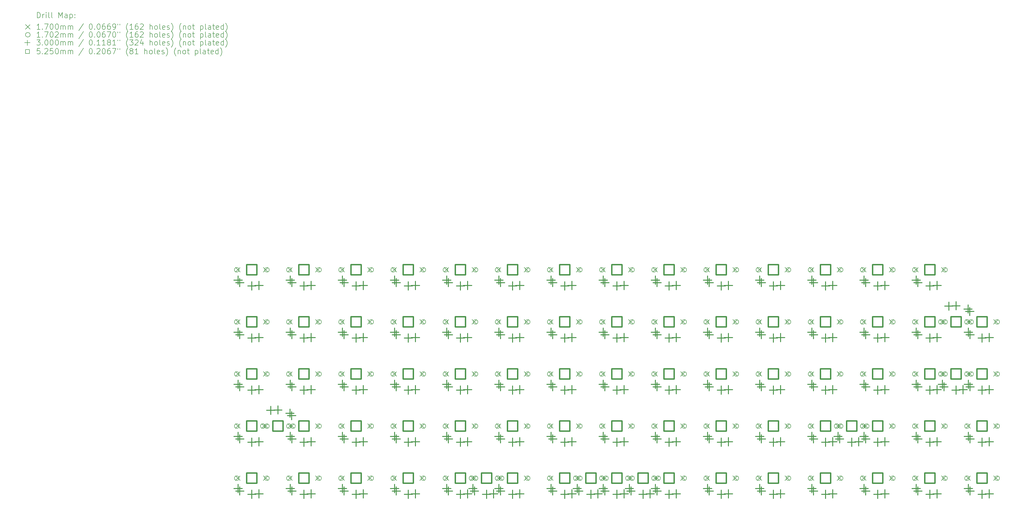
<source format=gbr>
%TF.GenerationSoftware,KiCad,Pcbnew,7.0.10*%
%TF.CreationDate,2024-03-07T22:32:43+00:00*%
%TF.ProjectId,keyboard,6b657962-6f61-4726-942e-6b696361645f,rev?*%
%TF.SameCoordinates,Original*%
%TF.FileFunction,Drillmap*%
%TF.FilePolarity,Positive*%
%FSLAX45Y45*%
G04 Gerber Fmt 4.5, Leading zero omitted, Abs format (unit mm)*
G04 Created by KiCad (PCBNEW 7.0.10) date 2024-03-07 22:32:43*
%MOMM*%
%LPD*%
G01*
G04 APERTURE LIST*
%ADD10C,0.200000*%
%ADD11C,0.170000*%
%ADD12C,0.170180*%
%ADD13C,0.300000*%
%ADD14C,0.525000*%
G04 APERTURE END LIST*
D10*
D11*
X7503250Y-9440000D02*
X7673250Y-9610000D01*
X7673250Y-9440000D02*
X7503250Y-9610000D01*
X7503250Y-11345000D02*
X7673250Y-11515000D01*
X7673250Y-11345000D02*
X7503250Y-11515000D01*
X7503250Y-13250000D02*
X7673250Y-13420000D01*
X7673250Y-13250000D02*
X7503250Y-13420000D01*
X7503250Y-15155000D02*
X7673250Y-15325000D01*
X7673250Y-15155000D02*
X7503250Y-15325000D01*
X7503250Y-17060000D02*
X7673250Y-17230000D01*
X7673250Y-17060000D02*
X7503250Y-17230000D01*
X8455750Y-15155000D02*
X8625750Y-15325000D01*
X8625750Y-15155000D02*
X8455750Y-15325000D01*
X8519250Y-9440000D02*
X8689250Y-9610000D01*
X8689250Y-9440000D02*
X8519250Y-9610000D01*
X8519250Y-11345000D02*
X8689250Y-11515000D01*
X8689250Y-11345000D02*
X8519250Y-11515000D01*
X8519250Y-13250000D02*
X8689250Y-13420000D01*
X8689250Y-13250000D02*
X8519250Y-13420000D01*
X8519250Y-15155000D02*
X8689250Y-15325000D01*
X8689250Y-15155000D02*
X8519250Y-15325000D01*
X8519250Y-17060000D02*
X8689250Y-17230000D01*
X8689250Y-17060000D02*
X8519250Y-17230000D01*
X9408250Y-9440000D02*
X9578250Y-9610000D01*
X9578250Y-9440000D02*
X9408250Y-9610000D01*
X9408250Y-11345000D02*
X9578250Y-11515000D01*
X9578250Y-11345000D02*
X9408250Y-11515000D01*
X9408250Y-13250000D02*
X9578250Y-13420000D01*
X9578250Y-13250000D02*
X9408250Y-13420000D01*
X9408250Y-15155000D02*
X9578250Y-15325000D01*
X9578250Y-15155000D02*
X9408250Y-15325000D01*
X9408250Y-17060000D02*
X9578250Y-17230000D01*
X9578250Y-17060000D02*
X9408250Y-17230000D01*
X9471750Y-15155000D02*
X9641750Y-15325000D01*
X9641750Y-15155000D02*
X9471750Y-15325000D01*
X10424250Y-9440000D02*
X10594250Y-9610000D01*
X10594250Y-9440000D02*
X10424250Y-9610000D01*
X10424250Y-11345000D02*
X10594250Y-11515000D01*
X10594250Y-11345000D02*
X10424250Y-11515000D01*
X10424250Y-13250000D02*
X10594250Y-13420000D01*
X10594250Y-13250000D02*
X10424250Y-13420000D01*
X10424250Y-15155000D02*
X10594250Y-15325000D01*
X10594250Y-15155000D02*
X10424250Y-15325000D01*
X10424250Y-17060000D02*
X10594250Y-17230000D01*
X10594250Y-17060000D02*
X10424250Y-17230000D01*
X11313250Y-9440000D02*
X11483250Y-9610000D01*
X11483250Y-9440000D02*
X11313250Y-9610000D01*
X11313250Y-11345000D02*
X11483250Y-11515000D01*
X11483250Y-11345000D02*
X11313250Y-11515000D01*
X11313250Y-13250000D02*
X11483250Y-13420000D01*
X11483250Y-13250000D02*
X11313250Y-13420000D01*
X11313250Y-15155000D02*
X11483250Y-15325000D01*
X11483250Y-15155000D02*
X11313250Y-15325000D01*
X11313250Y-17060000D02*
X11483250Y-17230000D01*
X11483250Y-17060000D02*
X11313250Y-17230000D01*
X12329250Y-9440000D02*
X12499250Y-9610000D01*
X12499250Y-9440000D02*
X12329250Y-9610000D01*
X12329250Y-11345000D02*
X12499250Y-11515000D01*
X12499250Y-11345000D02*
X12329250Y-11515000D01*
X12329250Y-13250000D02*
X12499250Y-13420000D01*
X12499250Y-13250000D02*
X12329250Y-13420000D01*
X12329250Y-15155000D02*
X12499250Y-15325000D01*
X12499250Y-15155000D02*
X12329250Y-15325000D01*
X12329250Y-17060000D02*
X12499250Y-17230000D01*
X12499250Y-17060000D02*
X12329250Y-17230000D01*
X13218250Y-9440000D02*
X13388250Y-9610000D01*
X13388250Y-9440000D02*
X13218250Y-9610000D01*
X13218250Y-11345000D02*
X13388250Y-11515000D01*
X13388250Y-11345000D02*
X13218250Y-11515000D01*
X13218250Y-13250000D02*
X13388250Y-13420000D01*
X13388250Y-13250000D02*
X13218250Y-13420000D01*
X13218250Y-15155000D02*
X13388250Y-15325000D01*
X13388250Y-15155000D02*
X13218250Y-15325000D01*
X13218250Y-17060000D02*
X13388250Y-17230000D01*
X13388250Y-17060000D02*
X13218250Y-17230000D01*
X14234250Y-9440000D02*
X14404250Y-9610000D01*
X14404250Y-9440000D02*
X14234250Y-9610000D01*
X14234250Y-11345000D02*
X14404250Y-11515000D01*
X14404250Y-11345000D02*
X14234250Y-11515000D01*
X14234250Y-13250000D02*
X14404250Y-13420000D01*
X14404250Y-13250000D02*
X14234250Y-13420000D01*
X14234250Y-15155000D02*
X14404250Y-15325000D01*
X14404250Y-15155000D02*
X14234250Y-15325000D01*
X14234250Y-17060000D02*
X14404250Y-17230000D01*
X14404250Y-17060000D02*
X14234250Y-17230000D01*
X15123250Y-9440000D02*
X15293250Y-9610000D01*
X15293250Y-9440000D02*
X15123250Y-9610000D01*
X15123250Y-11345000D02*
X15293250Y-11515000D01*
X15293250Y-11345000D02*
X15123250Y-11515000D01*
X15123250Y-13250000D02*
X15293250Y-13420000D01*
X15293250Y-13250000D02*
X15123250Y-13420000D01*
X15123250Y-15155000D02*
X15293250Y-15325000D01*
X15293250Y-15155000D02*
X15123250Y-15325000D01*
X15123250Y-17060000D02*
X15293250Y-17230000D01*
X15293250Y-17060000D02*
X15123250Y-17230000D01*
X16075750Y-17060000D02*
X16245750Y-17230000D01*
X16245750Y-17060000D02*
X16075750Y-17230000D01*
X16139250Y-9440000D02*
X16309250Y-9610000D01*
X16309250Y-9440000D02*
X16139250Y-9610000D01*
X16139250Y-11345000D02*
X16309250Y-11515000D01*
X16309250Y-11345000D02*
X16139250Y-11515000D01*
X16139250Y-13250000D02*
X16309250Y-13420000D01*
X16309250Y-13250000D02*
X16139250Y-13420000D01*
X16139250Y-15155000D02*
X16309250Y-15325000D01*
X16309250Y-15155000D02*
X16139250Y-15325000D01*
X16139250Y-17060000D02*
X16309250Y-17230000D01*
X16309250Y-17060000D02*
X16139250Y-17230000D01*
X17028250Y-9440000D02*
X17198250Y-9610000D01*
X17198250Y-9440000D02*
X17028250Y-9610000D01*
X17028250Y-11345000D02*
X17198250Y-11515000D01*
X17198250Y-11345000D02*
X17028250Y-11515000D01*
X17028250Y-13250000D02*
X17198250Y-13420000D01*
X17198250Y-13250000D02*
X17028250Y-13420000D01*
X17028250Y-15155000D02*
X17198250Y-15325000D01*
X17198250Y-15155000D02*
X17028250Y-15325000D01*
X17028250Y-17060000D02*
X17198250Y-17230000D01*
X17198250Y-17060000D02*
X17028250Y-17230000D01*
X17091750Y-17060000D02*
X17261750Y-17230000D01*
X17261750Y-17060000D02*
X17091750Y-17230000D01*
X18044250Y-9440000D02*
X18214250Y-9610000D01*
X18214250Y-9440000D02*
X18044250Y-9610000D01*
X18044250Y-11345000D02*
X18214250Y-11515000D01*
X18214250Y-11345000D02*
X18044250Y-11515000D01*
X18044250Y-13250000D02*
X18214250Y-13420000D01*
X18214250Y-13250000D02*
X18044250Y-13420000D01*
X18044250Y-15155000D02*
X18214250Y-15325000D01*
X18214250Y-15155000D02*
X18044250Y-15325000D01*
X18044250Y-17060000D02*
X18214250Y-17230000D01*
X18214250Y-17060000D02*
X18044250Y-17230000D01*
X18933250Y-9440000D02*
X19103250Y-9610000D01*
X19103250Y-9440000D02*
X18933250Y-9610000D01*
X18933250Y-11345000D02*
X19103250Y-11515000D01*
X19103250Y-11345000D02*
X18933250Y-11515000D01*
X18933250Y-13250000D02*
X19103250Y-13420000D01*
X19103250Y-13250000D02*
X18933250Y-13420000D01*
X18933250Y-15155000D02*
X19103250Y-15325000D01*
X19103250Y-15155000D02*
X18933250Y-15325000D01*
X18933250Y-17060000D02*
X19103250Y-17230000D01*
X19103250Y-17060000D02*
X18933250Y-17230000D01*
X19885750Y-17060000D02*
X20055750Y-17230000D01*
X20055750Y-17060000D02*
X19885750Y-17230000D01*
X19949250Y-9440000D02*
X20119250Y-9610000D01*
X20119250Y-9440000D02*
X19949250Y-9610000D01*
X19949250Y-11345000D02*
X20119250Y-11515000D01*
X20119250Y-11345000D02*
X19949250Y-11515000D01*
X19949250Y-13250000D02*
X20119250Y-13420000D01*
X20119250Y-13250000D02*
X19949250Y-13420000D01*
X19949250Y-15155000D02*
X20119250Y-15325000D01*
X20119250Y-15155000D02*
X19949250Y-15325000D01*
X19949250Y-17060000D02*
X20119250Y-17230000D01*
X20119250Y-17060000D02*
X19949250Y-17230000D01*
X20838250Y-9440000D02*
X21008250Y-9610000D01*
X21008250Y-9440000D02*
X20838250Y-9610000D01*
X20838250Y-11345000D02*
X21008250Y-11515000D01*
X21008250Y-11345000D02*
X20838250Y-11515000D01*
X20838250Y-13250000D02*
X21008250Y-13420000D01*
X21008250Y-13250000D02*
X20838250Y-13420000D01*
X20838250Y-15155000D02*
X21008250Y-15325000D01*
X21008250Y-15155000D02*
X20838250Y-15325000D01*
X20838250Y-17060000D02*
X21008250Y-17230000D01*
X21008250Y-17060000D02*
X20838250Y-17230000D01*
X20901750Y-17060000D02*
X21071750Y-17230000D01*
X21071750Y-17060000D02*
X20901750Y-17230000D01*
X21790750Y-17060000D02*
X21960750Y-17230000D01*
X21960750Y-17060000D02*
X21790750Y-17230000D01*
X21854250Y-9440000D02*
X22024250Y-9610000D01*
X22024250Y-9440000D02*
X21854250Y-9610000D01*
X21854250Y-11345000D02*
X22024250Y-11515000D01*
X22024250Y-11345000D02*
X21854250Y-11515000D01*
X21854250Y-13250000D02*
X22024250Y-13420000D01*
X22024250Y-13250000D02*
X21854250Y-13420000D01*
X21854250Y-15155000D02*
X22024250Y-15325000D01*
X22024250Y-15155000D02*
X21854250Y-15325000D01*
X21854250Y-17060000D02*
X22024250Y-17230000D01*
X22024250Y-17060000D02*
X21854250Y-17230000D01*
X22743250Y-9440000D02*
X22913250Y-9610000D01*
X22913250Y-9440000D02*
X22743250Y-9610000D01*
X22743250Y-11345000D02*
X22913250Y-11515000D01*
X22913250Y-11345000D02*
X22743250Y-11515000D01*
X22743250Y-13250000D02*
X22913250Y-13420000D01*
X22913250Y-13250000D02*
X22743250Y-13420000D01*
X22743250Y-15155000D02*
X22913250Y-15325000D01*
X22913250Y-15155000D02*
X22743250Y-15325000D01*
X22743250Y-17060000D02*
X22913250Y-17230000D01*
X22913250Y-17060000D02*
X22743250Y-17230000D01*
X22806750Y-17060000D02*
X22976750Y-17230000D01*
X22976750Y-17060000D02*
X22806750Y-17230000D01*
X23759250Y-9440000D02*
X23929250Y-9610000D01*
X23929250Y-9440000D02*
X23759250Y-9610000D01*
X23759250Y-11345000D02*
X23929250Y-11515000D01*
X23929250Y-11345000D02*
X23759250Y-11515000D01*
X23759250Y-13250000D02*
X23929250Y-13420000D01*
X23929250Y-13250000D02*
X23759250Y-13420000D01*
X23759250Y-15155000D02*
X23929250Y-15325000D01*
X23929250Y-15155000D02*
X23759250Y-15325000D01*
X23759250Y-17060000D02*
X23929250Y-17230000D01*
X23929250Y-17060000D02*
X23759250Y-17230000D01*
X24648250Y-9440000D02*
X24818250Y-9610000D01*
X24818250Y-9440000D02*
X24648250Y-9610000D01*
X24648250Y-11345000D02*
X24818250Y-11515000D01*
X24818250Y-11345000D02*
X24648250Y-11515000D01*
X24648250Y-13250000D02*
X24818250Y-13420000D01*
X24818250Y-13250000D02*
X24648250Y-13420000D01*
X24648250Y-15155000D02*
X24818250Y-15325000D01*
X24818250Y-15155000D02*
X24648250Y-15325000D01*
X24648250Y-17060000D02*
X24818250Y-17230000D01*
X24818250Y-17060000D02*
X24648250Y-17230000D01*
X25664250Y-9440000D02*
X25834250Y-9610000D01*
X25834250Y-9440000D02*
X25664250Y-9610000D01*
X25664250Y-11345000D02*
X25834250Y-11515000D01*
X25834250Y-11345000D02*
X25664250Y-11515000D01*
X25664250Y-13250000D02*
X25834250Y-13420000D01*
X25834250Y-13250000D02*
X25664250Y-13420000D01*
X25664250Y-15155000D02*
X25834250Y-15325000D01*
X25834250Y-15155000D02*
X25664250Y-15325000D01*
X25664250Y-17060000D02*
X25834250Y-17230000D01*
X25834250Y-17060000D02*
X25664250Y-17230000D01*
X26553250Y-9440000D02*
X26723250Y-9610000D01*
X26723250Y-9440000D02*
X26553250Y-9610000D01*
X26553250Y-11345000D02*
X26723250Y-11515000D01*
X26723250Y-11345000D02*
X26553250Y-11515000D01*
X26553250Y-13250000D02*
X26723250Y-13420000D01*
X26723250Y-13250000D02*
X26553250Y-13420000D01*
X26553250Y-15155000D02*
X26723250Y-15325000D01*
X26723250Y-15155000D02*
X26553250Y-15325000D01*
X26553250Y-17060000D02*
X26723250Y-17230000D01*
X26723250Y-17060000D02*
X26553250Y-17230000D01*
X27569250Y-9440000D02*
X27739250Y-9610000D01*
X27739250Y-9440000D02*
X27569250Y-9610000D01*
X27569250Y-11345000D02*
X27739250Y-11515000D01*
X27739250Y-11345000D02*
X27569250Y-11515000D01*
X27569250Y-13250000D02*
X27739250Y-13420000D01*
X27739250Y-13250000D02*
X27569250Y-13420000D01*
X27569250Y-15155000D02*
X27739250Y-15325000D01*
X27739250Y-15155000D02*
X27569250Y-15325000D01*
X27569250Y-17060000D02*
X27739250Y-17230000D01*
X27739250Y-17060000D02*
X27569250Y-17230000D01*
X28458250Y-9440000D02*
X28628250Y-9610000D01*
X28628250Y-9440000D02*
X28458250Y-9610000D01*
X28458250Y-11345000D02*
X28628250Y-11515000D01*
X28628250Y-11345000D02*
X28458250Y-11515000D01*
X28458250Y-13250000D02*
X28628250Y-13420000D01*
X28628250Y-13250000D02*
X28458250Y-13420000D01*
X28458250Y-15155000D02*
X28628250Y-15325000D01*
X28628250Y-15155000D02*
X28458250Y-15325000D01*
X28458250Y-17060000D02*
X28628250Y-17230000D01*
X28628250Y-17060000D02*
X28458250Y-17230000D01*
X29410750Y-15155000D02*
X29580750Y-15325000D01*
X29580750Y-15155000D02*
X29410750Y-15325000D01*
X29474250Y-9440000D02*
X29644250Y-9610000D01*
X29644250Y-9440000D02*
X29474250Y-9610000D01*
X29474250Y-11345000D02*
X29644250Y-11515000D01*
X29644250Y-11345000D02*
X29474250Y-11515000D01*
X29474250Y-13250000D02*
X29644250Y-13420000D01*
X29644250Y-13250000D02*
X29474250Y-13420000D01*
X29474250Y-15155000D02*
X29644250Y-15325000D01*
X29644250Y-15155000D02*
X29474250Y-15325000D01*
X29474250Y-17060000D02*
X29644250Y-17230000D01*
X29644250Y-17060000D02*
X29474250Y-17230000D01*
X30363250Y-9440000D02*
X30533250Y-9610000D01*
X30533250Y-9440000D02*
X30363250Y-9610000D01*
X30363250Y-11345000D02*
X30533250Y-11515000D01*
X30533250Y-11345000D02*
X30363250Y-11515000D01*
X30363250Y-13250000D02*
X30533250Y-13420000D01*
X30533250Y-13250000D02*
X30363250Y-13420000D01*
X30363250Y-15155000D02*
X30533250Y-15325000D01*
X30533250Y-15155000D02*
X30363250Y-15325000D01*
X30363250Y-17060000D02*
X30533250Y-17230000D01*
X30533250Y-17060000D02*
X30363250Y-17230000D01*
X30426750Y-15155000D02*
X30596750Y-15325000D01*
X30596750Y-15155000D02*
X30426750Y-15325000D01*
X31379250Y-9440000D02*
X31549250Y-9610000D01*
X31549250Y-9440000D02*
X31379250Y-9610000D01*
X31379250Y-11345000D02*
X31549250Y-11515000D01*
X31549250Y-11345000D02*
X31379250Y-11515000D01*
X31379250Y-13250000D02*
X31549250Y-13420000D01*
X31549250Y-13250000D02*
X31379250Y-13420000D01*
X31379250Y-15155000D02*
X31549250Y-15325000D01*
X31549250Y-15155000D02*
X31379250Y-15325000D01*
X31379250Y-17060000D02*
X31549250Y-17230000D01*
X31549250Y-17060000D02*
X31379250Y-17230000D01*
X32268250Y-9440000D02*
X32438250Y-9610000D01*
X32438250Y-9440000D02*
X32268250Y-9610000D01*
X32268250Y-11345000D02*
X32438250Y-11515000D01*
X32438250Y-11345000D02*
X32268250Y-11515000D01*
X32268250Y-13250000D02*
X32438250Y-13420000D01*
X32438250Y-13250000D02*
X32268250Y-13420000D01*
X32268250Y-15155000D02*
X32438250Y-15325000D01*
X32438250Y-15155000D02*
X32268250Y-15325000D01*
X32268250Y-17060000D02*
X32438250Y-17230000D01*
X32438250Y-17060000D02*
X32268250Y-17230000D01*
X33220750Y-11345000D02*
X33390750Y-11515000D01*
X33390750Y-11345000D02*
X33220750Y-11515000D01*
X33220750Y-13250000D02*
X33390750Y-13420000D01*
X33390750Y-13250000D02*
X33220750Y-13420000D01*
X33284250Y-9440000D02*
X33454250Y-9610000D01*
X33454250Y-9440000D02*
X33284250Y-9610000D01*
X33284250Y-11345000D02*
X33454250Y-11515000D01*
X33454250Y-11345000D02*
X33284250Y-11515000D01*
X33284250Y-13250000D02*
X33454250Y-13420000D01*
X33454250Y-13250000D02*
X33284250Y-13420000D01*
X33284250Y-15155000D02*
X33454250Y-15325000D01*
X33454250Y-15155000D02*
X33284250Y-15325000D01*
X33284250Y-17060000D02*
X33454250Y-17230000D01*
X33454250Y-17060000D02*
X33284250Y-17230000D01*
X34173250Y-11345000D02*
X34343250Y-11515000D01*
X34343250Y-11345000D02*
X34173250Y-11515000D01*
X34173250Y-13250000D02*
X34343250Y-13420000D01*
X34343250Y-13250000D02*
X34173250Y-13420000D01*
X34173250Y-15155000D02*
X34343250Y-15325000D01*
X34343250Y-15155000D02*
X34173250Y-15325000D01*
X34173250Y-17060000D02*
X34343250Y-17230000D01*
X34343250Y-17060000D02*
X34173250Y-17230000D01*
X34236750Y-11345000D02*
X34406750Y-11515000D01*
X34406750Y-11345000D02*
X34236750Y-11515000D01*
X34236750Y-13250000D02*
X34406750Y-13420000D01*
X34406750Y-13250000D02*
X34236750Y-13420000D01*
X35189250Y-11345000D02*
X35359250Y-11515000D01*
X35359250Y-11345000D02*
X35189250Y-11515000D01*
X35189250Y-13250000D02*
X35359250Y-13420000D01*
X35359250Y-13250000D02*
X35189250Y-13420000D01*
X35189250Y-15155000D02*
X35359250Y-15325000D01*
X35359250Y-15155000D02*
X35189250Y-15325000D01*
X35189250Y-17060000D02*
X35359250Y-17230000D01*
X35359250Y-17060000D02*
X35189250Y-17230000D01*
D12*
X7631340Y-9525000D02*
G75*
G03*
X7461160Y-9525000I-85090J0D01*
G01*
X7461160Y-9525000D02*
G75*
G03*
X7631340Y-9525000I85090J0D01*
G01*
X7631340Y-11430000D02*
G75*
G03*
X7461160Y-11430000I-85090J0D01*
G01*
X7461160Y-11430000D02*
G75*
G03*
X7631340Y-11430000I85090J0D01*
G01*
X7631340Y-13335000D02*
G75*
G03*
X7461160Y-13335000I-85090J0D01*
G01*
X7461160Y-13335000D02*
G75*
G03*
X7631340Y-13335000I85090J0D01*
G01*
X7631340Y-15240000D02*
G75*
G03*
X7461160Y-15240000I-85090J0D01*
G01*
X7461160Y-15240000D02*
G75*
G03*
X7631340Y-15240000I85090J0D01*
G01*
X7631340Y-17145000D02*
G75*
G03*
X7461160Y-17145000I-85090J0D01*
G01*
X7461160Y-17145000D02*
G75*
G03*
X7631340Y-17145000I85090J0D01*
G01*
X8583840Y-15240000D02*
G75*
G03*
X8413660Y-15240000I-85090J0D01*
G01*
X8413660Y-15240000D02*
G75*
G03*
X8583840Y-15240000I85090J0D01*
G01*
X8731340Y-9525000D02*
G75*
G03*
X8561160Y-9525000I-85090J0D01*
G01*
X8561160Y-9525000D02*
G75*
G03*
X8731340Y-9525000I85090J0D01*
G01*
X8731340Y-11430000D02*
G75*
G03*
X8561160Y-11430000I-85090J0D01*
G01*
X8561160Y-11430000D02*
G75*
G03*
X8731340Y-11430000I85090J0D01*
G01*
X8731340Y-13335000D02*
G75*
G03*
X8561160Y-13335000I-85090J0D01*
G01*
X8561160Y-13335000D02*
G75*
G03*
X8731340Y-13335000I85090J0D01*
G01*
X8731340Y-15240000D02*
G75*
G03*
X8561160Y-15240000I-85090J0D01*
G01*
X8561160Y-15240000D02*
G75*
G03*
X8731340Y-15240000I85090J0D01*
G01*
X8731340Y-17145000D02*
G75*
G03*
X8561160Y-17145000I-85090J0D01*
G01*
X8561160Y-17145000D02*
G75*
G03*
X8731340Y-17145000I85090J0D01*
G01*
X9536340Y-9525000D02*
G75*
G03*
X9366160Y-9525000I-85090J0D01*
G01*
X9366160Y-9525000D02*
G75*
G03*
X9536340Y-9525000I85090J0D01*
G01*
X9536340Y-11430000D02*
G75*
G03*
X9366160Y-11430000I-85090J0D01*
G01*
X9366160Y-11430000D02*
G75*
G03*
X9536340Y-11430000I85090J0D01*
G01*
X9536340Y-13335000D02*
G75*
G03*
X9366160Y-13335000I-85090J0D01*
G01*
X9366160Y-13335000D02*
G75*
G03*
X9536340Y-13335000I85090J0D01*
G01*
X9536340Y-15240000D02*
G75*
G03*
X9366160Y-15240000I-85090J0D01*
G01*
X9366160Y-15240000D02*
G75*
G03*
X9536340Y-15240000I85090J0D01*
G01*
X9536340Y-17145000D02*
G75*
G03*
X9366160Y-17145000I-85090J0D01*
G01*
X9366160Y-17145000D02*
G75*
G03*
X9536340Y-17145000I85090J0D01*
G01*
X9683840Y-15240000D02*
G75*
G03*
X9513660Y-15240000I-85090J0D01*
G01*
X9513660Y-15240000D02*
G75*
G03*
X9683840Y-15240000I85090J0D01*
G01*
X10636340Y-9525000D02*
G75*
G03*
X10466160Y-9525000I-85090J0D01*
G01*
X10466160Y-9525000D02*
G75*
G03*
X10636340Y-9525000I85090J0D01*
G01*
X10636340Y-11430000D02*
G75*
G03*
X10466160Y-11430000I-85090J0D01*
G01*
X10466160Y-11430000D02*
G75*
G03*
X10636340Y-11430000I85090J0D01*
G01*
X10636340Y-13335000D02*
G75*
G03*
X10466160Y-13335000I-85090J0D01*
G01*
X10466160Y-13335000D02*
G75*
G03*
X10636340Y-13335000I85090J0D01*
G01*
X10636340Y-15240000D02*
G75*
G03*
X10466160Y-15240000I-85090J0D01*
G01*
X10466160Y-15240000D02*
G75*
G03*
X10636340Y-15240000I85090J0D01*
G01*
X10636340Y-17145000D02*
G75*
G03*
X10466160Y-17145000I-85090J0D01*
G01*
X10466160Y-17145000D02*
G75*
G03*
X10636340Y-17145000I85090J0D01*
G01*
X11441340Y-9525000D02*
G75*
G03*
X11271160Y-9525000I-85090J0D01*
G01*
X11271160Y-9525000D02*
G75*
G03*
X11441340Y-9525000I85090J0D01*
G01*
X11441340Y-11430000D02*
G75*
G03*
X11271160Y-11430000I-85090J0D01*
G01*
X11271160Y-11430000D02*
G75*
G03*
X11441340Y-11430000I85090J0D01*
G01*
X11441340Y-13335000D02*
G75*
G03*
X11271160Y-13335000I-85090J0D01*
G01*
X11271160Y-13335000D02*
G75*
G03*
X11441340Y-13335000I85090J0D01*
G01*
X11441340Y-15240000D02*
G75*
G03*
X11271160Y-15240000I-85090J0D01*
G01*
X11271160Y-15240000D02*
G75*
G03*
X11441340Y-15240000I85090J0D01*
G01*
X11441340Y-17145000D02*
G75*
G03*
X11271160Y-17145000I-85090J0D01*
G01*
X11271160Y-17145000D02*
G75*
G03*
X11441340Y-17145000I85090J0D01*
G01*
X12541340Y-9525000D02*
G75*
G03*
X12371160Y-9525000I-85090J0D01*
G01*
X12371160Y-9525000D02*
G75*
G03*
X12541340Y-9525000I85090J0D01*
G01*
X12541340Y-11430000D02*
G75*
G03*
X12371160Y-11430000I-85090J0D01*
G01*
X12371160Y-11430000D02*
G75*
G03*
X12541340Y-11430000I85090J0D01*
G01*
X12541340Y-13335000D02*
G75*
G03*
X12371160Y-13335000I-85090J0D01*
G01*
X12371160Y-13335000D02*
G75*
G03*
X12541340Y-13335000I85090J0D01*
G01*
X12541340Y-15240000D02*
G75*
G03*
X12371160Y-15240000I-85090J0D01*
G01*
X12371160Y-15240000D02*
G75*
G03*
X12541340Y-15240000I85090J0D01*
G01*
X12541340Y-17145000D02*
G75*
G03*
X12371160Y-17145000I-85090J0D01*
G01*
X12371160Y-17145000D02*
G75*
G03*
X12541340Y-17145000I85090J0D01*
G01*
X13346340Y-9525000D02*
G75*
G03*
X13176160Y-9525000I-85090J0D01*
G01*
X13176160Y-9525000D02*
G75*
G03*
X13346340Y-9525000I85090J0D01*
G01*
X13346340Y-11430000D02*
G75*
G03*
X13176160Y-11430000I-85090J0D01*
G01*
X13176160Y-11430000D02*
G75*
G03*
X13346340Y-11430000I85090J0D01*
G01*
X13346340Y-13335000D02*
G75*
G03*
X13176160Y-13335000I-85090J0D01*
G01*
X13176160Y-13335000D02*
G75*
G03*
X13346340Y-13335000I85090J0D01*
G01*
X13346340Y-15240000D02*
G75*
G03*
X13176160Y-15240000I-85090J0D01*
G01*
X13176160Y-15240000D02*
G75*
G03*
X13346340Y-15240000I85090J0D01*
G01*
X13346340Y-17145000D02*
G75*
G03*
X13176160Y-17145000I-85090J0D01*
G01*
X13176160Y-17145000D02*
G75*
G03*
X13346340Y-17145000I85090J0D01*
G01*
X14446340Y-9525000D02*
G75*
G03*
X14276160Y-9525000I-85090J0D01*
G01*
X14276160Y-9525000D02*
G75*
G03*
X14446340Y-9525000I85090J0D01*
G01*
X14446340Y-11430000D02*
G75*
G03*
X14276160Y-11430000I-85090J0D01*
G01*
X14276160Y-11430000D02*
G75*
G03*
X14446340Y-11430000I85090J0D01*
G01*
X14446340Y-13335000D02*
G75*
G03*
X14276160Y-13335000I-85090J0D01*
G01*
X14276160Y-13335000D02*
G75*
G03*
X14446340Y-13335000I85090J0D01*
G01*
X14446340Y-15240000D02*
G75*
G03*
X14276160Y-15240000I-85090J0D01*
G01*
X14276160Y-15240000D02*
G75*
G03*
X14446340Y-15240000I85090J0D01*
G01*
X14446340Y-17145000D02*
G75*
G03*
X14276160Y-17145000I-85090J0D01*
G01*
X14276160Y-17145000D02*
G75*
G03*
X14446340Y-17145000I85090J0D01*
G01*
X15251340Y-9525000D02*
G75*
G03*
X15081160Y-9525000I-85090J0D01*
G01*
X15081160Y-9525000D02*
G75*
G03*
X15251340Y-9525000I85090J0D01*
G01*
X15251340Y-11430000D02*
G75*
G03*
X15081160Y-11430000I-85090J0D01*
G01*
X15081160Y-11430000D02*
G75*
G03*
X15251340Y-11430000I85090J0D01*
G01*
X15251340Y-13335000D02*
G75*
G03*
X15081160Y-13335000I-85090J0D01*
G01*
X15081160Y-13335000D02*
G75*
G03*
X15251340Y-13335000I85090J0D01*
G01*
X15251340Y-15240000D02*
G75*
G03*
X15081160Y-15240000I-85090J0D01*
G01*
X15081160Y-15240000D02*
G75*
G03*
X15251340Y-15240000I85090J0D01*
G01*
X15251340Y-17145000D02*
G75*
G03*
X15081160Y-17145000I-85090J0D01*
G01*
X15081160Y-17145000D02*
G75*
G03*
X15251340Y-17145000I85090J0D01*
G01*
X16203840Y-17145000D02*
G75*
G03*
X16033660Y-17145000I-85090J0D01*
G01*
X16033660Y-17145000D02*
G75*
G03*
X16203840Y-17145000I85090J0D01*
G01*
X16351340Y-9525000D02*
G75*
G03*
X16181160Y-9525000I-85090J0D01*
G01*
X16181160Y-9525000D02*
G75*
G03*
X16351340Y-9525000I85090J0D01*
G01*
X16351340Y-11430000D02*
G75*
G03*
X16181160Y-11430000I-85090J0D01*
G01*
X16181160Y-11430000D02*
G75*
G03*
X16351340Y-11430000I85090J0D01*
G01*
X16351340Y-13335000D02*
G75*
G03*
X16181160Y-13335000I-85090J0D01*
G01*
X16181160Y-13335000D02*
G75*
G03*
X16351340Y-13335000I85090J0D01*
G01*
X16351340Y-15240000D02*
G75*
G03*
X16181160Y-15240000I-85090J0D01*
G01*
X16181160Y-15240000D02*
G75*
G03*
X16351340Y-15240000I85090J0D01*
G01*
X16351340Y-17145000D02*
G75*
G03*
X16181160Y-17145000I-85090J0D01*
G01*
X16181160Y-17145000D02*
G75*
G03*
X16351340Y-17145000I85090J0D01*
G01*
X17156340Y-9525000D02*
G75*
G03*
X16986160Y-9525000I-85090J0D01*
G01*
X16986160Y-9525000D02*
G75*
G03*
X17156340Y-9525000I85090J0D01*
G01*
X17156340Y-11430000D02*
G75*
G03*
X16986160Y-11430000I-85090J0D01*
G01*
X16986160Y-11430000D02*
G75*
G03*
X17156340Y-11430000I85090J0D01*
G01*
X17156340Y-13335000D02*
G75*
G03*
X16986160Y-13335000I-85090J0D01*
G01*
X16986160Y-13335000D02*
G75*
G03*
X17156340Y-13335000I85090J0D01*
G01*
X17156340Y-15240000D02*
G75*
G03*
X16986160Y-15240000I-85090J0D01*
G01*
X16986160Y-15240000D02*
G75*
G03*
X17156340Y-15240000I85090J0D01*
G01*
X17156340Y-17145000D02*
G75*
G03*
X16986160Y-17145000I-85090J0D01*
G01*
X16986160Y-17145000D02*
G75*
G03*
X17156340Y-17145000I85090J0D01*
G01*
X17303840Y-17145000D02*
G75*
G03*
X17133660Y-17145000I-85090J0D01*
G01*
X17133660Y-17145000D02*
G75*
G03*
X17303840Y-17145000I85090J0D01*
G01*
X18256340Y-9525000D02*
G75*
G03*
X18086160Y-9525000I-85090J0D01*
G01*
X18086160Y-9525000D02*
G75*
G03*
X18256340Y-9525000I85090J0D01*
G01*
X18256340Y-11430000D02*
G75*
G03*
X18086160Y-11430000I-85090J0D01*
G01*
X18086160Y-11430000D02*
G75*
G03*
X18256340Y-11430000I85090J0D01*
G01*
X18256340Y-13335000D02*
G75*
G03*
X18086160Y-13335000I-85090J0D01*
G01*
X18086160Y-13335000D02*
G75*
G03*
X18256340Y-13335000I85090J0D01*
G01*
X18256340Y-15240000D02*
G75*
G03*
X18086160Y-15240000I-85090J0D01*
G01*
X18086160Y-15240000D02*
G75*
G03*
X18256340Y-15240000I85090J0D01*
G01*
X18256340Y-17145000D02*
G75*
G03*
X18086160Y-17145000I-85090J0D01*
G01*
X18086160Y-17145000D02*
G75*
G03*
X18256340Y-17145000I85090J0D01*
G01*
X19061340Y-9525000D02*
G75*
G03*
X18891160Y-9525000I-85090J0D01*
G01*
X18891160Y-9525000D02*
G75*
G03*
X19061340Y-9525000I85090J0D01*
G01*
X19061340Y-11430000D02*
G75*
G03*
X18891160Y-11430000I-85090J0D01*
G01*
X18891160Y-11430000D02*
G75*
G03*
X19061340Y-11430000I85090J0D01*
G01*
X19061340Y-13335000D02*
G75*
G03*
X18891160Y-13335000I-85090J0D01*
G01*
X18891160Y-13335000D02*
G75*
G03*
X19061340Y-13335000I85090J0D01*
G01*
X19061340Y-15240000D02*
G75*
G03*
X18891160Y-15240000I-85090J0D01*
G01*
X18891160Y-15240000D02*
G75*
G03*
X19061340Y-15240000I85090J0D01*
G01*
X19061340Y-17145000D02*
G75*
G03*
X18891160Y-17145000I-85090J0D01*
G01*
X18891160Y-17145000D02*
G75*
G03*
X19061340Y-17145000I85090J0D01*
G01*
X20013840Y-17145000D02*
G75*
G03*
X19843660Y-17145000I-85090J0D01*
G01*
X19843660Y-17145000D02*
G75*
G03*
X20013840Y-17145000I85090J0D01*
G01*
X20161340Y-9525000D02*
G75*
G03*
X19991160Y-9525000I-85090J0D01*
G01*
X19991160Y-9525000D02*
G75*
G03*
X20161340Y-9525000I85090J0D01*
G01*
X20161340Y-11430000D02*
G75*
G03*
X19991160Y-11430000I-85090J0D01*
G01*
X19991160Y-11430000D02*
G75*
G03*
X20161340Y-11430000I85090J0D01*
G01*
X20161340Y-13335000D02*
G75*
G03*
X19991160Y-13335000I-85090J0D01*
G01*
X19991160Y-13335000D02*
G75*
G03*
X20161340Y-13335000I85090J0D01*
G01*
X20161340Y-15240000D02*
G75*
G03*
X19991160Y-15240000I-85090J0D01*
G01*
X19991160Y-15240000D02*
G75*
G03*
X20161340Y-15240000I85090J0D01*
G01*
X20161340Y-17145000D02*
G75*
G03*
X19991160Y-17145000I-85090J0D01*
G01*
X19991160Y-17145000D02*
G75*
G03*
X20161340Y-17145000I85090J0D01*
G01*
X20966340Y-9525000D02*
G75*
G03*
X20796160Y-9525000I-85090J0D01*
G01*
X20796160Y-9525000D02*
G75*
G03*
X20966340Y-9525000I85090J0D01*
G01*
X20966340Y-11430000D02*
G75*
G03*
X20796160Y-11430000I-85090J0D01*
G01*
X20796160Y-11430000D02*
G75*
G03*
X20966340Y-11430000I85090J0D01*
G01*
X20966340Y-13335000D02*
G75*
G03*
X20796160Y-13335000I-85090J0D01*
G01*
X20796160Y-13335000D02*
G75*
G03*
X20966340Y-13335000I85090J0D01*
G01*
X20966340Y-15240000D02*
G75*
G03*
X20796160Y-15240000I-85090J0D01*
G01*
X20796160Y-15240000D02*
G75*
G03*
X20966340Y-15240000I85090J0D01*
G01*
X20966340Y-17145000D02*
G75*
G03*
X20796160Y-17145000I-85090J0D01*
G01*
X20796160Y-17145000D02*
G75*
G03*
X20966340Y-17145000I85090J0D01*
G01*
X21113840Y-17145000D02*
G75*
G03*
X20943660Y-17145000I-85090J0D01*
G01*
X20943660Y-17145000D02*
G75*
G03*
X21113840Y-17145000I85090J0D01*
G01*
X21918840Y-17145000D02*
G75*
G03*
X21748660Y-17145000I-85090J0D01*
G01*
X21748660Y-17145000D02*
G75*
G03*
X21918840Y-17145000I85090J0D01*
G01*
X22066340Y-9525000D02*
G75*
G03*
X21896160Y-9525000I-85090J0D01*
G01*
X21896160Y-9525000D02*
G75*
G03*
X22066340Y-9525000I85090J0D01*
G01*
X22066340Y-11430000D02*
G75*
G03*
X21896160Y-11430000I-85090J0D01*
G01*
X21896160Y-11430000D02*
G75*
G03*
X22066340Y-11430000I85090J0D01*
G01*
X22066340Y-13335000D02*
G75*
G03*
X21896160Y-13335000I-85090J0D01*
G01*
X21896160Y-13335000D02*
G75*
G03*
X22066340Y-13335000I85090J0D01*
G01*
X22066340Y-15240000D02*
G75*
G03*
X21896160Y-15240000I-85090J0D01*
G01*
X21896160Y-15240000D02*
G75*
G03*
X22066340Y-15240000I85090J0D01*
G01*
X22066340Y-17145000D02*
G75*
G03*
X21896160Y-17145000I-85090J0D01*
G01*
X21896160Y-17145000D02*
G75*
G03*
X22066340Y-17145000I85090J0D01*
G01*
X22871340Y-9525000D02*
G75*
G03*
X22701160Y-9525000I-85090J0D01*
G01*
X22701160Y-9525000D02*
G75*
G03*
X22871340Y-9525000I85090J0D01*
G01*
X22871340Y-11430000D02*
G75*
G03*
X22701160Y-11430000I-85090J0D01*
G01*
X22701160Y-11430000D02*
G75*
G03*
X22871340Y-11430000I85090J0D01*
G01*
X22871340Y-13335000D02*
G75*
G03*
X22701160Y-13335000I-85090J0D01*
G01*
X22701160Y-13335000D02*
G75*
G03*
X22871340Y-13335000I85090J0D01*
G01*
X22871340Y-15240000D02*
G75*
G03*
X22701160Y-15240000I-85090J0D01*
G01*
X22701160Y-15240000D02*
G75*
G03*
X22871340Y-15240000I85090J0D01*
G01*
X22871340Y-17145000D02*
G75*
G03*
X22701160Y-17145000I-85090J0D01*
G01*
X22701160Y-17145000D02*
G75*
G03*
X22871340Y-17145000I85090J0D01*
G01*
X23018840Y-17145000D02*
G75*
G03*
X22848660Y-17145000I-85090J0D01*
G01*
X22848660Y-17145000D02*
G75*
G03*
X23018840Y-17145000I85090J0D01*
G01*
X23971340Y-9525000D02*
G75*
G03*
X23801160Y-9525000I-85090J0D01*
G01*
X23801160Y-9525000D02*
G75*
G03*
X23971340Y-9525000I85090J0D01*
G01*
X23971340Y-11430000D02*
G75*
G03*
X23801160Y-11430000I-85090J0D01*
G01*
X23801160Y-11430000D02*
G75*
G03*
X23971340Y-11430000I85090J0D01*
G01*
X23971340Y-13335000D02*
G75*
G03*
X23801160Y-13335000I-85090J0D01*
G01*
X23801160Y-13335000D02*
G75*
G03*
X23971340Y-13335000I85090J0D01*
G01*
X23971340Y-15240000D02*
G75*
G03*
X23801160Y-15240000I-85090J0D01*
G01*
X23801160Y-15240000D02*
G75*
G03*
X23971340Y-15240000I85090J0D01*
G01*
X23971340Y-17145000D02*
G75*
G03*
X23801160Y-17145000I-85090J0D01*
G01*
X23801160Y-17145000D02*
G75*
G03*
X23971340Y-17145000I85090J0D01*
G01*
X24776340Y-9525000D02*
G75*
G03*
X24606160Y-9525000I-85090J0D01*
G01*
X24606160Y-9525000D02*
G75*
G03*
X24776340Y-9525000I85090J0D01*
G01*
X24776340Y-11430000D02*
G75*
G03*
X24606160Y-11430000I-85090J0D01*
G01*
X24606160Y-11430000D02*
G75*
G03*
X24776340Y-11430000I85090J0D01*
G01*
X24776340Y-13335000D02*
G75*
G03*
X24606160Y-13335000I-85090J0D01*
G01*
X24606160Y-13335000D02*
G75*
G03*
X24776340Y-13335000I85090J0D01*
G01*
X24776340Y-15240000D02*
G75*
G03*
X24606160Y-15240000I-85090J0D01*
G01*
X24606160Y-15240000D02*
G75*
G03*
X24776340Y-15240000I85090J0D01*
G01*
X24776340Y-17145000D02*
G75*
G03*
X24606160Y-17145000I-85090J0D01*
G01*
X24606160Y-17145000D02*
G75*
G03*
X24776340Y-17145000I85090J0D01*
G01*
X25876340Y-9525000D02*
G75*
G03*
X25706160Y-9525000I-85090J0D01*
G01*
X25706160Y-9525000D02*
G75*
G03*
X25876340Y-9525000I85090J0D01*
G01*
X25876340Y-11430000D02*
G75*
G03*
X25706160Y-11430000I-85090J0D01*
G01*
X25706160Y-11430000D02*
G75*
G03*
X25876340Y-11430000I85090J0D01*
G01*
X25876340Y-13335000D02*
G75*
G03*
X25706160Y-13335000I-85090J0D01*
G01*
X25706160Y-13335000D02*
G75*
G03*
X25876340Y-13335000I85090J0D01*
G01*
X25876340Y-15240000D02*
G75*
G03*
X25706160Y-15240000I-85090J0D01*
G01*
X25706160Y-15240000D02*
G75*
G03*
X25876340Y-15240000I85090J0D01*
G01*
X25876340Y-17145000D02*
G75*
G03*
X25706160Y-17145000I-85090J0D01*
G01*
X25706160Y-17145000D02*
G75*
G03*
X25876340Y-17145000I85090J0D01*
G01*
X26681340Y-9525000D02*
G75*
G03*
X26511160Y-9525000I-85090J0D01*
G01*
X26511160Y-9525000D02*
G75*
G03*
X26681340Y-9525000I85090J0D01*
G01*
X26681340Y-11430000D02*
G75*
G03*
X26511160Y-11430000I-85090J0D01*
G01*
X26511160Y-11430000D02*
G75*
G03*
X26681340Y-11430000I85090J0D01*
G01*
X26681340Y-13335000D02*
G75*
G03*
X26511160Y-13335000I-85090J0D01*
G01*
X26511160Y-13335000D02*
G75*
G03*
X26681340Y-13335000I85090J0D01*
G01*
X26681340Y-15240000D02*
G75*
G03*
X26511160Y-15240000I-85090J0D01*
G01*
X26511160Y-15240000D02*
G75*
G03*
X26681340Y-15240000I85090J0D01*
G01*
X26681340Y-17145000D02*
G75*
G03*
X26511160Y-17145000I-85090J0D01*
G01*
X26511160Y-17145000D02*
G75*
G03*
X26681340Y-17145000I85090J0D01*
G01*
X27781340Y-9525000D02*
G75*
G03*
X27611160Y-9525000I-85090J0D01*
G01*
X27611160Y-9525000D02*
G75*
G03*
X27781340Y-9525000I85090J0D01*
G01*
X27781340Y-11430000D02*
G75*
G03*
X27611160Y-11430000I-85090J0D01*
G01*
X27611160Y-11430000D02*
G75*
G03*
X27781340Y-11430000I85090J0D01*
G01*
X27781340Y-13335000D02*
G75*
G03*
X27611160Y-13335000I-85090J0D01*
G01*
X27611160Y-13335000D02*
G75*
G03*
X27781340Y-13335000I85090J0D01*
G01*
X27781340Y-15240000D02*
G75*
G03*
X27611160Y-15240000I-85090J0D01*
G01*
X27611160Y-15240000D02*
G75*
G03*
X27781340Y-15240000I85090J0D01*
G01*
X27781340Y-17145000D02*
G75*
G03*
X27611160Y-17145000I-85090J0D01*
G01*
X27611160Y-17145000D02*
G75*
G03*
X27781340Y-17145000I85090J0D01*
G01*
X28586340Y-9525000D02*
G75*
G03*
X28416160Y-9525000I-85090J0D01*
G01*
X28416160Y-9525000D02*
G75*
G03*
X28586340Y-9525000I85090J0D01*
G01*
X28586340Y-11430000D02*
G75*
G03*
X28416160Y-11430000I-85090J0D01*
G01*
X28416160Y-11430000D02*
G75*
G03*
X28586340Y-11430000I85090J0D01*
G01*
X28586340Y-13335000D02*
G75*
G03*
X28416160Y-13335000I-85090J0D01*
G01*
X28416160Y-13335000D02*
G75*
G03*
X28586340Y-13335000I85090J0D01*
G01*
X28586340Y-15240000D02*
G75*
G03*
X28416160Y-15240000I-85090J0D01*
G01*
X28416160Y-15240000D02*
G75*
G03*
X28586340Y-15240000I85090J0D01*
G01*
X28586340Y-17145000D02*
G75*
G03*
X28416160Y-17145000I-85090J0D01*
G01*
X28416160Y-17145000D02*
G75*
G03*
X28586340Y-17145000I85090J0D01*
G01*
X29538840Y-15240000D02*
G75*
G03*
X29368660Y-15240000I-85090J0D01*
G01*
X29368660Y-15240000D02*
G75*
G03*
X29538840Y-15240000I85090J0D01*
G01*
X29686340Y-9525000D02*
G75*
G03*
X29516160Y-9525000I-85090J0D01*
G01*
X29516160Y-9525000D02*
G75*
G03*
X29686340Y-9525000I85090J0D01*
G01*
X29686340Y-11430000D02*
G75*
G03*
X29516160Y-11430000I-85090J0D01*
G01*
X29516160Y-11430000D02*
G75*
G03*
X29686340Y-11430000I85090J0D01*
G01*
X29686340Y-13335000D02*
G75*
G03*
X29516160Y-13335000I-85090J0D01*
G01*
X29516160Y-13335000D02*
G75*
G03*
X29686340Y-13335000I85090J0D01*
G01*
X29686340Y-15240000D02*
G75*
G03*
X29516160Y-15240000I-85090J0D01*
G01*
X29516160Y-15240000D02*
G75*
G03*
X29686340Y-15240000I85090J0D01*
G01*
X29686340Y-17145000D02*
G75*
G03*
X29516160Y-17145000I-85090J0D01*
G01*
X29516160Y-17145000D02*
G75*
G03*
X29686340Y-17145000I85090J0D01*
G01*
X30491340Y-9525000D02*
G75*
G03*
X30321160Y-9525000I-85090J0D01*
G01*
X30321160Y-9525000D02*
G75*
G03*
X30491340Y-9525000I85090J0D01*
G01*
X30491340Y-11430000D02*
G75*
G03*
X30321160Y-11430000I-85090J0D01*
G01*
X30321160Y-11430000D02*
G75*
G03*
X30491340Y-11430000I85090J0D01*
G01*
X30491340Y-13335000D02*
G75*
G03*
X30321160Y-13335000I-85090J0D01*
G01*
X30321160Y-13335000D02*
G75*
G03*
X30491340Y-13335000I85090J0D01*
G01*
X30491340Y-15240000D02*
G75*
G03*
X30321160Y-15240000I-85090J0D01*
G01*
X30321160Y-15240000D02*
G75*
G03*
X30491340Y-15240000I85090J0D01*
G01*
X30491340Y-17145000D02*
G75*
G03*
X30321160Y-17145000I-85090J0D01*
G01*
X30321160Y-17145000D02*
G75*
G03*
X30491340Y-17145000I85090J0D01*
G01*
X30638840Y-15240000D02*
G75*
G03*
X30468660Y-15240000I-85090J0D01*
G01*
X30468660Y-15240000D02*
G75*
G03*
X30638840Y-15240000I85090J0D01*
G01*
X31591340Y-9525000D02*
G75*
G03*
X31421160Y-9525000I-85090J0D01*
G01*
X31421160Y-9525000D02*
G75*
G03*
X31591340Y-9525000I85090J0D01*
G01*
X31591340Y-11430000D02*
G75*
G03*
X31421160Y-11430000I-85090J0D01*
G01*
X31421160Y-11430000D02*
G75*
G03*
X31591340Y-11430000I85090J0D01*
G01*
X31591340Y-13335000D02*
G75*
G03*
X31421160Y-13335000I-85090J0D01*
G01*
X31421160Y-13335000D02*
G75*
G03*
X31591340Y-13335000I85090J0D01*
G01*
X31591340Y-15240000D02*
G75*
G03*
X31421160Y-15240000I-85090J0D01*
G01*
X31421160Y-15240000D02*
G75*
G03*
X31591340Y-15240000I85090J0D01*
G01*
X31591340Y-17145000D02*
G75*
G03*
X31421160Y-17145000I-85090J0D01*
G01*
X31421160Y-17145000D02*
G75*
G03*
X31591340Y-17145000I85090J0D01*
G01*
X32396340Y-9525000D02*
G75*
G03*
X32226160Y-9525000I-85090J0D01*
G01*
X32226160Y-9525000D02*
G75*
G03*
X32396340Y-9525000I85090J0D01*
G01*
X32396340Y-11430000D02*
G75*
G03*
X32226160Y-11430000I-85090J0D01*
G01*
X32226160Y-11430000D02*
G75*
G03*
X32396340Y-11430000I85090J0D01*
G01*
X32396340Y-13335000D02*
G75*
G03*
X32226160Y-13335000I-85090J0D01*
G01*
X32226160Y-13335000D02*
G75*
G03*
X32396340Y-13335000I85090J0D01*
G01*
X32396340Y-15240000D02*
G75*
G03*
X32226160Y-15240000I-85090J0D01*
G01*
X32226160Y-15240000D02*
G75*
G03*
X32396340Y-15240000I85090J0D01*
G01*
X32396340Y-17145000D02*
G75*
G03*
X32226160Y-17145000I-85090J0D01*
G01*
X32226160Y-17145000D02*
G75*
G03*
X32396340Y-17145000I85090J0D01*
G01*
X33348840Y-11430000D02*
G75*
G03*
X33178660Y-11430000I-85090J0D01*
G01*
X33178660Y-11430000D02*
G75*
G03*
X33348840Y-11430000I85090J0D01*
G01*
X33348840Y-13335000D02*
G75*
G03*
X33178660Y-13335000I-85090J0D01*
G01*
X33178660Y-13335000D02*
G75*
G03*
X33348840Y-13335000I85090J0D01*
G01*
X33496340Y-9525000D02*
G75*
G03*
X33326160Y-9525000I-85090J0D01*
G01*
X33326160Y-9525000D02*
G75*
G03*
X33496340Y-9525000I85090J0D01*
G01*
X33496340Y-11430000D02*
G75*
G03*
X33326160Y-11430000I-85090J0D01*
G01*
X33326160Y-11430000D02*
G75*
G03*
X33496340Y-11430000I85090J0D01*
G01*
X33496340Y-13335000D02*
G75*
G03*
X33326160Y-13335000I-85090J0D01*
G01*
X33326160Y-13335000D02*
G75*
G03*
X33496340Y-13335000I85090J0D01*
G01*
X33496340Y-15240000D02*
G75*
G03*
X33326160Y-15240000I-85090J0D01*
G01*
X33326160Y-15240000D02*
G75*
G03*
X33496340Y-15240000I85090J0D01*
G01*
X33496340Y-17145000D02*
G75*
G03*
X33326160Y-17145000I-85090J0D01*
G01*
X33326160Y-17145000D02*
G75*
G03*
X33496340Y-17145000I85090J0D01*
G01*
X34301340Y-11430000D02*
G75*
G03*
X34131160Y-11430000I-85090J0D01*
G01*
X34131160Y-11430000D02*
G75*
G03*
X34301340Y-11430000I85090J0D01*
G01*
X34301340Y-13335000D02*
G75*
G03*
X34131160Y-13335000I-85090J0D01*
G01*
X34131160Y-13335000D02*
G75*
G03*
X34301340Y-13335000I85090J0D01*
G01*
X34301340Y-15240000D02*
G75*
G03*
X34131160Y-15240000I-85090J0D01*
G01*
X34131160Y-15240000D02*
G75*
G03*
X34301340Y-15240000I85090J0D01*
G01*
X34301340Y-17145000D02*
G75*
G03*
X34131160Y-17145000I-85090J0D01*
G01*
X34131160Y-17145000D02*
G75*
G03*
X34301340Y-17145000I85090J0D01*
G01*
X34448840Y-11430000D02*
G75*
G03*
X34278660Y-11430000I-85090J0D01*
G01*
X34278660Y-11430000D02*
G75*
G03*
X34448840Y-11430000I85090J0D01*
G01*
X34448840Y-13335000D02*
G75*
G03*
X34278660Y-13335000I-85090J0D01*
G01*
X34278660Y-13335000D02*
G75*
G03*
X34448840Y-13335000I85090J0D01*
G01*
X35401340Y-11430000D02*
G75*
G03*
X35231160Y-11430000I-85090J0D01*
G01*
X35231160Y-11430000D02*
G75*
G03*
X35401340Y-11430000I85090J0D01*
G01*
X35401340Y-13335000D02*
G75*
G03*
X35231160Y-13335000I-85090J0D01*
G01*
X35231160Y-13335000D02*
G75*
G03*
X35401340Y-13335000I85090J0D01*
G01*
X35401340Y-15240000D02*
G75*
G03*
X35231160Y-15240000I-85090J0D01*
G01*
X35231160Y-15240000D02*
G75*
G03*
X35401340Y-15240000I85090J0D01*
G01*
X35401340Y-17145000D02*
G75*
G03*
X35231160Y-17145000I-85090J0D01*
G01*
X35231160Y-17145000D02*
G75*
G03*
X35401340Y-17145000I85090J0D01*
G01*
D13*
X7596250Y-9755000D02*
X7596250Y-10055000D01*
X7446250Y-9905000D02*
X7746250Y-9905000D01*
X7596250Y-11660000D02*
X7596250Y-11960000D01*
X7446250Y-11810000D02*
X7746250Y-11810000D01*
X7596250Y-13565000D02*
X7596250Y-13865000D01*
X7446250Y-13715000D02*
X7746250Y-13715000D01*
X7596250Y-15470000D02*
X7596250Y-15770000D01*
X7446250Y-15620000D02*
X7746250Y-15620000D01*
X7596250Y-17375000D02*
X7596250Y-17675000D01*
X7446250Y-17525000D02*
X7746250Y-17525000D01*
X7656250Y-9845000D02*
X7656250Y-10145000D01*
X7506250Y-9995000D02*
X7806250Y-9995000D01*
X7656250Y-11750000D02*
X7656250Y-12050000D01*
X7506250Y-11900000D02*
X7806250Y-11900000D01*
X7656250Y-13655000D02*
X7656250Y-13955000D01*
X7506250Y-13805000D02*
X7806250Y-13805000D01*
X7656250Y-15560000D02*
X7656250Y-15860000D01*
X7506250Y-15710000D02*
X7806250Y-15710000D01*
X7656250Y-17465000D02*
X7656250Y-17765000D01*
X7506250Y-17615000D02*
X7806250Y-17615000D01*
X8096250Y-9965000D02*
X8096250Y-10265000D01*
X7946250Y-10115000D02*
X8246250Y-10115000D01*
X8096250Y-11870000D02*
X8096250Y-12170000D01*
X7946250Y-12020000D02*
X8246250Y-12020000D01*
X8096250Y-13775000D02*
X8096250Y-14075000D01*
X7946250Y-13925000D02*
X8246250Y-13925000D01*
X8096250Y-15680000D02*
X8096250Y-15980000D01*
X7946250Y-15830000D02*
X8246250Y-15830000D01*
X8096250Y-17585000D02*
X8096250Y-17885000D01*
X7946250Y-17735000D02*
X8246250Y-17735000D01*
X8356250Y-9950000D02*
X8356250Y-10250000D01*
X8206250Y-10100000D02*
X8506250Y-10100000D01*
X8356250Y-11855000D02*
X8356250Y-12155000D01*
X8206250Y-12005000D02*
X8506250Y-12005000D01*
X8356250Y-13760000D02*
X8356250Y-14060000D01*
X8206250Y-13910000D02*
X8506250Y-13910000D01*
X8356250Y-15665000D02*
X8356250Y-15965000D01*
X8206250Y-15815000D02*
X8506250Y-15815000D01*
X8356250Y-17570000D02*
X8356250Y-17870000D01*
X8206250Y-17720000D02*
X8506250Y-17720000D01*
X8788750Y-14515000D02*
X8788750Y-14815000D01*
X8638750Y-14665000D02*
X8938750Y-14665000D01*
X9048750Y-14500000D02*
X9048750Y-14800000D01*
X8898750Y-14650000D02*
X9198750Y-14650000D01*
X9488750Y-14620000D02*
X9488750Y-14920000D01*
X9338750Y-14770000D02*
X9638750Y-14770000D01*
X9501250Y-9755000D02*
X9501250Y-10055000D01*
X9351250Y-9905000D02*
X9651250Y-9905000D01*
X9501250Y-11660000D02*
X9501250Y-11960000D01*
X9351250Y-11810000D02*
X9651250Y-11810000D01*
X9501250Y-13565000D02*
X9501250Y-13865000D01*
X9351250Y-13715000D02*
X9651250Y-13715000D01*
X9501250Y-15470000D02*
X9501250Y-15770000D01*
X9351250Y-15620000D02*
X9651250Y-15620000D01*
X9501250Y-17375000D02*
X9501250Y-17675000D01*
X9351250Y-17525000D02*
X9651250Y-17525000D01*
X9548750Y-14710000D02*
X9548750Y-15010000D01*
X9398750Y-14860000D02*
X9698750Y-14860000D01*
X9561250Y-9845000D02*
X9561250Y-10145000D01*
X9411250Y-9995000D02*
X9711250Y-9995000D01*
X9561250Y-11750000D02*
X9561250Y-12050000D01*
X9411250Y-11900000D02*
X9711250Y-11900000D01*
X9561250Y-13655000D02*
X9561250Y-13955000D01*
X9411250Y-13805000D02*
X9711250Y-13805000D01*
X9561250Y-15560000D02*
X9561250Y-15860000D01*
X9411250Y-15710000D02*
X9711250Y-15710000D01*
X9561250Y-17465000D02*
X9561250Y-17765000D01*
X9411250Y-17615000D02*
X9711250Y-17615000D01*
X10001250Y-9965000D02*
X10001250Y-10265000D01*
X9851250Y-10115000D02*
X10151250Y-10115000D01*
X10001250Y-11870000D02*
X10001250Y-12170000D01*
X9851250Y-12020000D02*
X10151250Y-12020000D01*
X10001250Y-13775000D02*
X10001250Y-14075000D01*
X9851250Y-13925000D02*
X10151250Y-13925000D01*
X10001250Y-15680000D02*
X10001250Y-15980000D01*
X9851250Y-15830000D02*
X10151250Y-15830000D01*
X10001250Y-17585000D02*
X10001250Y-17885000D01*
X9851250Y-17735000D02*
X10151250Y-17735000D01*
X10261250Y-9950000D02*
X10261250Y-10250000D01*
X10111250Y-10100000D02*
X10411250Y-10100000D01*
X10261250Y-11855000D02*
X10261250Y-12155000D01*
X10111250Y-12005000D02*
X10411250Y-12005000D01*
X10261250Y-13760000D02*
X10261250Y-14060000D01*
X10111250Y-13910000D02*
X10411250Y-13910000D01*
X10261250Y-15665000D02*
X10261250Y-15965000D01*
X10111250Y-15815000D02*
X10411250Y-15815000D01*
X10261250Y-17570000D02*
X10261250Y-17870000D01*
X10111250Y-17720000D02*
X10411250Y-17720000D01*
X11406250Y-9755000D02*
X11406250Y-10055000D01*
X11256250Y-9905000D02*
X11556250Y-9905000D01*
X11406250Y-11660000D02*
X11406250Y-11960000D01*
X11256250Y-11810000D02*
X11556250Y-11810000D01*
X11406250Y-13565000D02*
X11406250Y-13865000D01*
X11256250Y-13715000D02*
X11556250Y-13715000D01*
X11406250Y-15470000D02*
X11406250Y-15770000D01*
X11256250Y-15620000D02*
X11556250Y-15620000D01*
X11406250Y-17375000D02*
X11406250Y-17675000D01*
X11256250Y-17525000D02*
X11556250Y-17525000D01*
X11466250Y-9845000D02*
X11466250Y-10145000D01*
X11316250Y-9995000D02*
X11616250Y-9995000D01*
X11466250Y-11750000D02*
X11466250Y-12050000D01*
X11316250Y-11900000D02*
X11616250Y-11900000D01*
X11466250Y-13655000D02*
X11466250Y-13955000D01*
X11316250Y-13805000D02*
X11616250Y-13805000D01*
X11466250Y-15560000D02*
X11466250Y-15860000D01*
X11316250Y-15710000D02*
X11616250Y-15710000D01*
X11466250Y-17465000D02*
X11466250Y-17765000D01*
X11316250Y-17615000D02*
X11616250Y-17615000D01*
X11906250Y-9965000D02*
X11906250Y-10265000D01*
X11756250Y-10115000D02*
X12056250Y-10115000D01*
X11906250Y-11870000D02*
X11906250Y-12170000D01*
X11756250Y-12020000D02*
X12056250Y-12020000D01*
X11906250Y-13775000D02*
X11906250Y-14075000D01*
X11756250Y-13925000D02*
X12056250Y-13925000D01*
X11906250Y-15680000D02*
X11906250Y-15980000D01*
X11756250Y-15830000D02*
X12056250Y-15830000D01*
X11906250Y-17585000D02*
X11906250Y-17885000D01*
X11756250Y-17735000D02*
X12056250Y-17735000D01*
X12166250Y-9950000D02*
X12166250Y-10250000D01*
X12016250Y-10100000D02*
X12316250Y-10100000D01*
X12166250Y-11855000D02*
X12166250Y-12155000D01*
X12016250Y-12005000D02*
X12316250Y-12005000D01*
X12166250Y-13760000D02*
X12166250Y-14060000D01*
X12016250Y-13910000D02*
X12316250Y-13910000D01*
X12166250Y-15665000D02*
X12166250Y-15965000D01*
X12016250Y-15815000D02*
X12316250Y-15815000D01*
X12166250Y-17570000D02*
X12166250Y-17870000D01*
X12016250Y-17720000D02*
X12316250Y-17720000D01*
X13311250Y-9755000D02*
X13311250Y-10055000D01*
X13161250Y-9905000D02*
X13461250Y-9905000D01*
X13311250Y-11660000D02*
X13311250Y-11960000D01*
X13161250Y-11810000D02*
X13461250Y-11810000D01*
X13311250Y-13565000D02*
X13311250Y-13865000D01*
X13161250Y-13715000D02*
X13461250Y-13715000D01*
X13311250Y-15470000D02*
X13311250Y-15770000D01*
X13161250Y-15620000D02*
X13461250Y-15620000D01*
X13311250Y-17375000D02*
X13311250Y-17675000D01*
X13161250Y-17525000D02*
X13461250Y-17525000D01*
X13371250Y-9845000D02*
X13371250Y-10145000D01*
X13221250Y-9995000D02*
X13521250Y-9995000D01*
X13371250Y-11750000D02*
X13371250Y-12050000D01*
X13221250Y-11900000D02*
X13521250Y-11900000D01*
X13371250Y-13655000D02*
X13371250Y-13955000D01*
X13221250Y-13805000D02*
X13521250Y-13805000D01*
X13371250Y-15560000D02*
X13371250Y-15860000D01*
X13221250Y-15710000D02*
X13521250Y-15710000D01*
X13371250Y-17465000D02*
X13371250Y-17765000D01*
X13221250Y-17615000D02*
X13521250Y-17615000D01*
X13811250Y-9965000D02*
X13811250Y-10265000D01*
X13661250Y-10115000D02*
X13961250Y-10115000D01*
X13811250Y-11870000D02*
X13811250Y-12170000D01*
X13661250Y-12020000D02*
X13961250Y-12020000D01*
X13811250Y-13775000D02*
X13811250Y-14075000D01*
X13661250Y-13925000D02*
X13961250Y-13925000D01*
X13811250Y-15680000D02*
X13811250Y-15980000D01*
X13661250Y-15830000D02*
X13961250Y-15830000D01*
X13811250Y-17585000D02*
X13811250Y-17885000D01*
X13661250Y-17735000D02*
X13961250Y-17735000D01*
X14071250Y-9950000D02*
X14071250Y-10250000D01*
X13921250Y-10100000D02*
X14221250Y-10100000D01*
X14071250Y-11855000D02*
X14071250Y-12155000D01*
X13921250Y-12005000D02*
X14221250Y-12005000D01*
X14071250Y-13760000D02*
X14071250Y-14060000D01*
X13921250Y-13910000D02*
X14221250Y-13910000D01*
X14071250Y-15665000D02*
X14071250Y-15965000D01*
X13921250Y-15815000D02*
X14221250Y-15815000D01*
X14071250Y-17570000D02*
X14071250Y-17870000D01*
X13921250Y-17720000D02*
X14221250Y-17720000D01*
X15216250Y-9755000D02*
X15216250Y-10055000D01*
X15066250Y-9905000D02*
X15366250Y-9905000D01*
X15216250Y-11660000D02*
X15216250Y-11960000D01*
X15066250Y-11810000D02*
X15366250Y-11810000D01*
X15216250Y-13565000D02*
X15216250Y-13865000D01*
X15066250Y-13715000D02*
X15366250Y-13715000D01*
X15216250Y-15470000D02*
X15216250Y-15770000D01*
X15066250Y-15620000D02*
X15366250Y-15620000D01*
X15216250Y-17375000D02*
X15216250Y-17675000D01*
X15066250Y-17525000D02*
X15366250Y-17525000D01*
X15276250Y-9845000D02*
X15276250Y-10145000D01*
X15126250Y-9995000D02*
X15426250Y-9995000D01*
X15276250Y-11750000D02*
X15276250Y-12050000D01*
X15126250Y-11900000D02*
X15426250Y-11900000D01*
X15276250Y-13655000D02*
X15276250Y-13955000D01*
X15126250Y-13805000D02*
X15426250Y-13805000D01*
X15276250Y-15560000D02*
X15276250Y-15860000D01*
X15126250Y-15710000D02*
X15426250Y-15710000D01*
X15276250Y-17465000D02*
X15276250Y-17765000D01*
X15126250Y-17615000D02*
X15426250Y-17615000D01*
X15716250Y-9965000D02*
X15716250Y-10265000D01*
X15566250Y-10115000D02*
X15866250Y-10115000D01*
X15716250Y-11870000D02*
X15716250Y-12170000D01*
X15566250Y-12020000D02*
X15866250Y-12020000D01*
X15716250Y-13775000D02*
X15716250Y-14075000D01*
X15566250Y-13925000D02*
X15866250Y-13925000D01*
X15716250Y-15680000D02*
X15716250Y-15980000D01*
X15566250Y-15830000D02*
X15866250Y-15830000D01*
X15716250Y-17585000D02*
X15716250Y-17885000D01*
X15566250Y-17735000D02*
X15866250Y-17735000D01*
X15976250Y-9950000D02*
X15976250Y-10250000D01*
X15826250Y-10100000D02*
X16126250Y-10100000D01*
X15976250Y-11855000D02*
X15976250Y-12155000D01*
X15826250Y-12005000D02*
X16126250Y-12005000D01*
X15976250Y-13760000D02*
X15976250Y-14060000D01*
X15826250Y-13910000D02*
X16126250Y-13910000D01*
X15976250Y-15665000D02*
X15976250Y-15965000D01*
X15826250Y-15815000D02*
X16126250Y-15815000D01*
X15976250Y-17570000D02*
X15976250Y-17870000D01*
X15826250Y-17720000D02*
X16126250Y-17720000D01*
X16168750Y-17375000D02*
X16168750Y-17675000D01*
X16018750Y-17525000D02*
X16318750Y-17525000D01*
X16228750Y-17465000D02*
X16228750Y-17765000D01*
X16078750Y-17615000D02*
X16378750Y-17615000D01*
X16668750Y-17585000D02*
X16668750Y-17885000D01*
X16518750Y-17735000D02*
X16818750Y-17735000D01*
X16928750Y-17570000D02*
X16928750Y-17870000D01*
X16778750Y-17720000D02*
X17078750Y-17720000D01*
X17121250Y-9755000D02*
X17121250Y-10055000D01*
X16971250Y-9905000D02*
X17271250Y-9905000D01*
X17121250Y-11660000D02*
X17121250Y-11960000D01*
X16971250Y-11810000D02*
X17271250Y-11810000D01*
X17121250Y-13565000D02*
X17121250Y-13865000D01*
X16971250Y-13715000D02*
X17271250Y-13715000D01*
X17121250Y-15470000D02*
X17121250Y-15770000D01*
X16971250Y-15620000D02*
X17271250Y-15620000D01*
X17121250Y-17375000D02*
X17121250Y-17675000D01*
X16971250Y-17525000D02*
X17271250Y-17525000D01*
X17181250Y-9845000D02*
X17181250Y-10145000D01*
X17031250Y-9995000D02*
X17331250Y-9995000D01*
X17181250Y-11750000D02*
X17181250Y-12050000D01*
X17031250Y-11900000D02*
X17331250Y-11900000D01*
X17181250Y-13655000D02*
X17181250Y-13955000D01*
X17031250Y-13805000D02*
X17331250Y-13805000D01*
X17181250Y-15560000D02*
X17181250Y-15860000D01*
X17031250Y-15710000D02*
X17331250Y-15710000D01*
X17181250Y-17465000D02*
X17181250Y-17765000D01*
X17031250Y-17615000D02*
X17331250Y-17615000D01*
X17621250Y-9965000D02*
X17621250Y-10265000D01*
X17471250Y-10115000D02*
X17771250Y-10115000D01*
X17621250Y-11870000D02*
X17621250Y-12170000D01*
X17471250Y-12020000D02*
X17771250Y-12020000D01*
X17621250Y-13775000D02*
X17621250Y-14075000D01*
X17471250Y-13925000D02*
X17771250Y-13925000D01*
X17621250Y-15680000D02*
X17621250Y-15980000D01*
X17471250Y-15830000D02*
X17771250Y-15830000D01*
X17621250Y-17585000D02*
X17621250Y-17885000D01*
X17471250Y-17735000D02*
X17771250Y-17735000D01*
X17881250Y-9950000D02*
X17881250Y-10250000D01*
X17731250Y-10100000D02*
X18031250Y-10100000D01*
X17881250Y-11855000D02*
X17881250Y-12155000D01*
X17731250Y-12005000D02*
X18031250Y-12005000D01*
X17881250Y-13760000D02*
X17881250Y-14060000D01*
X17731250Y-13910000D02*
X18031250Y-13910000D01*
X17881250Y-15665000D02*
X17881250Y-15965000D01*
X17731250Y-15815000D02*
X18031250Y-15815000D01*
X17881250Y-17570000D02*
X17881250Y-17870000D01*
X17731250Y-17720000D02*
X18031250Y-17720000D01*
X19026250Y-9755000D02*
X19026250Y-10055000D01*
X18876250Y-9905000D02*
X19176250Y-9905000D01*
X19026250Y-11660000D02*
X19026250Y-11960000D01*
X18876250Y-11810000D02*
X19176250Y-11810000D01*
X19026250Y-13565000D02*
X19026250Y-13865000D01*
X18876250Y-13715000D02*
X19176250Y-13715000D01*
X19026250Y-15470000D02*
X19026250Y-15770000D01*
X18876250Y-15620000D02*
X19176250Y-15620000D01*
X19026250Y-17375000D02*
X19026250Y-17675000D01*
X18876250Y-17525000D02*
X19176250Y-17525000D01*
X19086250Y-9845000D02*
X19086250Y-10145000D01*
X18936250Y-9995000D02*
X19236250Y-9995000D01*
X19086250Y-11750000D02*
X19086250Y-12050000D01*
X18936250Y-11900000D02*
X19236250Y-11900000D01*
X19086250Y-13655000D02*
X19086250Y-13955000D01*
X18936250Y-13805000D02*
X19236250Y-13805000D01*
X19086250Y-15560000D02*
X19086250Y-15860000D01*
X18936250Y-15710000D02*
X19236250Y-15710000D01*
X19086250Y-17465000D02*
X19086250Y-17765000D01*
X18936250Y-17615000D02*
X19236250Y-17615000D01*
X19526250Y-9965000D02*
X19526250Y-10265000D01*
X19376250Y-10115000D02*
X19676250Y-10115000D01*
X19526250Y-11870000D02*
X19526250Y-12170000D01*
X19376250Y-12020000D02*
X19676250Y-12020000D01*
X19526250Y-13775000D02*
X19526250Y-14075000D01*
X19376250Y-13925000D02*
X19676250Y-13925000D01*
X19526250Y-15680000D02*
X19526250Y-15980000D01*
X19376250Y-15830000D02*
X19676250Y-15830000D01*
X19526250Y-17585000D02*
X19526250Y-17885000D01*
X19376250Y-17735000D02*
X19676250Y-17735000D01*
X19786250Y-9950000D02*
X19786250Y-10250000D01*
X19636250Y-10100000D02*
X19936250Y-10100000D01*
X19786250Y-11855000D02*
X19786250Y-12155000D01*
X19636250Y-12005000D02*
X19936250Y-12005000D01*
X19786250Y-13760000D02*
X19786250Y-14060000D01*
X19636250Y-13910000D02*
X19936250Y-13910000D01*
X19786250Y-15665000D02*
X19786250Y-15965000D01*
X19636250Y-15815000D02*
X19936250Y-15815000D01*
X19786250Y-17570000D02*
X19786250Y-17870000D01*
X19636250Y-17720000D02*
X19936250Y-17720000D01*
X19978750Y-17375000D02*
X19978750Y-17675000D01*
X19828750Y-17525000D02*
X20128750Y-17525000D01*
X20038750Y-17465000D02*
X20038750Y-17765000D01*
X19888750Y-17615000D02*
X20188750Y-17615000D01*
X20478750Y-17585000D02*
X20478750Y-17885000D01*
X20328750Y-17735000D02*
X20628750Y-17735000D01*
X20738750Y-17570000D02*
X20738750Y-17870000D01*
X20588750Y-17720000D02*
X20888750Y-17720000D01*
X20931250Y-9755000D02*
X20931250Y-10055000D01*
X20781250Y-9905000D02*
X21081250Y-9905000D01*
X20931250Y-11660000D02*
X20931250Y-11960000D01*
X20781250Y-11810000D02*
X21081250Y-11810000D01*
X20931250Y-13565000D02*
X20931250Y-13865000D01*
X20781250Y-13715000D02*
X21081250Y-13715000D01*
X20931250Y-15470000D02*
X20931250Y-15770000D01*
X20781250Y-15620000D02*
X21081250Y-15620000D01*
X20931250Y-17375000D02*
X20931250Y-17675000D01*
X20781250Y-17525000D02*
X21081250Y-17525000D01*
X20991250Y-9845000D02*
X20991250Y-10145000D01*
X20841250Y-9995000D02*
X21141250Y-9995000D01*
X20991250Y-11750000D02*
X20991250Y-12050000D01*
X20841250Y-11900000D02*
X21141250Y-11900000D01*
X20991250Y-13655000D02*
X20991250Y-13955000D01*
X20841250Y-13805000D02*
X21141250Y-13805000D01*
X20991250Y-15560000D02*
X20991250Y-15860000D01*
X20841250Y-15710000D02*
X21141250Y-15710000D01*
X20991250Y-17465000D02*
X20991250Y-17765000D01*
X20841250Y-17615000D02*
X21141250Y-17615000D01*
X21431250Y-9965000D02*
X21431250Y-10265000D01*
X21281250Y-10115000D02*
X21581250Y-10115000D01*
X21431250Y-11870000D02*
X21431250Y-12170000D01*
X21281250Y-12020000D02*
X21581250Y-12020000D01*
X21431250Y-13775000D02*
X21431250Y-14075000D01*
X21281250Y-13925000D02*
X21581250Y-13925000D01*
X21431250Y-15680000D02*
X21431250Y-15980000D01*
X21281250Y-15830000D02*
X21581250Y-15830000D01*
X21431250Y-17585000D02*
X21431250Y-17885000D01*
X21281250Y-17735000D02*
X21581250Y-17735000D01*
X21691250Y-9950000D02*
X21691250Y-10250000D01*
X21541250Y-10100000D02*
X21841250Y-10100000D01*
X21691250Y-11855000D02*
X21691250Y-12155000D01*
X21541250Y-12005000D02*
X21841250Y-12005000D01*
X21691250Y-13760000D02*
X21691250Y-14060000D01*
X21541250Y-13910000D02*
X21841250Y-13910000D01*
X21691250Y-15665000D02*
X21691250Y-15965000D01*
X21541250Y-15815000D02*
X21841250Y-15815000D01*
X21691250Y-17570000D02*
X21691250Y-17870000D01*
X21541250Y-17720000D02*
X21841250Y-17720000D01*
X21883750Y-17375000D02*
X21883750Y-17675000D01*
X21733750Y-17525000D02*
X22033750Y-17525000D01*
X21943750Y-17465000D02*
X21943750Y-17765000D01*
X21793750Y-17615000D02*
X22093750Y-17615000D01*
X22383750Y-17585000D02*
X22383750Y-17885000D01*
X22233750Y-17735000D02*
X22533750Y-17735000D01*
X22643750Y-17570000D02*
X22643750Y-17870000D01*
X22493750Y-17720000D02*
X22793750Y-17720000D01*
X22836250Y-9755000D02*
X22836250Y-10055000D01*
X22686250Y-9905000D02*
X22986250Y-9905000D01*
X22836250Y-11660000D02*
X22836250Y-11960000D01*
X22686250Y-11810000D02*
X22986250Y-11810000D01*
X22836250Y-13565000D02*
X22836250Y-13865000D01*
X22686250Y-13715000D02*
X22986250Y-13715000D01*
X22836250Y-15470000D02*
X22836250Y-15770000D01*
X22686250Y-15620000D02*
X22986250Y-15620000D01*
X22836250Y-17375000D02*
X22836250Y-17675000D01*
X22686250Y-17525000D02*
X22986250Y-17525000D01*
X22896250Y-9845000D02*
X22896250Y-10145000D01*
X22746250Y-9995000D02*
X23046250Y-9995000D01*
X22896250Y-11750000D02*
X22896250Y-12050000D01*
X22746250Y-11900000D02*
X23046250Y-11900000D01*
X22896250Y-13655000D02*
X22896250Y-13955000D01*
X22746250Y-13805000D02*
X23046250Y-13805000D01*
X22896250Y-15560000D02*
X22896250Y-15860000D01*
X22746250Y-15710000D02*
X23046250Y-15710000D01*
X22896250Y-17465000D02*
X22896250Y-17765000D01*
X22746250Y-17615000D02*
X23046250Y-17615000D01*
X23336250Y-9965000D02*
X23336250Y-10265000D01*
X23186250Y-10115000D02*
X23486250Y-10115000D01*
X23336250Y-11870000D02*
X23336250Y-12170000D01*
X23186250Y-12020000D02*
X23486250Y-12020000D01*
X23336250Y-13775000D02*
X23336250Y-14075000D01*
X23186250Y-13925000D02*
X23486250Y-13925000D01*
X23336250Y-15680000D02*
X23336250Y-15980000D01*
X23186250Y-15830000D02*
X23486250Y-15830000D01*
X23336250Y-17585000D02*
X23336250Y-17885000D01*
X23186250Y-17735000D02*
X23486250Y-17735000D01*
X23596250Y-9950000D02*
X23596250Y-10250000D01*
X23446250Y-10100000D02*
X23746250Y-10100000D01*
X23596250Y-11855000D02*
X23596250Y-12155000D01*
X23446250Y-12005000D02*
X23746250Y-12005000D01*
X23596250Y-13760000D02*
X23596250Y-14060000D01*
X23446250Y-13910000D02*
X23746250Y-13910000D01*
X23596250Y-15665000D02*
X23596250Y-15965000D01*
X23446250Y-15815000D02*
X23746250Y-15815000D01*
X23596250Y-17570000D02*
X23596250Y-17870000D01*
X23446250Y-17720000D02*
X23746250Y-17720000D01*
X24741250Y-9755000D02*
X24741250Y-10055000D01*
X24591250Y-9905000D02*
X24891250Y-9905000D01*
X24741250Y-11660000D02*
X24741250Y-11960000D01*
X24591250Y-11810000D02*
X24891250Y-11810000D01*
X24741250Y-13565000D02*
X24741250Y-13865000D01*
X24591250Y-13715000D02*
X24891250Y-13715000D01*
X24741250Y-15470000D02*
X24741250Y-15770000D01*
X24591250Y-15620000D02*
X24891250Y-15620000D01*
X24741250Y-17375000D02*
X24741250Y-17675000D01*
X24591250Y-17525000D02*
X24891250Y-17525000D01*
X24801250Y-9845000D02*
X24801250Y-10145000D01*
X24651250Y-9995000D02*
X24951250Y-9995000D01*
X24801250Y-11750000D02*
X24801250Y-12050000D01*
X24651250Y-11900000D02*
X24951250Y-11900000D01*
X24801250Y-13655000D02*
X24801250Y-13955000D01*
X24651250Y-13805000D02*
X24951250Y-13805000D01*
X24801250Y-15560000D02*
X24801250Y-15860000D01*
X24651250Y-15710000D02*
X24951250Y-15710000D01*
X24801250Y-17465000D02*
X24801250Y-17765000D01*
X24651250Y-17615000D02*
X24951250Y-17615000D01*
X25241250Y-9965000D02*
X25241250Y-10265000D01*
X25091250Y-10115000D02*
X25391250Y-10115000D01*
X25241250Y-11870000D02*
X25241250Y-12170000D01*
X25091250Y-12020000D02*
X25391250Y-12020000D01*
X25241250Y-13775000D02*
X25241250Y-14075000D01*
X25091250Y-13925000D02*
X25391250Y-13925000D01*
X25241250Y-15680000D02*
X25241250Y-15980000D01*
X25091250Y-15830000D02*
X25391250Y-15830000D01*
X25241250Y-17585000D02*
X25241250Y-17885000D01*
X25091250Y-17735000D02*
X25391250Y-17735000D01*
X25501250Y-9950000D02*
X25501250Y-10250000D01*
X25351250Y-10100000D02*
X25651250Y-10100000D01*
X25501250Y-11855000D02*
X25501250Y-12155000D01*
X25351250Y-12005000D02*
X25651250Y-12005000D01*
X25501250Y-13760000D02*
X25501250Y-14060000D01*
X25351250Y-13910000D02*
X25651250Y-13910000D01*
X25501250Y-15665000D02*
X25501250Y-15965000D01*
X25351250Y-15815000D02*
X25651250Y-15815000D01*
X25501250Y-17570000D02*
X25501250Y-17870000D01*
X25351250Y-17720000D02*
X25651250Y-17720000D01*
X26646250Y-9755000D02*
X26646250Y-10055000D01*
X26496250Y-9905000D02*
X26796250Y-9905000D01*
X26646250Y-11660000D02*
X26646250Y-11960000D01*
X26496250Y-11810000D02*
X26796250Y-11810000D01*
X26646250Y-13565000D02*
X26646250Y-13865000D01*
X26496250Y-13715000D02*
X26796250Y-13715000D01*
X26646250Y-15470000D02*
X26646250Y-15770000D01*
X26496250Y-15620000D02*
X26796250Y-15620000D01*
X26646250Y-17375000D02*
X26646250Y-17675000D01*
X26496250Y-17525000D02*
X26796250Y-17525000D01*
X26706250Y-9845000D02*
X26706250Y-10145000D01*
X26556250Y-9995000D02*
X26856250Y-9995000D01*
X26706250Y-11750000D02*
X26706250Y-12050000D01*
X26556250Y-11900000D02*
X26856250Y-11900000D01*
X26706250Y-13655000D02*
X26706250Y-13955000D01*
X26556250Y-13805000D02*
X26856250Y-13805000D01*
X26706250Y-15560000D02*
X26706250Y-15860000D01*
X26556250Y-15710000D02*
X26856250Y-15710000D01*
X26706250Y-17465000D02*
X26706250Y-17765000D01*
X26556250Y-17615000D02*
X26856250Y-17615000D01*
X27146250Y-9965000D02*
X27146250Y-10265000D01*
X26996250Y-10115000D02*
X27296250Y-10115000D01*
X27146250Y-11870000D02*
X27146250Y-12170000D01*
X26996250Y-12020000D02*
X27296250Y-12020000D01*
X27146250Y-13775000D02*
X27146250Y-14075000D01*
X26996250Y-13925000D02*
X27296250Y-13925000D01*
X27146250Y-15680000D02*
X27146250Y-15980000D01*
X26996250Y-15830000D02*
X27296250Y-15830000D01*
X27146250Y-17585000D02*
X27146250Y-17885000D01*
X26996250Y-17735000D02*
X27296250Y-17735000D01*
X27406250Y-9950000D02*
X27406250Y-10250000D01*
X27256250Y-10100000D02*
X27556250Y-10100000D01*
X27406250Y-11855000D02*
X27406250Y-12155000D01*
X27256250Y-12005000D02*
X27556250Y-12005000D01*
X27406250Y-13760000D02*
X27406250Y-14060000D01*
X27256250Y-13910000D02*
X27556250Y-13910000D01*
X27406250Y-15665000D02*
X27406250Y-15965000D01*
X27256250Y-15815000D02*
X27556250Y-15815000D01*
X27406250Y-17570000D02*
X27406250Y-17870000D01*
X27256250Y-17720000D02*
X27556250Y-17720000D01*
X28551250Y-9755000D02*
X28551250Y-10055000D01*
X28401250Y-9905000D02*
X28701250Y-9905000D01*
X28551250Y-11660000D02*
X28551250Y-11960000D01*
X28401250Y-11810000D02*
X28701250Y-11810000D01*
X28551250Y-13565000D02*
X28551250Y-13865000D01*
X28401250Y-13715000D02*
X28701250Y-13715000D01*
X28551250Y-15470000D02*
X28551250Y-15770000D01*
X28401250Y-15620000D02*
X28701250Y-15620000D01*
X28551250Y-17375000D02*
X28551250Y-17675000D01*
X28401250Y-17525000D02*
X28701250Y-17525000D01*
X28611250Y-9845000D02*
X28611250Y-10145000D01*
X28461250Y-9995000D02*
X28761250Y-9995000D01*
X28611250Y-11750000D02*
X28611250Y-12050000D01*
X28461250Y-11900000D02*
X28761250Y-11900000D01*
X28611250Y-13655000D02*
X28611250Y-13955000D01*
X28461250Y-13805000D02*
X28761250Y-13805000D01*
X28611250Y-15560000D02*
X28611250Y-15860000D01*
X28461250Y-15710000D02*
X28761250Y-15710000D01*
X28611250Y-17465000D02*
X28611250Y-17765000D01*
X28461250Y-17615000D02*
X28761250Y-17615000D01*
X29051250Y-9965000D02*
X29051250Y-10265000D01*
X28901250Y-10115000D02*
X29201250Y-10115000D01*
X29051250Y-11870000D02*
X29051250Y-12170000D01*
X28901250Y-12020000D02*
X29201250Y-12020000D01*
X29051250Y-13775000D02*
X29051250Y-14075000D01*
X28901250Y-13925000D02*
X29201250Y-13925000D01*
X29051250Y-15680000D02*
X29051250Y-15980000D01*
X28901250Y-15830000D02*
X29201250Y-15830000D01*
X29051250Y-17585000D02*
X29051250Y-17885000D01*
X28901250Y-17735000D02*
X29201250Y-17735000D01*
X29311250Y-9950000D02*
X29311250Y-10250000D01*
X29161250Y-10100000D02*
X29461250Y-10100000D01*
X29311250Y-11855000D02*
X29311250Y-12155000D01*
X29161250Y-12005000D02*
X29461250Y-12005000D01*
X29311250Y-13760000D02*
X29311250Y-14060000D01*
X29161250Y-13910000D02*
X29461250Y-13910000D01*
X29311250Y-15665000D02*
X29311250Y-15965000D01*
X29161250Y-15815000D02*
X29461250Y-15815000D01*
X29311250Y-17570000D02*
X29311250Y-17870000D01*
X29161250Y-17720000D02*
X29461250Y-17720000D01*
X29503750Y-15470000D02*
X29503750Y-15770000D01*
X29353750Y-15620000D02*
X29653750Y-15620000D01*
X29563750Y-15560000D02*
X29563750Y-15860000D01*
X29413750Y-15710000D02*
X29713750Y-15710000D01*
X30003750Y-15680000D02*
X30003750Y-15980000D01*
X29853750Y-15830000D02*
X30153750Y-15830000D01*
X30263750Y-15665000D02*
X30263750Y-15965000D01*
X30113750Y-15815000D02*
X30413750Y-15815000D01*
X30456250Y-9755000D02*
X30456250Y-10055000D01*
X30306250Y-9905000D02*
X30606250Y-9905000D01*
X30456250Y-11660000D02*
X30456250Y-11960000D01*
X30306250Y-11810000D02*
X30606250Y-11810000D01*
X30456250Y-13565000D02*
X30456250Y-13865000D01*
X30306250Y-13715000D02*
X30606250Y-13715000D01*
X30456250Y-15470000D02*
X30456250Y-15770000D01*
X30306250Y-15620000D02*
X30606250Y-15620000D01*
X30456250Y-17375000D02*
X30456250Y-17675000D01*
X30306250Y-17525000D02*
X30606250Y-17525000D01*
X30516250Y-9845000D02*
X30516250Y-10145000D01*
X30366250Y-9995000D02*
X30666250Y-9995000D01*
X30516250Y-11750000D02*
X30516250Y-12050000D01*
X30366250Y-11900000D02*
X30666250Y-11900000D01*
X30516250Y-13655000D02*
X30516250Y-13955000D01*
X30366250Y-13805000D02*
X30666250Y-13805000D01*
X30516250Y-15560000D02*
X30516250Y-15860000D01*
X30366250Y-15710000D02*
X30666250Y-15710000D01*
X30516250Y-17465000D02*
X30516250Y-17765000D01*
X30366250Y-17615000D02*
X30666250Y-17615000D01*
X30956250Y-9965000D02*
X30956250Y-10265000D01*
X30806250Y-10115000D02*
X31106250Y-10115000D01*
X30956250Y-11870000D02*
X30956250Y-12170000D01*
X30806250Y-12020000D02*
X31106250Y-12020000D01*
X30956250Y-13775000D02*
X30956250Y-14075000D01*
X30806250Y-13925000D02*
X31106250Y-13925000D01*
X30956250Y-15680000D02*
X30956250Y-15980000D01*
X30806250Y-15830000D02*
X31106250Y-15830000D01*
X30956250Y-17585000D02*
X30956250Y-17885000D01*
X30806250Y-17735000D02*
X31106250Y-17735000D01*
X31216250Y-9950000D02*
X31216250Y-10250000D01*
X31066250Y-10100000D02*
X31366250Y-10100000D01*
X31216250Y-11855000D02*
X31216250Y-12155000D01*
X31066250Y-12005000D02*
X31366250Y-12005000D01*
X31216250Y-13760000D02*
X31216250Y-14060000D01*
X31066250Y-13910000D02*
X31366250Y-13910000D01*
X31216250Y-15665000D02*
X31216250Y-15965000D01*
X31066250Y-15815000D02*
X31366250Y-15815000D01*
X31216250Y-17570000D02*
X31216250Y-17870000D01*
X31066250Y-17720000D02*
X31366250Y-17720000D01*
X32361250Y-9755000D02*
X32361250Y-10055000D01*
X32211250Y-9905000D02*
X32511250Y-9905000D01*
X32361250Y-11660000D02*
X32361250Y-11960000D01*
X32211250Y-11810000D02*
X32511250Y-11810000D01*
X32361250Y-13565000D02*
X32361250Y-13865000D01*
X32211250Y-13715000D02*
X32511250Y-13715000D01*
X32361250Y-15470000D02*
X32361250Y-15770000D01*
X32211250Y-15620000D02*
X32511250Y-15620000D01*
X32361250Y-17375000D02*
X32361250Y-17675000D01*
X32211250Y-17525000D02*
X32511250Y-17525000D01*
X32421250Y-9845000D02*
X32421250Y-10145000D01*
X32271250Y-9995000D02*
X32571250Y-9995000D01*
X32421250Y-11750000D02*
X32421250Y-12050000D01*
X32271250Y-11900000D02*
X32571250Y-11900000D01*
X32421250Y-13655000D02*
X32421250Y-13955000D01*
X32271250Y-13805000D02*
X32571250Y-13805000D01*
X32421250Y-15560000D02*
X32421250Y-15860000D01*
X32271250Y-15710000D02*
X32571250Y-15710000D01*
X32421250Y-17465000D02*
X32421250Y-17765000D01*
X32271250Y-17615000D02*
X32571250Y-17615000D01*
X32861250Y-9965000D02*
X32861250Y-10265000D01*
X32711250Y-10115000D02*
X33011250Y-10115000D01*
X32861250Y-11870000D02*
X32861250Y-12170000D01*
X32711250Y-12020000D02*
X33011250Y-12020000D01*
X32861250Y-13775000D02*
X32861250Y-14075000D01*
X32711250Y-13925000D02*
X33011250Y-13925000D01*
X32861250Y-15680000D02*
X32861250Y-15980000D01*
X32711250Y-15830000D02*
X33011250Y-15830000D01*
X32861250Y-17585000D02*
X32861250Y-17885000D01*
X32711250Y-17735000D02*
X33011250Y-17735000D01*
X33121250Y-9950000D02*
X33121250Y-10250000D01*
X32971250Y-10100000D02*
X33271250Y-10100000D01*
X33121250Y-11855000D02*
X33121250Y-12155000D01*
X32971250Y-12005000D02*
X33271250Y-12005000D01*
X33121250Y-13760000D02*
X33121250Y-14060000D01*
X32971250Y-13910000D02*
X33271250Y-13910000D01*
X33121250Y-15665000D02*
X33121250Y-15965000D01*
X32971250Y-15815000D02*
X33271250Y-15815000D01*
X33121250Y-17570000D02*
X33121250Y-17870000D01*
X32971250Y-17720000D02*
X33271250Y-17720000D01*
X33313750Y-13565000D02*
X33313750Y-13865000D01*
X33163750Y-13715000D02*
X33463750Y-13715000D01*
X33373750Y-13655000D02*
X33373750Y-13955000D01*
X33223750Y-13805000D02*
X33523750Y-13805000D01*
X33553750Y-10705000D02*
X33553750Y-11005000D01*
X33403750Y-10855000D02*
X33703750Y-10855000D01*
X33813750Y-10690000D02*
X33813750Y-10990000D01*
X33663750Y-10840000D02*
X33963750Y-10840000D01*
X33813750Y-13775000D02*
X33813750Y-14075000D01*
X33663750Y-13925000D02*
X33963750Y-13925000D01*
X34073750Y-13760000D02*
X34073750Y-14060000D01*
X33923750Y-13910000D02*
X34223750Y-13910000D01*
X34253750Y-10810000D02*
X34253750Y-11110000D01*
X34103750Y-10960000D02*
X34403750Y-10960000D01*
X34266250Y-11660000D02*
X34266250Y-11960000D01*
X34116250Y-11810000D02*
X34416250Y-11810000D01*
X34266250Y-13565000D02*
X34266250Y-13865000D01*
X34116250Y-13715000D02*
X34416250Y-13715000D01*
X34266250Y-15470000D02*
X34266250Y-15770000D01*
X34116250Y-15620000D02*
X34416250Y-15620000D01*
X34266250Y-17375000D02*
X34266250Y-17675000D01*
X34116250Y-17525000D02*
X34416250Y-17525000D01*
X34313750Y-10900000D02*
X34313750Y-11200000D01*
X34163750Y-11050000D02*
X34463750Y-11050000D01*
X34326250Y-11750000D02*
X34326250Y-12050000D01*
X34176250Y-11900000D02*
X34476250Y-11900000D01*
X34326250Y-13655000D02*
X34326250Y-13955000D01*
X34176250Y-13805000D02*
X34476250Y-13805000D01*
X34326250Y-15560000D02*
X34326250Y-15860000D01*
X34176250Y-15710000D02*
X34476250Y-15710000D01*
X34326250Y-17465000D02*
X34326250Y-17765000D01*
X34176250Y-17615000D02*
X34476250Y-17615000D01*
X34766250Y-11870000D02*
X34766250Y-12170000D01*
X34616250Y-12020000D02*
X34916250Y-12020000D01*
X34766250Y-13775000D02*
X34766250Y-14075000D01*
X34616250Y-13925000D02*
X34916250Y-13925000D01*
X34766250Y-15680000D02*
X34766250Y-15980000D01*
X34616250Y-15830000D02*
X34916250Y-15830000D01*
X34766250Y-17585000D02*
X34766250Y-17885000D01*
X34616250Y-17735000D02*
X34916250Y-17735000D01*
X35026250Y-11855000D02*
X35026250Y-12155000D01*
X34876250Y-12005000D02*
X35176250Y-12005000D01*
X35026250Y-13760000D02*
X35026250Y-14060000D01*
X34876250Y-13910000D02*
X35176250Y-13910000D01*
X35026250Y-15665000D02*
X35026250Y-15965000D01*
X34876250Y-15815000D02*
X35176250Y-15815000D01*
X35026250Y-17570000D02*
X35026250Y-17870000D01*
X34876250Y-17720000D02*
X35176250Y-17720000D01*
D14*
X8281867Y-9710617D02*
X8281867Y-9339383D01*
X7910633Y-9339383D01*
X7910633Y-9710617D01*
X8281867Y-9710617D01*
X8281867Y-11615617D02*
X8281867Y-11244383D01*
X7910633Y-11244383D01*
X7910633Y-11615617D01*
X8281867Y-11615617D01*
X8281867Y-13520617D02*
X8281867Y-13149383D01*
X7910633Y-13149383D01*
X7910633Y-13520617D01*
X8281867Y-13520617D01*
X8281867Y-15425617D02*
X8281867Y-15054383D01*
X7910633Y-15054383D01*
X7910633Y-15425617D01*
X8281867Y-15425617D01*
X8281867Y-17330617D02*
X8281867Y-16959383D01*
X7910633Y-16959383D01*
X7910633Y-17330617D01*
X8281867Y-17330617D01*
X9234367Y-15425617D02*
X9234367Y-15054383D01*
X8863133Y-15054383D01*
X8863133Y-15425617D01*
X9234367Y-15425617D01*
X10186867Y-9710617D02*
X10186867Y-9339383D01*
X9815633Y-9339383D01*
X9815633Y-9710617D01*
X10186867Y-9710617D01*
X10186867Y-11615617D02*
X10186867Y-11244383D01*
X9815633Y-11244383D01*
X9815633Y-11615617D01*
X10186867Y-11615617D01*
X10186867Y-13520617D02*
X10186867Y-13149383D01*
X9815633Y-13149383D01*
X9815633Y-13520617D01*
X10186867Y-13520617D01*
X10186867Y-15425617D02*
X10186867Y-15054383D01*
X9815633Y-15054383D01*
X9815633Y-15425617D01*
X10186867Y-15425617D01*
X10186867Y-17330617D02*
X10186867Y-16959383D01*
X9815633Y-16959383D01*
X9815633Y-17330617D01*
X10186867Y-17330617D01*
X12091867Y-9710617D02*
X12091867Y-9339383D01*
X11720633Y-9339383D01*
X11720633Y-9710617D01*
X12091867Y-9710617D01*
X12091867Y-11615617D02*
X12091867Y-11244383D01*
X11720633Y-11244383D01*
X11720633Y-11615617D01*
X12091867Y-11615617D01*
X12091867Y-13520617D02*
X12091867Y-13149383D01*
X11720633Y-13149383D01*
X11720633Y-13520617D01*
X12091867Y-13520617D01*
X12091867Y-15425617D02*
X12091867Y-15054383D01*
X11720633Y-15054383D01*
X11720633Y-15425617D01*
X12091867Y-15425617D01*
X12091867Y-17330617D02*
X12091867Y-16959383D01*
X11720633Y-16959383D01*
X11720633Y-17330617D01*
X12091867Y-17330617D01*
X13996867Y-9710617D02*
X13996867Y-9339383D01*
X13625633Y-9339383D01*
X13625633Y-9710617D01*
X13996867Y-9710617D01*
X13996867Y-11615617D02*
X13996867Y-11244383D01*
X13625633Y-11244383D01*
X13625633Y-11615617D01*
X13996867Y-11615617D01*
X13996867Y-13520617D02*
X13996867Y-13149383D01*
X13625633Y-13149383D01*
X13625633Y-13520617D01*
X13996867Y-13520617D01*
X13996867Y-15425617D02*
X13996867Y-15054383D01*
X13625633Y-15054383D01*
X13625633Y-15425617D01*
X13996867Y-15425617D01*
X13996867Y-17330617D02*
X13996867Y-16959383D01*
X13625633Y-16959383D01*
X13625633Y-17330617D01*
X13996867Y-17330617D01*
X15901867Y-9710617D02*
X15901867Y-9339383D01*
X15530633Y-9339383D01*
X15530633Y-9710617D01*
X15901867Y-9710617D01*
X15901867Y-11615617D02*
X15901867Y-11244383D01*
X15530633Y-11244383D01*
X15530633Y-11615617D01*
X15901867Y-11615617D01*
X15901867Y-13520617D02*
X15901867Y-13149383D01*
X15530633Y-13149383D01*
X15530633Y-13520617D01*
X15901867Y-13520617D01*
X15901867Y-15425617D02*
X15901867Y-15054383D01*
X15530633Y-15054383D01*
X15530633Y-15425617D01*
X15901867Y-15425617D01*
X15901867Y-17330617D02*
X15901867Y-16959383D01*
X15530633Y-16959383D01*
X15530633Y-17330617D01*
X15901867Y-17330617D01*
X16854367Y-17330617D02*
X16854367Y-16959383D01*
X16483133Y-16959383D01*
X16483133Y-17330617D01*
X16854367Y-17330617D01*
X17806867Y-9710617D02*
X17806867Y-9339383D01*
X17435633Y-9339383D01*
X17435633Y-9710617D01*
X17806867Y-9710617D01*
X17806867Y-11615617D02*
X17806867Y-11244383D01*
X17435633Y-11244383D01*
X17435633Y-11615617D01*
X17806867Y-11615617D01*
X17806867Y-13520617D02*
X17806867Y-13149383D01*
X17435633Y-13149383D01*
X17435633Y-13520617D01*
X17806867Y-13520617D01*
X17806867Y-15425617D02*
X17806867Y-15054383D01*
X17435633Y-15054383D01*
X17435633Y-15425617D01*
X17806867Y-15425617D01*
X17806867Y-17330617D02*
X17806867Y-16959383D01*
X17435633Y-16959383D01*
X17435633Y-17330617D01*
X17806867Y-17330617D01*
X19711867Y-9710617D02*
X19711867Y-9339383D01*
X19340633Y-9339383D01*
X19340633Y-9710617D01*
X19711867Y-9710617D01*
X19711867Y-11615617D02*
X19711867Y-11244383D01*
X19340633Y-11244383D01*
X19340633Y-11615617D01*
X19711867Y-11615617D01*
X19711867Y-13520617D02*
X19711867Y-13149383D01*
X19340633Y-13149383D01*
X19340633Y-13520617D01*
X19711867Y-13520617D01*
X19711867Y-15425617D02*
X19711867Y-15054383D01*
X19340633Y-15054383D01*
X19340633Y-15425617D01*
X19711867Y-15425617D01*
X19711867Y-17330617D02*
X19711867Y-16959383D01*
X19340633Y-16959383D01*
X19340633Y-17330617D01*
X19711867Y-17330617D01*
X20664367Y-17330617D02*
X20664367Y-16959383D01*
X20293133Y-16959383D01*
X20293133Y-17330617D01*
X20664367Y-17330617D01*
X21616867Y-9710617D02*
X21616867Y-9339383D01*
X21245633Y-9339383D01*
X21245633Y-9710617D01*
X21616867Y-9710617D01*
X21616867Y-11615617D02*
X21616867Y-11244383D01*
X21245633Y-11244383D01*
X21245633Y-11615617D01*
X21616867Y-11615617D01*
X21616867Y-13520617D02*
X21616867Y-13149383D01*
X21245633Y-13149383D01*
X21245633Y-13520617D01*
X21616867Y-13520617D01*
X21616867Y-15425617D02*
X21616867Y-15054383D01*
X21245633Y-15054383D01*
X21245633Y-15425617D01*
X21616867Y-15425617D01*
X21616867Y-17330617D02*
X21616867Y-16959383D01*
X21245633Y-16959383D01*
X21245633Y-17330617D01*
X21616867Y-17330617D01*
X22569367Y-17330617D02*
X22569367Y-16959383D01*
X22198133Y-16959383D01*
X22198133Y-17330617D01*
X22569367Y-17330617D01*
X23521867Y-9710617D02*
X23521867Y-9339383D01*
X23150633Y-9339383D01*
X23150633Y-9710617D01*
X23521867Y-9710617D01*
X23521867Y-11615617D02*
X23521867Y-11244383D01*
X23150633Y-11244383D01*
X23150633Y-11615617D01*
X23521867Y-11615617D01*
X23521867Y-13520617D02*
X23521867Y-13149383D01*
X23150633Y-13149383D01*
X23150633Y-13520617D01*
X23521867Y-13520617D01*
X23521867Y-15425617D02*
X23521867Y-15054383D01*
X23150633Y-15054383D01*
X23150633Y-15425617D01*
X23521867Y-15425617D01*
X23521867Y-17330617D02*
X23521867Y-16959383D01*
X23150633Y-16959383D01*
X23150633Y-17330617D01*
X23521867Y-17330617D01*
X25426867Y-9710617D02*
X25426867Y-9339383D01*
X25055633Y-9339383D01*
X25055633Y-9710617D01*
X25426867Y-9710617D01*
X25426867Y-11615617D02*
X25426867Y-11244383D01*
X25055633Y-11244383D01*
X25055633Y-11615617D01*
X25426867Y-11615617D01*
X25426867Y-13520617D02*
X25426867Y-13149383D01*
X25055633Y-13149383D01*
X25055633Y-13520617D01*
X25426867Y-13520617D01*
X25426867Y-15425617D02*
X25426867Y-15054383D01*
X25055633Y-15054383D01*
X25055633Y-15425617D01*
X25426867Y-15425617D01*
X25426867Y-17330617D02*
X25426867Y-16959383D01*
X25055633Y-16959383D01*
X25055633Y-17330617D01*
X25426867Y-17330617D01*
X27331867Y-9710617D02*
X27331867Y-9339383D01*
X26960633Y-9339383D01*
X26960633Y-9710617D01*
X27331867Y-9710617D01*
X27331867Y-11615617D02*
X27331867Y-11244383D01*
X26960633Y-11244383D01*
X26960633Y-11615617D01*
X27331867Y-11615617D01*
X27331867Y-13520617D02*
X27331867Y-13149383D01*
X26960633Y-13149383D01*
X26960633Y-13520617D01*
X27331867Y-13520617D01*
X27331867Y-15425617D02*
X27331867Y-15054383D01*
X26960633Y-15054383D01*
X26960633Y-15425617D01*
X27331867Y-15425617D01*
X27331867Y-17330617D02*
X27331867Y-16959383D01*
X26960633Y-16959383D01*
X26960633Y-17330617D01*
X27331867Y-17330617D01*
X29236867Y-9710617D02*
X29236867Y-9339383D01*
X28865633Y-9339383D01*
X28865633Y-9710617D01*
X29236867Y-9710617D01*
X29236867Y-11615617D02*
X29236867Y-11244383D01*
X28865633Y-11244383D01*
X28865633Y-11615617D01*
X29236867Y-11615617D01*
X29236867Y-13520617D02*
X29236867Y-13149383D01*
X28865633Y-13149383D01*
X28865633Y-13520617D01*
X29236867Y-13520617D01*
X29236867Y-15425617D02*
X29236867Y-15054383D01*
X28865633Y-15054383D01*
X28865633Y-15425617D01*
X29236867Y-15425617D01*
X29236867Y-17330617D02*
X29236867Y-16959383D01*
X28865633Y-16959383D01*
X28865633Y-17330617D01*
X29236867Y-17330617D01*
X30189367Y-15425617D02*
X30189367Y-15054383D01*
X29818133Y-15054383D01*
X29818133Y-15425617D01*
X30189367Y-15425617D01*
X31141867Y-9710617D02*
X31141867Y-9339383D01*
X30770633Y-9339383D01*
X30770633Y-9710617D01*
X31141867Y-9710617D01*
X31141867Y-11615617D02*
X31141867Y-11244383D01*
X30770633Y-11244383D01*
X30770633Y-11615617D01*
X31141867Y-11615617D01*
X31141867Y-13520617D02*
X31141867Y-13149383D01*
X30770633Y-13149383D01*
X30770633Y-13520617D01*
X31141867Y-13520617D01*
X31141867Y-15425617D02*
X31141867Y-15054383D01*
X30770633Y-15054383D01*
X30770633Y-15425617D01*
X31141867Y-15425617D01*
X31141867Y-17330617D02*
X31141867Y-16959383D01*
X30770633Y-16959383D01*
X30770633Y-17330617D01*
X31141867Y-17330617D01*
X33046867Y-9710617D02*
X33046867Y-9339383D01*
X32675633Y-9339383D01*
X32675633Y-9710617D01*
X33046867Y-9710617D01*
X33046867Y-11615617D02*
X33046867Y-11244383D01*
X32675633Y-11244383D01*
X32675633Y-11615617D01*
X33046867Y-11615617D01*
X33046867Y-13520617D02*
X33046867Y-13149383D01*
X32675633Y-13149383D01*
X32675633Y-13520617D01*
X33046867Y-13520617D01*
X33046867Y-15425617D02*
X33046867Y-15054383D01*
X32675633Y-15054383D01*
X32675633Y-15425617D01*
X33046867Y-15425617D01*
X33046867Y-17330617D02*
X33046867Y-16959383D01*
X32675633Y-16959383D01*
X32675633Y-17330617D01*
X33046867Y-17330617D01*
X33999367Y-11615617D02*
X33999367Y-11244383D01*
X33628133Y-11244383D01*
X33628133Y-11615617D01*
X33999367Y-11615617D01*
X33999367Y-13520617D02*
X33999367Y-13149383D01*
X33628133Y-13149383D01*
X33628133Y-13520617D01*
X33999367Y-13520617D01*
X34951867Y-11615617D02*
X34951867Y-11244383D01*
X34580633Y-11244383D01*
X34580633Y-11615617D01*
X34951867Y-11615617D01*
X34951867Y-13520617D02*
X34951867Y-13149383D01*
X34580633Y-13149383D01*
X34580633Y-13520617D01*
X34951867Y-13520617D01*
X34951867Y-15425617D02*
X34951867Y-15054383D01*
X34580633Y-15054383D01*
X34580633Y-15425617D01*
X34951867Y-15425617D01*
X34951867Y-17330617D02*
X34951867Y-16959383D01*
X34580633Y-16959383D01*
X34580633Y-17330617D01*
X34951867Y-17330617D01*
D10*
X260777Y-311484D02*
X260777Y-111484D01*
X260777Y-111484D02*
X308396Y-111484D01*
X308396Y-111484D02*
X336967Y-121008D01*
X336967Y-121008D02*
X356015Y-140055D01*
X356015Y-140055D02*
X365539Y-159103D01*
X365539Y-159103D02*
X375062Y-197198D01*
X375062Y-197198D02*
X375062Y-225769D01*
X375062Y-225769D02*
X365539Y-263865D01*
X365539Y-263865D02*
X356015Y-282912D01*
X356015Y-282912D02*
X336967Y-301960D01*
X336967Y-301960D02*
X308396Y-311484D01*
X308396Y-311484D02*
X260777Y-311484D01*
X460777Y-311484D02*
X460777Y-178150D01*
X460777Y-216246D02*
X470301Y-197198D01*
X470301Y-197198D02*
X479824Y-187674D01*
X479824Y-187674D02*
X498872Y-178150D01*
X498872Y-178150D02*
X517920Y-178150D01*
X584586Y-311484D02*
X584586Y-178150D01*
X584586Y-111484D02*
X575063Y-121008D01*
X575063Y-121008D02*
X584586Y-130531D01*
X584586Y-130531D02*
X594110Y-121008D01*
X594110Y-121008D02*
X584586Y-111484D01*
X584586Y-111484D02*
X584586Y-130531D01*
X708396Y-311484D02*
X689348Y-301960D01*
X689348Y-301960D02*
X679824Y-282912D01*
X679824Y-282912D02*
X679824Y-111484D01*
X813158Y-311484D02*
X794110Y-301960D01*
X794110Y-301960D02*
X784586Y-282912D01*
X784586Y-282912D02*
X784586Y-111484D01*
X1041729Y-311484D02*
X1041729Y-111484D01*
X1041729Y-111484D02*
X1108396Y-254341D01*
X1108396Y-254341D02*
X1175063Y-111484D01*
X1175063Y-111484D02*
X1175063Y-311484D01*
X1356015Y-311484D02*
X1356015Y-206722D01*
X1356015Y-206722D02*
X1346491Y-187674D01*
X1346491Y-187674D02*
X1327444Y-178150D01*
X1327444Y-178150D02*
X1289348Y-178150D01*
X1289348Y-178150D02*
X1270301Y-187674D01*
X1356015Y-301960D02*
X1336967Y-311484D01*
X1336967Y-311484D02*
X1289348Y-311484D01*
X1289348Y-311484D02*
X1270301Y-301960D01*
X1270301Y-301960D02*
X1260777Y-282912D01*
X1260777Y-282912D02*
X1260777Y-263865D01*
X1260777Y-263865D02*
X1270301Y-244817D01*
X1270301Y-244817D02*
X1289348Y-235293D01*
X1289348Y-235293D02*
X1336967Y-235293D01*
X1336967Y-235293D02*
X1356015Y-225769D01*
X1451253Y-178150D02*
X1451253Y-378150D01*
X1451253Y-187674D02*
X1470301Y-178150D01*
X1470301Y-178150D02*
X1508396Y-178150D01*
X1508396Y-178150D02*
X1527443Y-187674D01*
X1527443Y-187674D02*
X1536967Y-197198D01*
X1536967Y-197198D02*
X1546491Y-216246D01*
X1546491Y-216246D02*
X1546491Y-273389D01*
X1546491Y-273389D02*
X1536967Y-292436D01*
X1536967Y-292436D02*
X1527443Y-301960D01*
X1527443Y-301960D02*
X1508396Y-311484D01*
X1508396Y-311484D02*
X1470301Y-311484D01*
X1470301Y-311484D02*
X1451253Y-301960D01*
X1632205Y-292436D02*
X1641729Y-301960D01*
X1641729Y-301960D02*
X1632205Y-311484D01*
X1632205Y-311484D02*
X1622682Y-301960D01*
X1622682Y-301960D02*
X1632205Y-292436D01*
X1632205Y-292436D02*
X1632205Y-311484D01*
X1632205Y-187674D02*
X1641729Y-197198D01*
X1641729Y-197198D02*
X1632205Y-206722D01*
X1632205Y-206722D02*
X1622682Y-197198D01*
X1622682Y-197198D02*
X1632205Y-187674D01*
X1632205Y-187674D02*
X1632205Y-206722D01*
D11*
X-170000Y-555000D02*
X0Y-725000D01*
X0Y-555000D02*
X-170000Y-725000D01*
D10*
X365539Y-731484D02*
X251253Y-731484D01*
X308396Y-731484D02*
X308396Y-531484D01*
X308396Y-531484D02*
X289348Y-560055D01*
X289348Y-560055D02*
X270301Y-579103D01*
X270301Y-579103D02*
X251253Y-588627D01*
X451253Y-712436D02*
X460777Y-721960D01*
X460777Y-721960D02*
X451253Y-731484D01*
X451253Y-731484D02*
X441729Y-721960D01*
X441729Y-721960D02*
X451253Y-712436D01*
X451253Y-712436D02*
X451253Y-731484D01*
X527444Y-531484D02*
X660777Y-531484D01*
X660777Y-531484D02*
X575063Y-731484D01*
X775062Y-531484D02*
X794110Y-531484D01*
X794110Y-531484D02*
X813158Y-541008D01*
X813158Y-541008D02*
X822682Y-550531D01*
X822682Y-550531D02*
X832205Y-569579D01*
X832205Y-569579D02*
X841729Y-607674D01*
X841729Y-607674D02*
X841729Y-655293D01*
X841729Y-655293D02*
X832205Y-693389D01*
X832205Y-693389D02*
X822682Y-712436D01*
X822682Y-712436D02*
X813158Y-721960D01*
X813158Y-721960D02*
X794110Y-731484D01*
X794110Y-731484D02*
X775062Y-731484D01*
X775062Y-731484D02*
X756015Y-721960D01*
X756015Y-721960D02*
X746491Y-712436D01*
X746491Y-712436D02*
X736967Y-693389D01*
X736967Y-693389D02*
X727443Y-655293D01*
X727443Y-655293D02*
X727443Y-607674D01*
X727443Y-607674D02*
X736967Y-569579D01*
X736967Y-569579D02*
X746491Y-550531D01*
X746491Y-550531D02*
X756015Y-541008D01*
X756015Y-541008D02*
X775062Y-531484D01*
X965539Y-531484D02*
X984586Y-531484D01*
X984586Y-531484D02*
X1003634Y-541008D01*
X1003634Y-541008D02*
X1013158Y-550531D01*
X1013158Y-550531D02*
X1022682Y-569579D01*
X1022682Y-569579D02*
X1032205Y-607674D01*
X1032205Y-607674D02*
X1032205Y-655293D01*
X1032205Y-655293D02*
X1022682Y-693389D01*
X1022682Y-693389D02*
X1013158Y-712436D01*
X1013158Y-712436D02*
X1003634Y-721960D01*
X1003634Y-721960D02*
X984586Y-731484D01*
X984586Y-731484D02*
X965539Y-731484D01*
X965539Y-731484D02*
X946491Y-721960D01*
X946491Y-721960D02*
X936967Y-712436D01*
X936967Y-712436D02*
X927443Y-693389D01*
X927443Y-693389D02*
X917920Y-655293D01*
X917920Y-655293D02*
X917920Y-607674D01*
X917920Y-607674D02*
X927443Y-569579D01*
X927443Y-569579D02*
X936967Y-550531D01*
X936967Y-550531D02*
X946491Y-541008D01*
X946491Y-541008D02*
X965539Y-531484D01*
X1117920Y-731484D02*
X1117920Y-598150D01*
X1117920Y-617198D02*
X1127444Y-607674D01*
X1127444Y-607674D02*
X1146491Y-598150D01*
X1146491Y-598150D02*
X1175063Y-598150D01*
X1175063Y-598150D02*
X1194110Y-607674D01*
X1194110Y-607674D02*
X1203634Y-626722D01*
X1203634Y-626722D02*
X1203634Y-731484D01*
X1203634Y-626722D02*
X1213158Y-607674D01*
X1213158Y-607674D02*
X1232205Y-598150D01*
X1232205Y-598150D02*
X1260777Y-598150D01*
X1260777Y-598150D02*
X1279825Y-607674D01*
X1279825Y-607674D02*
X1289348Y-626722D01*
X1289348Y-626722D02*
X1289348Y-731484D01*
X1384586Y-731484D02*
X1384586Y-598150D01*
X1384586Y-617198D02*
X1394110Y-607674D01*
X1394110Y-607674D02*
X1413158Y-598150D01*
X1413158Y-598150D02*
X1441729Y-598150D01*
X1441729Y-598150D02*
X1460777Y-607674D01*
X1460777Y-607674D02*
X1470301Y-626722D01*
X1470301Y-626722D02*
X1470301Y-731484D01*
X1470301Y-626722D02*
X1479824Y-607674D01*
X1479824Y-607674D02*
X1498872Y-598150D01*
X1498872Y-598150D02*
X1527443Y-598150D01*
X1527443Y-598150D02*
X1546491Y-607674D01*
X1546491Y-607674D02*
X1556015Y-626722D01*
X1556015Y-626722D02*
X1556015Y-731484D01*
X1946491Y-521960D02*
X1775063Y-779103D01*
X2203634Y-531484D02*
X2222682Y-531484D01*
X2222682Y-531484D02*
X2241729Y-541008D01*
X2241729Y-541008D02*
X2251253Y-550531D01*
X2251253Y-550531D02*
X2260777Y-569579D01*
X2260777Y-569579D02*
X2270301Y-607674D01*
X2270301Y-607674D02*
X2270301Y-655293D01*
X2270301Y-655293D02*
X2260777Y-693389D01*
X2260777Y-693389D02*
X2251253Y-712436D01*
X2251253Y-712436D02*
X2241729Y-721960D01*
X2241729Y-721960D02*
X2222682Y-731484D01*
X2222682Y-731484D02*
X2203634Y-731484D01*
X2203634Y-731484D02*
X2184587Y-721960D01*
X2184587Y-721960D02*
X2175063Y-712436D01*
X2175063Y-712436D02*
X2165539Y-693389D01*
X2165539Y-693389D02*
X2156015Y-655293D01*
X2156015Y-655293D02*
X2156015Y-607674D01*
X2156015Y-607674D02*
X2165539Y-569579D01*
X2165539Y-569579D02*
X2175063Y-550531D01*
X2175063Y-550531D02*
X2184587Y-541008D01*
X2184587Y-541008D02*
X2203634Y-531484D01*
X2356015Y-712436D02*
X2365539Y-721960D01*
X2365539Y-721960D02*
X2356015Y-731484D01*
X2356015Y-731484D02*
X2346491Y-721960D01*
X2346491Y-721960D02*
X2356015Y-712436D01*
X2356015Y-712436D02*
X2356015Y-731484D01*
X2489348Y-531484D02*
X2508396Y-531484D01*
X2508396Y-531484D02*
X2527444Y-541008D01*
X2527444Y-541008D02*
X2536968Y-550531D01*
X2536968Y-550531D02*
X2546491Y-569579D01*
X2546491Y-569579D02*
X2556015Y-607674D01*
X2556015Y-607674D02*
X2556015Y-655293D01*
X2556015Y-655293D02*
X2546491Y-693389D01*
X2546491Y-693389D02*
X2536968Y-712436D01*
X2536968Y-712436D02*
X2527444Y-721960D01*
X2527444Y-721960D02*
X2508396Y-731484D01*
X2508396Y-731484D02*
X2489348Y-731484D01*
X2489348Y-731484D02*
X2470301Y-721960D01*
X2470301Y-721960D02*
X2460777Y-712436D01*
X2460777Y-712436D02*
X2451253Y-693389D01*
X2451253Y-693389D02*
X2441729Y-655293D01*
X2441729Y-655293D02*
X2441729Y-607674D01*
X2441729Y-607674D02*
X2451253Y-569579D01*
X2451253Y-569579D02*
X2460777Y-550531D01*
X2460777Y-550531D02*
X2470301Y-541008D01*
X2470301Y-541008D02*
X2489348Y-531484D01*
X2727444Y-531484D02*
X2689348Y-531484D01*
X2689348Y-531484D02*
X2670301Y-541008D01*
X2670301Y-541008D02*
X2660777Y-550531D01*
X2660777Y-550531D02*
X2641729Y-579103D01*
X2641729Y-579103D02*
X2632206Y-617198D01*
X2632206Y-617198D02*
X2632206Y-693389D01*
X2632206Y-693389D02*
X2641729Y-712436D01*
X2641729Y-712436D02*
X2651253Y-721960D01*
X2651253Y-721960D02*
X2670301Y-731484D01*
X2670301Y-731484D02*
X2708396Y-731484D01*
X2708396Y-731484D02*
X2727444Y-721960D01*
X2727444Y-721960D02*
X2736968Y-712436D01*
X2736968Y-712436D02*
X2746491Y-693389D01*
X2746491Y-693389D02*
X2746491Y-645770D01*
X2746491Y-645770D02*
X2736968Y-626722D01*
X2736968Y-626722D02*
X2727444Y-617198D01*
X2727444Y-617198D02*
X2708396Y-607674D01*
X2708396Y-607674D02*
X2670301Y-607674D01*
X2670301Y-607674D02*
X2651253Y-617198D01*
X2651253Y-617198D02*
X2641729Y-626722D01*
X2641729Y-626722D02*
X2632206Y-645770D01*
X2917920Y-531484D02*
X2879825Y-531484D01*
X2879825Y-531484D02*
X2860777Y-541008D01*
X2860777Y-541008D02*
X2851253Y-550531D01*
X2851253Y-550531D02*
X2832206Y-579103D01*
X2832206Y-579103D02*
X2822682Y-617198D01*
X2822682Y-617198D02*
X2822682Y-693389D01*
X2822682Y-693389D02*
X2832206Y-712436D01*
X2832206Y-712436D02*
X2841729Y-721960D01*
X2841729Y-721960D02*
X2860777Y-731484D01*
X2860777Y-731484D02*
X2898872Y-731484D01*
X2898872Y-731484D02*
X2917920Y-721960D01*
X2917920Y-721960D02*
X2927444Y-712436D01*
X2927444Y-712436D02*
X2936967Y-693389D01*
X2936967Y-693389D02*
X2936967Y-645770D01*
X2936967Y-645770D02*
X2927444Y-626722D01*
X2927444Y-626722D02*
X2917920Y-617198D01*
X2917920Y-617198D02*
X2898872Y-607674D01*
X2898872Y-607674D02*
X2860777Y-607674D01*
X2860777Y-607674D02*
X2841729Y-617198D01*
X2841729Y-617198D02*
X2832206Y-626722D01*
X2832206Y-626722D02*
X2822682Y-645770D01*
X3032206Y-731484D02*
X3070301Y-731484D01*
X3070301Y-731484D02*
X3089348Y-721960D01*
X3089348Y-721960D02*
X3098872Y-712436D01*
X3098872Y-712436D02*
X3117920Y-683865D01*
X3117920Y-683865D02*
X3127444Y-645770D01*
X3127444Y-645770D02*
X3127444Y-569579D01*
X3127444Y-569579D02*
X3117920Y-550531D01*
X3117920Y-550531D02*
X3108396Y-541008D01*
X3108396Y-541008D02*
X3089348Y-531484D01*
X3089348Y-531484D02*
X3051253Y-531484D01*
X3051253Y-531484D02*
X3032206Y-541008D01*
X3032206Y-541008D02*
X3022682Y-550531D01*
X3022682Y-550531D02*
X3013158Y-569579D01*
X3013158Y-569579D02*
X3013158Y-617198D01*
X3013158Y-617198D02*
X3022682Y-636246D01*
X3022682Y-636246D02*
X3032206Y-645770D01*
X3032206Y-645770D02*
X3051253Y-655293D01*
X3051253Y-655293D02*
X3089348Y-655293D01*
X3089348Y-655293D02*
X3108396Y-645770D01*
X3108396Y-645770D02*
X3117920Y-636246D01*
X3117920Y-636246D02*
X3127444Y-617198D01*
X3203634Y-531484D02*
X3203634Y-569579D01*
X3279825Y-531484D02*
X3279825Y-569579D01*
X3575063Y-807674D02*
X3565539Y-798150D01*
X3565539Y-798150D02*
X3546491Y-769579D01*
X3546491Y-769579D02*
X3536968Y-750531D01*
X3536968Y-750531D02*
X3527444Y-721960D01*
X3527444Y-721960D02*
X3517920Y-674341D01*
X3517920Y-674341D02*
X3517920Y-636246D01*
X3517920Y-636246D02*
X3527444Y-588627D01*
X3527444Y-588627D02*
X3536968Y-560055D01*
X3536968Y-560055D02*
X3546491Y-541008D01*
X3546491Y-541008D02*
X3565539Y-512436D01*
X3565539Y-512436D02*
X3575063Y-502912D01*
X3756015Y-731484D02*
X3641729Y-731484D01*
X3698872Y-731484D02*
X3698872Y-531484D01*
X3698872Y-531484D02*
X3679825Y-560055D01*
X3679825Y-560055D02*
X3660777Y-579103D01*
X3660777Y-579103D02*
X3641729Y-588627D01*
X3927444Y-531484D02*
X3889348Y-531484D01*
X3889348Y-531484D02*
X3870301Y-541008D01*
X3870301Y-541008D02*
X3860777Y-550531D01*
X3860777Y-550531D02*
X3841729Y-579103D01*
X3841729Y-579103D02*
X3832206Y-617198D01*
X3832206Y-617198D02*
X3832206Y-693389D01*
X3832206Y-693389D02*
X3841729Y-712436D01*
X3841729Y-712436D02*
X3851253Y-721960D01*
X3851253Y-721960D02*
X3870301Y-731484D01*
X3870301Y-731484D02*
X3908396Y-731484D01*
X3908396Y-731484D02*
X3927444Y-721960D01*
X3927444Y-721960D02*
X3936968Y-712436D01*
X3936968Y-712436D02*
X3946491Y-693389D01*
X3946491Y-693389D02*
X3946491Y-645770D01*
X3946491Y-645770D02*
X3936968Y-626722D01*
X3936968Y-626722D02*
X3927444Y-617198D01*
X3927444Y-617198D02*
X3908396Y-607674D01*
X3908396Y-607674D02*
X3870301Y-607674D01*
X3870301Y-607674D02*
X3851253Y-617198D01*
X3851253Y-617198D02*
X3841729Y-626722D01*
X3841729Y-626722D02*
X3832206Y-645770D01*
X4022682Y-550531D02*
X4032206Y-541008D01*
X4032206Y-541008D02*
X4051253Y-531484D01*
X4051253Y-531484D02*
X4098872Y-531484D01*
X4098872Y-531484D02*
X4117920Y-541008D01*
X4117920Y-541008D02*
X4127444Y-550531D01*
X4127444Y-550531D02*
X4136968Y-569579D01*
X4136968Y-569579D02*
X4136968Y-588627D01*
X4136968Y-588627D02*
X4127444Y-617198D01*
X4127444Y-617198D02*
X4013158Y-731484D01*
X4013158Y-731484D02*
X4136968Y-731484D01*
X4375063Y-731484D02*
X4375063Y-531484D01*
X4460777Y-731484D02*
X4460777Y-626722D01*
X4460777Y-626722D02*
X4451253Y-607674D01*
X4451253Y-607674D02*
X4432206Y-598150D01*
X4432206Y-598150D02*
X4403634Y-598150D01*
X4403634Y-598150D02*
X4384587Y-607674D01*
X4384587Y-607674D02*
X4375063Y-617198D01*
X4584587Y-731484D02*
X4565539Y-721960D01*
X4565539Y-721960D02*
X4556015Y-712436D01*
X4556015Y-712436D02*
X4546492Y-693389D01*
X4546492Y-693389D02*
X4546492Y-636246D01*
X4546492Y-636246D02*
X4556015Y-617198D01*
X4556015Y-617198D02*
X4565539Y-607674D01*
X4565539Y-607674D02*
X4584587Y-598150D01*
X4584587Y-598150D02*
X4613158Y-598150D01*
X4613158Y-598150D02*
X4632206Y-607674D01*
X4632206Y-607674D02*
X4641730Y-617198D01*
X4641730Y-617198D02*
X4651253Y-636246D01*
X4651253Y-636246D02*
X4651253Y-693389D01*
X4651253Y-693389D02*
X4641730Y-712436D01*
X4641730Y-712436D02*
X4632206Y-721960D01*
X4632206Y-721960D02*
X4613158Y-731484D01*
X4613158Y-731484D02*
X4584587Y-731484D01*
X4765539Y-731484D02*
X4746492Y-721960D01*
X4746492Y-721960D02*
X4736968Y-702912D01*
X4736968Y-702912D02*
X4736968Y-531484D01*
X4917920Y-721960D02*
X4898873Y-731484D01*
X4898873Y-731484D02*
X4860777Y-731484D01*
X4860777Y-731484D02*
X4841730Y-721960D01*
X4841730Y-721960D02*
X4832206Y-702912D01*
X4832206Y-702912D02*
X4832206Y-626722D01*
X4832206Y-626722D02*
X4841730Y-607674D01*
X4841730Y-607674D02*
X4860777Y-598150D01*
X4860777Y-598150D02*
X4898873Y-598150D01*
X4898873Y-598150D02*
X4917920Y-607674D01*
X4917920Y-607674D02*
X4927444Y-626722D01*
X4927444Y-626722D02*
X4927444Y-645770D01*
X4927444Y-645770D02*
X4832206Y-664817D01*
X5003634Y-721960D02*
X5022682Y-731484D01*
X5022682Y-731484D02*
X5060777Y-731484D01*
X5060777Y-731484D02*
X5079825Y-721960D01*
X5079825Y-721960D02*
X5089349Y-702912D01*
X5089349Y-702912D02*
X5089349Y-693389D01*
X5089349Y-693389D02*
X5079825Y-674341D01*
X5079825Y-674341D02*
X5060777Y-664817D01*
X5060777Y-664817D02*
X5032206Y-664817D01*
X5032206Y-664817D02*
X5013158Y-655293D01*
X5013158Y-655293D02*
X5003634Y-636246D01*
X5003634Y-636246D02*
X5003634Y-626722D01*
X5003634Y-626722D02*
X5013158Y-607674D01*
X5013158Y-607674D02*
X5032206Y-598150D01*
X5032206Y-598150D02*
X5060777Y-598150D01*
X5060777Y-598150D02*
X5079825Y-607674D01*
X5156015Y-807674D02*
X5165539Y-798150D01*
X5165539Y-798150D02*
X5184587Y-769579D01*
X5184587Y-769579D02*
X5194111Y-750531D01*
X5194111Y-750531D02*
X5203634Y-721960D01*
X5203634Y-721960D02*
X5213158Y-674341D01*
X5213158Y-674341D02*
X5213158Y-636246D01*
X5213158Y-636246D02*
X5203634Y-588627D01*
X5203634Y-588627D02*
X5194111Y-560055D01*
X5194111Y-560055D02*
X5184587Y-541008D01*
X5184587Y-541008D02*
X5165539Y-512436D01*
X5165539Y-512436D02*
X5156015Y-502912D01*
X5517920Y-807674D02*
X5508396Y-798150D01*
X5508396Y-798150D02*
X5489349Y-769579D01*
X5489349Y-769579D02*
X5479825Y-750531D01*
X5479825Y-750531D02*
X5470301Y-721960D01*
X5470301Y-721960D02*
X5460777Y-674341D01*
X5460777Y-674341D02*
X5460777Y-636246D01*
X5460777Y-636246D02*
X5470301Y-588627D01*
X5470301Y-588627D02*
X5479825Y-560055D01*
X5479825Y-560055D02*
X5489349Y-541008D01*
X5489349Y-541008D02*
X5508396Y-512436D01*
X5508396Y-512436D02*
X5517920Y-502912D01*
X5594111Y-598150D02*
X5594111Y-731484D01*
X5594111Y-617198D02*
X5603634Y-607674D01*
X5603634Y-607674D02*
X5622682Y-598150D01*
X5622682Y-598150D02*
X5651253Y-598150D01*
X5651253Y-598150D02*
X5670301Y-607674D01*
X5670301Y-607674D02*
X5679825Y-626722D01*
X5679825Y-626722D02*
X5679825Y-731484D01*
X5803634Y-731484D02*
X5784587Y-721960D01*
X5784587Y-721960D02*
X5775063Y-712436D01*
X5775063Y-712436D02*
X5765539Y-693389D01*
X5765539Y-693389D02*
X5765539Y-636246D01*
X5765539Y-636246D02*
X5775063Y-617198D01*
X5775063Y-617198D02*
X5784587Y-607674D01*
X5784587Y-607674D02*
X5803634Y-598150D01*
X5803634Y-598150D02*
X5832206Y-598150D01*
X5832206Y-598150D02*
X5851253Y-607674D01*
X5851253Y-607674D02*
X5860777Y-617198D01*
X5860777Y-617198D02*
X5870301Y-636246D01*
X5870301Y-636246D02*
X5870301Y-693389D01*
X5870301Y-693389D02*
X5860777Y-712436D01*
X5860777Y-712436D02*
X5851253Y-721960D01*
X5851253Y-721960D02*
X5832206Y-731484D01*
X5832206Y-731484D02*
X5803634Y-731484D01*
X5927444Y-598150D02*
X6003634Y-598150D01*
X5956015Y-531484D02*
X5956015Y-702912D01*
X5956015Y-702912D02*
X5965539Y-721960D01*
X5965539Y-721960D02*
X5984587Y-731484D01*
X5984587Y-731484D02*
X6003634Y-731484D01*
X6222682Y-598150D02*
X6222682Y-798150D01*
X6222682Y-607674D02*
X6241730Y-598150D01*
X6241730Y-598150D02*
X6279825Y-598150D01*
X6279825Y-598150D02*
X6298873Y-607674D01*
X6298873Y-607674D02*
X6308396Y-617198D01*
X6308396Y-617198D02*
X6317920Y-636246D01*
X6317920Y-636246D02*
X6317920Y-693389D01*
X6317920Y-693389D02*
X6308396Y-712436D01*
X6308396Y-712436D02*
X6298873Y-721960D01*
X6298873Y-721960D02*
X6279825Y-731484D01*
X6279825Y-731484D02*
X6241730Y-731484D01*
X6241730Y-731484D02*
X6222682Y-721960D01*
X6432206Y-731484D02*
X6413158Y-721960D01*
X6413158Y-721960D02*
X6403634Y-702912D01*
X6403634Y-702912D02*
X6403634Y-531484D01*
X6594111Y-731484D02*
X6594111Y-626722D01*
X6594111Y-626722D02*
X6584587Y-607674D01*
X6584587Y-607674D02*
X6565539Y-598150D01*
X6565539Y-598150D02*
X6527444Y-598150D01*
X6527444Y-598150D02*
X6508396Y-607674D01*
X6594111Y-721960D02*
X6575063Y-731484D01*
X6575063Y-731484D02*
X6527444Y-731484D01*
X6527444Y-731484D02*
X6508396Y-721960D01*
X6508396Y-721960D02*
X6498873Y-702912D01*
X6498873Y-702912D02*
X6498873Y-683865D01*
X6498873Y-683865D02*
X6508396Y-664817D01*
X6508396Y-664817D02*
X6527444Y-655293D01*
X6527444Y-655293D02*
X6575063Y-655293D01*
X6575063Y-655293D02*
X6594111Y-645770D01*
X6660777Y-598150D02*
X6736968Y-598150D01*
X6689349Y-531484D02*
X6689349Y-702912D01*
X6689349Y-702912D02*
X6698873Y-721960D01*
X6698873Y-721960D02*
X6717920Y-731484D01*
X6717920Y-731484D02*
X6736968Y-731484D01*
X6879825Y-721960D02*
X6860777Y-731484D01*
X6860777Y-731484D02*
X6822682Y-731484D01*
X6822682Y-731484D02*
X6803634Y-721960D01*
X6803634Y-721960D02*
X6794111Y-702912D01*
X6794111Y-702912D02*
X6794111Y-626722D01*
X6794111Y-626722D02*
X6803634Y-607674D01*
X6803634Y-607674D02*
X6822682Y-598150D01*
X6822682Y-598150D02*
X6860777Y-598150D01*
X6860777Y-598150D02*
X6879825Y-607674D01*
X6879825Y-607674D02*
X6889349Y-626722D01*
X6889349Y-626722D02*
X6889349Y-645770D01*
X6889349Y-645770D02*
X6794111Y-664817D01*
X7060777Y-731484D02*
X7060777Y-531484D01*
X7060777Y-721960D02*
X7041730Y-731484D01*
X7041730Y-731484D02*
X7003634Y-731484D01*
X7003634Y-731484D02*
X6984587Y-721960D01*
X6984587Y-721960D02*
X6975063Y-712436D01*
X6975063Y-712436D02*
X6965539Y-693389D01*
X6965539Y-693389D02*
X6965539Y-636246D01*
X6965539Y-636246D02*
X6975063Y-617198D01*
X6975063Y-617198D02*
X6984587Y-607674D01*
X6984587Y-607674D02*
X7003634Y-598150D01*
X7003634Y-598150D02*
X7041730Y-598150D01*
X7041730Y-598150D02*
X7060777Y-607674D01*
X7136968Y-807674D02*
X7146492Y-798150D01*
X7146492Y-798150D02*
X7165539Y-769579D01*
X7165539Y-769579D02*
X7175063Y-750531D01*
X7175063Y-750531D02*
X7184587Y-721960D01*
X7184587Y-721960D02*
X7194111Y-674341D01*
X7194111Y-674341D02*
X7194111Y-636246D01*
X7194111Y-636246D02*
X7184587Y-588627D01*
X7184587Y-588627D02*
X7175063Y-560055D01*
X7175063Y-560055D02*
X7165539Y-541008D01*
X7165539Y-541008D02*
X7146492Y-512436D01*
X7146492Y-512436D02*
X7136968Y-502912D01*
D12*
X0Y-930000D02*
G75*
G03*
X-170180Y-930000I-85090J0D01*
G01*
X-170180Y-930000D02*
G75*
G03*
X0Y-930000I85090J0D01*
G01*
D10*
X365539Y-1021484D02*
X251253Y-1021484D01*
X308396Y-1021484D02*
X308396Y-821484D01*
X308396Y-821484D02*
X289348Y-850055D01*
X289348Y-850055D02*
X270301Y-869103D01*
X270301Y-869103D02*
X251253Y-878627D01*
X451253Y-1002436D02*
X460777Y-1011960D01*
X460777Y-1011960D02*
X451253Y-1021484D01*
X451253Y-1021484D02*
X441729Y-1011960D01*
X441729Y-1011960D02*
X451253Y-1002436D01*
X451253Y-1002436D02*
X451253Y-1021484D01*
X527444Y-821484D02*
X660777Y-821484D01*
X660777Y-821484D02*
X575063Y-1021484D01*
X775062Y-821484D02*
X794110Y-821484D01*
X794110Y-821484D02*
X813158Y-831008D01*
X813158Y-831008D02*
X822682Y-840531D01*
X822682Y-840531D02*
X832205Y-859579D01*
X832205Y-859579D02*
X841729Y-897674D01*
X841729Y-897674D02*
X841729Y-945293D01*
X841729Y-945293D02*
X832205Y-983388D01*
X832205Y-983388D02*
X822682Y-1002436D01*
X822682Y-1002436D02*
X813158Y-1011960D01*
X813158Y-1011960D02*
X794110Y-1021484D01*
X794110Y-1021484D02*
X775062Y-1021484D01*
X775062Y-1021484D02*
X756015Y-1011960D01*
X756015Y-1011960D02*
X746491Y-1002436D01*
X746491Y-1002436D02*
X736967Y-983388D01*
X736967Y-983388D02*
X727443Y-945293D01*
X727443Y-945293D02*
X727443Y-897674D01*
X727443Y-897674D02*
X736967Y-859579D01*
X736967Y-859579D02*
X746491Y-840531D01*
X746491Y-840531D02*
X756015Y-831008D01*
X756015Y-831008D02*
X775062Y-821484D01*
X917920Y-840531D02*
X927443Y-831008D01*
X927443Y-831008D02*
X946491Y-821484D01*
X946491Y-821484D02*
X994110Y-821484D01*
X994110Y-821484D02*
X1013158Y-831008D01*
X1013158Y-831008D02*
X1022682Y-840531D01*
X1022682Y-840531D02*
X1032205Y-859579D01*
X1032205Y-859579D02*
X1032205Y-878627D01*
X1032205Y-878627D02*
X1022682Y-907198D01*
X1022682Y-907198D02*
X908396Y-1021484D01*
X908396Y-1021484D02*
X1032205Y-1021484D01*
X1117920Y-1021484D02*
X1117920Y-888150D01*
X1117920Y-907198D02*
X1127444Y-897674D01*
X1127444Y-897674D02*
X1146491Y-888150D01*
X1146491Y-888150D02*
X1175063Y-888150D01*
X1175063Y-888150D02*
X1194110Y-897674D01*
X1194110Y-897674D02*
X1203634Y-916722D01*
X1203634Y-916722D02*
X1203634Y-1021484D01*
X1203634Y-916722D02*
X1213158Y-897674D01*
X1213158Y-897674D02*
X1232205Y-888150D01*
X1232205Y-888150D02*
X1260777Y-888150D01*
X1260777Y-888150D02*
X1279825Y-897674D01*
X1279825Y-897674D02*
X1289348Y-916722D01*
X1289348Y-916722D02*
X1289348Y-1021484D01*
X1384586Y-1021484D02*
X1384586Y-888150D01*
X1384586Y-907198D02*
X1394110Y-897674D01*
X1394110Y-897674D02*
X1413158Y-888150D01*
X1413158Y-888150D02*
X1441729Y-888150D01*
X1441729Y-888150D02*
X1460777Y-897674D01*
X1460777Y-897674D02*
X1470301Y-916722D01*
X1470301Y-916722D02*
X1470301Y-1021484D01*
X1470301Y-916722D02*
X1479824Y-897674D01*
X1479824Y-897674D02*
X1498872Y-888150D01*
X1498872Y-888150D02*
X1527443Y-888150D01*
X1527443Y-888150D02*
X1546491Y-897674D01*
X1546491Y-897674D02*
X1556015Y-916722D01*
X1556015Y-916722D02*
X1556015Y-1021484D01*
X1946491Y-811960D02*
X1775063Y-1069103D01*
X2203634Y-821484D02*
X2222682Y-821484D01*
X2222682Y-821484D02*
X2241729Y-831008D01*
X2241729Y-831008D02*
X2251253Y-840531D01*
X2251253Y-840531D02*
X2260777Y-859579D01*
X2260777Y-859579D02*
X2270301Y-897674D01*
X2270301Y-897674D02*
X2270301Y-945293D01*
X2270301Y-945293D02*
X2260777Y-983388D01*
X2260777Y-983388D02*
X2251253Y-1002436D01*
X2251253Y-1002436D02*
X2241729Y-1011960D01*
X2241729Y-1011960D02*
X2222682Y-1021484D01*
X2222682Y-1021484D02*
X2203634Y-1021484D01*
X2203634Y-1021484D02*
X2184587Y-1011960D01*
X2184587Y-1011960D02*
X2175063Y-1002436D01*
X2175063Y-1002436D02*
X2165539Y-983388D01*
X2165539Y-983388D02*
X2156015Y-945293D01*
X2156015Y-945293D02*
X2156015Y-897674D01*
X2156015Y-897674D02*
X2165539Y-859579D01*
X2165539Y-859579D02*
X2175063Y-840531D01*
X2175063Y-840531D02*
X2184587Y-831008D01*
X2184587Y-831008D02*
X2203634Y-821484D01*
X2356015Y-1002436D02*
X2365539Y-1011960D01*
X2365539Y-1011960D02*
X2356015Y-1021484D01*
X2356015Y-1021484D02*
X2346491Y-1011960D01*
X2346491Y-1011960D02*
X2356015Y-1002436D01*
X2356015Y-1002436D02*
X2356015Y-1021484D01*
X2489348Y-821484D02*
X2508396Y-821484D01*
X2508396Y-821484D02*
X2527444Y-831008D01*
X2527444Y-831008D02*
X2536968Y-840531D01*
X2536968Y-840531D02*
X2546491Y-859579D01*
X2546491Y-859579D02*
X2556015Y-897674D01*
X2556015Y-897674D02*
X2556015Y-945293D01*
X2556015Y-945293D02*
X2546491Y-983388D01*
X2546491Y-983388D02*
X2536968Y-1002436D01*
X2536968Y-1002436D02*
X2527444Y-1011960D01*
X2527444Y-1011960D02*
X2508396Y-1021484D01*
X2508396Y-1021484D02*
X2489348Y-1021484D01*
X2489348Y-1021484D02*
X2470301Y-1011960D01*
X2470301Y-1011960D02*
X2460777Y-1002436D01*
X2460777Y-1002436D02*
X2451253Y-983388D01*
X2451253Y-983388D02*
X2441729Y-945293D01*
X2441729Y-945293D02*
X2441729Y-897674D01*
X2441729Y-897674D02*
X2451253Y-859579D01*
X2451253Y-859579D02*
X2460777Y-840531D01*
X2460777Y-840531D02*
X2470301Y-831008D01*
X2470301Y-831008D02*
X2489348Y-821484D01*
X2727444Y-821484D02*
X2689348Y-821484D01*
X2689348Y-821484D02*
X2670301Y-831008D01*
X2670301Y-831008D02*
X2660777Y-840531D01*
X2660777Y-840531D02*
X2641729Y-869103D01*
X2641729Y-869103D02*
X2632206Y-907198D01*
X2632206Y-907198D02*
X2632206Y-983388D01*
X2632206Y-983388D02*
X2641729Y-1002436D01*
X2641729Y-1002436D02*
X2651253Y-1011960D01*
X2651253Y-1011960D02*
X2670301Y-1021484D01*
X2670301Y-1021484D02*
X2708396Y-1021484D01*
X2708396Y-1021484D02*
X2727444Y-1011960D01*
X2727444Y-1011960D02*
X2736968Y-1002436D01*
X2736968Y-1002436D02*
X2746491Y-983388D01*
X2746491Y-983388D02*
X2746491Y-935769D01*
X2746491Y-935769D02*
X2736968Y-916722D01*
X2736968Y-916722D02*
X2727444Y-907198D01*
X2727444Y-907198D02*
X2708396Y-897674D01*
X2708396Y-897674D02*
X2670301Y-897674D01*
X2670301Y-897674D02*
X2651253Y-907198D01*
X2651253Y-907198D02*
X2641729Y-916722D01*
X2641729Y-916722D02*
X2632206Y-935769D01*
X2813158Y-821484D02*
X2946491Y-821484D01*
X2946491Y-821484D02*
X2860777Y-1021484D01*
X3060777Y-821484D02*
X3079825Y-821484D01*
X3079825Y-821484D02*
X3098872Y-831008D01*
X3098872Y-831008D02*
X3108396Y-840531D01*
X3108396Y-840531D02*
X3117920Y-859579D01*
X3117920Y-859579D02*
X3127444Y-897674D01*
X3127444Y-897674D02*
X3127444Y-945293D01*
X3127444Y-945293D02*
X3117920Y-983388D01*
X3117920Y-983388D02*
X3108396Y-1002436D01*
X3108396Y-1002436D02*
X3098872Y-1011960D01*
X3098872Y-1011960D02*
X3079825Y-1021484D01*
X3079825Y-1021484D02*
X3060777Y-1021484D01*
X3060777Y-1021484D02*
X3041729Y-1011960D01*
X3041729Y-1011960D02*
X3032206Y-1002436D01*
X3032206Y-1002436D02*
X3022682Y-983388D01*
X3022682Y-983388D02*
X3013158Y-945293D01*
X3013158Y-945293D02*
X3013158Y-897674D01*
X3013158Y-897674D02*
X3022682Y-859579D01*
X3022682Y-859579D02*
X3032206Y-840531D01*
X3032206Y-840531D02*
X3041729Y-831008D01*
X3041729Y-831008D02*
X3060777Y-821484D01*
X3203634Y-821484D02*
X3203634Y-859579D01*
X3279825Y-821484D02*
X3279825Y-859579D01*
X3575063Y-1097674D02*
X3565539Y-1088150D01*
X3565539Y-1088150D02*
X3546491Y-1059579D01*
X3546491Y-1059579D02*
X3536968Y-1040531D01*
X3536968Y-1040531D02*
X3527444Y-1011960D01*
X3527444Y-1011960D02*
X3517920Y-964341D01*
X3517920Y-964341D02*
X3517920Y-926246D01*
X3517920Y-926246D02*
X3527444Y-878627D01*
X3527444Y-878627D02*
X3536968Y-850055D01*
X3536968Y-850055D02*
X3546491Y-831008D01*
X3546491Y-831008D02*
X3565539Y-802436D01*
X3565539Y-802436D02*
X3575063Y-792912D01*
X3756015Y-1021484D02*
X3641729Y-1021484D01*
X3698872Y-1021484D02*
X3698872Y-821484D01*
X3698872Y-821484D02*
X3679825Y-850055D01*
X3679825Y-850055D02*
X3660777Y-869103D01*
X3660777Y-869103D02*
X3641729Y-878627D01*
X3927444Y-821484D02*
X3889348Y-821484D01*
X3889348Y-821484D02*
X3870301Y-831008D01*
X3870301Y-831008D02*
X3860777Y-840531D01*
X3860777Y-840531D02*
X3841729Y-869103D01*
X3841729Y-869103D02*
X3832206Y-907198D01*
X3832206Y-907198D02*
X3832206Y-983388D01*
X3832206Y-983388D02*
X3841729Y-1002436D01*
X3841729Y-1002436D02*
X3851253Y-1011960D01*
X3851253Y-1011960D02*
X3870301Y-1021484D01*
X3870301Y-1021484D02*
X3908396Y-1021484D01*
X3908396Y-1021484D02*
X3927444Y-1011960D01*
X3927444Y-1011960D02*
X3936968Y-1002436D01*
X3936968Y-1002436D02*
X3946491Y-983388D01*
X3946491Y-983388D02*
X3946491Y-935769D01*
X3946491Y-935769D02*
X3936968Y-916722D01*
X3936968Y-916722D02*
X3927444Y-907198D01*
X3927444Y-907198D02*
X3908396Y-897674D01*
X3908396Y-897674D02*
X3870301Y-897674D01*
X3870301Y-897674D02*
X3851253Y-907198D01*
X3851253Y-907198D02*
X3841729Y-916722D01*
X3841729Y-916722D02*
X3832206Y-935769D01*
X4022682Y-840531D02*
X4032206Y-831008D01*
X4032206Y-831008D02*
X4051253Y-821484D01*
X4051253Y-821484D02*
X4098872Y-821484D01*
X4098872Y-821484D02*
X4117920Y-831008D01*
X4117920Y-831008D02*
X4127444Y-840531D01*
X4127444Y-840531D02*
X4136968Y-859579D01*
X4136968Y-859579D02*
X4136968Y-878627D01*
X4136968Y-878627D02*
X4127444Y-907198D01*
X4127444Y-907198D02*
X4013158Y-1021484D01*
X4013158Y-1021484D02*
X4136968Y-1021484D01*
X4375063Y-1021484D02*
X4375063Y-821484D01*
X4460777Y-1021484D02*
X4460777Y-916722D01*
X4460777Y-916722D02*
X4451253Y-897674D01*
X4451253Y-897674D02*
X4432206Y-888150D01*
X4432206Y-888150D02*
X4403634Y-888150D01*
X4403634Y-888150D02*
X4384587Y-897674D01*
X4384587Y-897674D02*
X4375063Y-907198D01*
X4584587Y-1021484D02*
X4565539Y-1011960D01*
X4565539Y-1011960D02*
X4556015Y-1002436D01*
X4556015Y-1002436D02*
X4546492Y-983388D01*
X4546492Y-983388D02*
X4546492Y-926246D01*
X4546492Y-926246D02*
X4556015Y-907198D01*
X4556015Y-907198D02*
X4565539Y-897674D01*
X4565539Y-897674D02*
X4584587Y-888150D01*
X4584587Y-888150D02*
X4613158Y-888150D01*
X4613158Y-888150D02*
X4632206Y-897674D01*
X4632206Y-897674D02*
X4641730Y-907198D01*
X4641730Y-907198D02*
X4651253Y-926246D01*
X4651253Y-926246D02*
X4651253Y-983388D01*
X4651253Y-983388D02*
X4641730Y-1002436D01*
X4641730Y-1002436D02*
X4632206Y-1011960D01*
X4632206Y-1011960D02*
X4613158Y-1021484D01*
X4613158Y-1021484D02*
X4584587Y-1021484D01*
X4765539Y-1021484D02*
X4746492Y-1011960D01*
X4746492Y-1011960D02*
X4736968Y-992912D01*
X4736968Y-992912D02*
X4736968Y-821484D01*
X4917920Y-1011960D02*
X4898873Y-1021484D01*
X4898873Y-1021484D02*
X4860777Y-1021484D01*
X4860777Y-1021484D02*
X4841730Y-1011960D01*
X4841730Y-1011960D02*
X4832206Y-992912D01*
X4832206Y-992912D02*
X4832206Y-916722D01*
X4832206Y-916722D02*
X4841730Y-897674D01*
X4841730Y-897674D02*
X4860777Y-888150D01*
X4860777Y-888150D02*
X4898873Y-888150D01*
X4898873Y-888150D02*
X4917920Y-897674D01*
X4917920Y-897674D02*
X4927444Y-916722D01*
X4927444Y-916722D02*
X4927444Y-935769D01*
X4927444Y-935769D02*
X4832206Y-954817D01*
X5003634Y-1011960D02*
X5022682Y-1021484D01*
X5022682Y-1021484D02*
X5060777Y-1021484D01*
X5060777Y-1021484D02*
X5079825Y-1011960D01*
X5079825Y-1011960D02*
X5089349Y-992912D01*
X5089349Y-992912D02*
X5089349Y-983388D01*
X5089349Y-983388D02*
X5079825Y-964341D01*
X5079825Y-964341D02*
X5060777Y-954817D01*
X5060777Y-954817D02*
X5032206Y-954817D01*
X5032206Y-954817D02*
X5013158Y-945293D01*
X5013158Y-945293D02*
X5003634Y-926246D01*
X5003634Y-926246D02*
X5003634Y-916722D01*
X5003634Y-916722D02*
X5013158Y-897674D01*
X5013158Y-897674D02*
X5032206Y-888150D01*
X5032206Y-888150D02*
X5060777Y-888150D01*
X5060777Y-888150D02*
X5079825Y-897674D01*
X5156015Y-1097674D02*
X5165539Y-1088150D01*
X5165539Y-1088150D02*
X5184587Y-1059579D01*
X5184587Y-1059579D02*
X5194111Y-1040531D01*
X5194111Y-1040531D02*
X5203634Y-1011960D01*
X5203634Y-1011960D02*
X5213158Y-964341D01*
X5213158Y-964341D02*
X5213158Y-926246D01*
X5213158Y-926246D02*
X5203634Y-878627D01*
X5203634Y-878627D02*
X5194111Y-850055D01*
X5194111Y-850055D02*
X5184587Y-831008D01*
X5184587Y-831008D02*
X5165539Y-802436D01*
X5165539Y-802436D02*
X5156015Y-792912D01*
X5517920Y-1097674D02*
X5508396Y-1088150D01*
X5508396Y-1088150D02*
X5489349Y-1059579D01*
X5489349Y-1059579D02*
X5479825Y-1040531D01*
X5479825Y-1040531D02*
X5470301Y-1011960D01*
X5470301Y-1011960D02*
X5460777Y-964341D01*
X5460777Y-964341D02*
X5460777Y-926246D01*
X5460777Y-926246D02*
X5470301Y-878627D01*
X5470301Y-878627D02*
X5479825Y-850055D01*
X5479825Y-850055D02*
X5489349Y-831008D01*
X5489349Y-831008D02*
X5508396Y-802436D01*
X5508396Y-802436D02*
X5517920Y-792912D01*
X5594111Y-888150D02*
X5594111Y-1021484D01*
X5594111Y-907198D02*
X5603634Y-897674D01*
X5603634Y-897674D02*
X5622682Y-888150D01*
X5622682Y-888150D02*
X5651253Y-888150D01*
X5651253Y-888150D02*
X5670301Y-897674D01*
X5670301Y-897674D02*
X5679825Y-916722D01*
X5679825Y-916722D02*
X5679825Y-1021484D01*
X5803634Y-1021484D02*
X5784587Y-1011960D01*
X5784587Y-1011960D02*
X5775063Y-1002436D01*
X5775063Y-1002436D02*
X5765539Y-983388D01*
X5765539Y-983388D02*
X5765539Y-926246D01*
X5765539Y-926246D02*
X5775063Y-907198D01*
X5775063Y-907198D02*
X5784587Y-897674D01*
X5784587Y-897674D02*
X5803634Y-888150D01*
X5803634Y-888150D02*
X5832206Y-888150D01*
X5832206Y-888150D02*
X5851253Y-897674D01*
X5851253Y-897674D02*
X5860777Y-907198D01*
X5860777Y-907198D02*
X5870301Y-926246D01*
X5870301Y-926246D02*
X5870301Y-983388D01*
X5870301Y-983388D02*
X5860777Y-1002436D01*
X5860777Y-1002436D02*
X5851253Y-1011960D01*
X5851253Y-1011960D02*
X5832206Y-1021484D01*
X5832206Y-1021484D02*
X5803634Y-1021484D01*
X5927444Y-888150D02*
X6003634Y-888150D01*
X5956015Y-821484D02*
X5956015Y-992912D01*
X5956015Y-992912D02*
X5965539Y-1011960D01*
X5965539Y-1011960D02*
X5984587Y-1021484D01*
X5984587Y-1021484D02*
X6003634Y-1021484D01*
X6222682Y-888150D02*
X6222682Y-1088150D01*
X6222682Y-897674D02*
X6241730Y-888150D01*
X6241730Y-888150D02*
X6279825Y-888150D01*
X6279825Y-888150D02*
X6298873Y-897674D01*
X6298873Y-897674D02*
X6308396Y-907198D01*
X6308396Y-907198D02*
X6317920Y-926246D01*
X6317920Y-926246D02*
X6317920Y-983388D01*
X6317920Y-983388D02*
X6308396Y-1002436D01*
X6308396Y-1002436D02*
X6298873Y-1011960D01*
X6298873Y-1011960D02*
X6279825Y-1021484D01*
X6279825Y-1021484D02*
X6241730Y-1021484D01*
X6241730Y-1021484D02*
X6222682Y-1011960D01*
X6432206Y-1021484D02*
X6413158Y-1011960D01*
X6413158Y-1011960D02*
X6403634Y-992912D01*
X6403634Y-992912D02*
X6403634Y-821484D01*
X6594111Y-1021484D02*
X6594111Y-916722D01*
X6594111Y-916722D02*
X6584587Y-897674D01*
X6584587Y-897674D02*
X6565539Y-888150D01*
X6565539Y-888150D02*
X6527444Y-888150D01*
X6527444Y-888150D02*
X6508396Y-897674D01*
X6594111Y-1011960D02*
X6575063Y-1021484D01*
X6575063Y-1021484D02*
X6527444Y-1021484D01*
X6527444Y-1021484D02*
X6508396Y-1011960D01*
X6508396Y-1011960D02*
X6498873Y-992912D01*
X6498873Y-992912D02*
X6498873Y-973865D01*
X6498873Y-973865D02*
X6508396Y-954817D01*
X6508396Y-954817D02*
X6527444Y-945293D01*
X6527444Y-945293D02*
X6575063Y-945293D01*
X6575063Y-945293D02*
X6594111Y-935769D01*
X6660777Y-888150D02*
X6736968Y-888150D01*
X6689349Y-821484D02*
X6689349Y-992912D01*
X6689349Y-992912D02*
X6698873Y-1011960D01*
X6698873Y-1011960D02*
X6717920Y-1021484D01*
X6717920Y-1021484D02*
X6736968Y-1021484D01*
X6879825Y-1011960D02*
X6860777Y-1021484D01*
X6860777Y-1021484D02*
X6822682Y-1021484D01*
X6822682Y-1021484D02*
X6803634Y-1011960D01*
X6803634Y-1011960D02*
X6794111Y-992912D01*
X6794111Y-992912D02*
X6794111Y-916722D01*
X6794111Y-916722D02*
X6803634Y-897674D01*
X6803634Y-897674D02*
X6822682Y-888150D01*
X6822682Y-888150D02*
X6860777Y-888150D01*
X6860777Y-888150D02*
X6879825Y-897674D01*
X6879825Y-897674D02*
X6889349Y-916722D01*
X6889349Y-916722D02*
X6889349Y-935769D01*
X6889349Y-935769D02*
X6794111Y-954817D01*
X7060777Y-1021484D02*
X7060777Y-821484D01*
X7060777Y-1011960D02*
X7041730Y-1021484D01*
X7041730Y-1021484D02*
X7003634Y-1021484D01*
X7003634Y-1021484D02*
X6984587Y-1011960D01*
X6984587Y-1011960D02*
X6975063Y-1002436D01*
X6975063Y-1002436D02*
X6965539Y-983388D01*
X6965539Y-983388D02*
X6965539Y-926246D01*
X6965539Y-926246D02*
X6975063Y-907198D01*
X6975063Y-907198D02*
X6984587Y-897674D01*
X6984587Y-897674D02*
X7003634Y-888150D01*
X7003634Y-888150D02*
X7041730Y-888150D01*
X7041730Y-888150D02*
X7060777Y-897674D01*
X7136968Y-1097674D02*
X7146492Y-1088150D01*
X7146492Y-1088150D02*
X7165539Y-1059579D01*
X7165539Y-1059579D02*
X7175063Y-1040531D01*
X7175063Y-1040531D02*
X7184587Y-1011960D01*
X7184587Y-1011960D02*
X7194111Y-964341D01*
X7194111Y-964341D02*
X7194111Y-926246D01*
X7194111Y-926246D02*
X7184587Y-878627D01*
X7184587Y-878627D02*
X7175063Y-850055D01*
X7175063Y-850055D02*
X7165539Y-831008D01*
X7165539Y-831008D02*
X7146492Y-802436D01*
X7146492Y-802436D02*
X7136968Y-792912D01*
X-100000Y-1120180D02*
X-100000Y-1320180D01*
X-200000Y-1220180D02*
X0Y-1220180D01*
X241729Y-1111664D02*
X365539Y-1111664D01*
X365539Y-1111664D02*
X298872Y-1187854D01*
X298872Y-1187854D02*
X327444Y-1187854D01*
X327444Y-1187854D02*
X346491Y-1197378D01*
X346491Y-1197378D02*
X356015Y-1206902D01*
X356015Y-1206902D02*
X365539Y-1225950D01*
X365539Y-1225950D02*
X365539Y-1273569D01*
X365539Y-1273569D02*
X356015Y-1292616D01*
X356015Y-1292616D02*
X346491Y-1302140D01*
X346491Y-1302140D02*
X327444Y-1311664D01*
X327444Y-1311664D02*
X270301Y-1311664D01*
X270301Y-1311664D02*
X251253Y-1302140D01*
X251253Y-1302140D02*
X241729Y-1292616D01*
X451253Y-1292616D02*
X460777Y-1302140D01*
X460777Y-1302140D02*
X451253Y-1311664D01*
X451253Y-1311664D02*
X441729Y-1302140D01*
X441729Y-1302140D02*
X451253Y-1292616D01*
X451253Y-1292616D02*
X451253Y-1311664D01*
X584586Y-1111664D02*
X603634Y-1111664D01*
X603634Y-1111664D02*
X622682Y-1121188D01*
X622682Y-1121188D02*
X632205Y-1130711D01*
X632205Y-1130711D02*
X641729Y-1149759D01*
X641729Y-1149759D02*
X651253Y-1187854D01*
X651253Y-1187854D02*
X651253Y-1235473D01*
X651253Y-1235473D02*
X641729Y-1273569D01*
X641729Y-1273569D02*
X632205Y-1292616D01*
X632205Y-1292616D02*
X622682Y-1302140D01*
X622682Y-1302140D02*
X603634Y-1311664D01*
X603634Y-1311664D02*
X584586Y-1311664D01*
X584586Y-1311664D02*
X565539Y-1302140D01*
X565539Y-1302140D02*
X556015Y-1292616D01*
X556015Y-1292616D02*
X546491Y-1273569D01*
X546491Y-1273569D02*
X536967Y-1235473D01*
X536967Y-1235473D02*
X536967Y-1187854D01*
X536967Y-1187854D02*
X546491Y-1149759D01*
X546491Y-1149759D02*
X556015Y-1130711D01*
X556015Y-1130711D02*
X565539Y-1121188D01*
X565539Y-1121188D02*
X584586Y-1111664D01*
X775062Y-1111664D02*
X794110Y-1111664D01*
X794110Y-1111664D02*
X813158Y-1121188D01*
X813158Y-1121188D02*
X822682Y-1130711D01*
X822682Y-1130711D02*
X832205Y-1149759D01*
X832205Y-1149759D02*
X841729Y-1187854D01*
X841729Y-1187854D02*
X841729Y-1235473D01*
X841729Y-1235473D02*
X832205Y-1273569D01*
X832205Y-1273569D02*
X822682Y-1292616D01*
X822682Y-1292616D02*
X813158Y-1302140D01*
X813158Y-1302140D02*
X794110Y-1311664D01*
X794110Y-1311664D02*
X775062Y-1311664D01*
X775062Y-1311664D02*
X756015Y-1302140D01*
X756015Y-1302140D02*
X746491Y-1292616D01*
X746491Y-1292616D02*
X736967Y-1273569D01*
X736967Y-1273569D02*
X727443Y-1235473D01*
X727443Y-1235473D02*
X727443Y-1187854D01*
X727443Y-1187854D02*
X736967Y-1149759D01*
X736967Y-1149759D02*
X746491Y-1130711D01*
X746491Y-1130711D02*
X756015Y-1121188D01*
X756015Y-1121188D02*
X775062Y-1111664D01*
X965539Y-1111664D02*
X984586Y-1111664D01*
X984586Y-1111664D02*
X1003634Y-1121188D01*
X1003634Y-1121188D02*
X1013158Y-1130711D01*
X1013158Y-1130711D02*
X1022682Y-1149759D01*
X1022682Y-1149759D02*
X1032205Y-1187854D01*
X1032205Y-1187854D02*
X1032205Y-1235473D01*
X1032205Y-1235473D02*
X1022682Y-1273569D01*
X1022682Y-1273569D02*
X1013158Y-1292616D01*
X1013158Y-1292616D02*
X1003634Y-1302140D01*
X1003634Y-1302140D02*
X984586Y-1311664D01*
X984586Y-1311664D02*
X965539Y-1311664D01*
X965539Y-1311664D02*
X946491Y-1302140D01*
X946491Y-1302140D02*
X936967Y-1292616D01*
X936967Y-1292616D02*
X927443Y-1273569D01*
X927443Y-1273569D02*
X917920Y-1235473D01*
X917920Y-1235473D02*
X917920Y-1187854D01*
X917920Y-1187854D02*
X927443Y-1149759D01*
X927443Y-1149759D02*
X936967Y-1130711D01*
X936967Y-1130711D02*
X946491Y-1121188D01*
X946491Y-1121188D02*
X965539Y-1111664D01*
X1117920Y-1311664D02*
X1117920Y-1178330D01*
X1117920Y-1197378D02*
X1127444Y-1187854D01*
X1127444Y-1187854D02*
X1146491Y-1178330D01*
X1146491Y-1178330D02*
X1175063Y-1178330D01*
X1175063Y-1178330D02*
X1194110Y-1187854D01*
X1194110Y-1187854D02*
X1203634Y-1206902D01*
X1203634Y-1206902D02*
X1203634Y-1311664D01*
X1203634Y-1206902D02*
X1213158Y-1187854D01*
X1213158Y-1187854D02*
X1232205Y-1178330D01*
X1232205Y-1178330D02*
X1260777Y-1178330D01*
X1260777Y-1178330D02*
X1279825Y-1187854D01*
X1279825Y-1187854D02*
X1289348Y-1206902D01*
X1289348Y-1206902D02*
X1289348Y-1311664D01*
X1384586Y-1311664D02*
X1384586Y-1178330D01*
X1384586Y-1197378D02*
X1394110Y-1187854D01*
X1394110Y-1187854D02*
X1413158Y-1178330D01*
X1413158Y-1178330D02*
X1441729Y-1178330D01*
X1441729Y-1178330D02*
X1460777Y-1187854D01*
X1460777Y-1187854D02*
X1470301Y-1206902D01*
X1470301Y-1206902D02*
X1470301Y-1311664D01*
X1470301Y-1206902D02*
X1479824Y-1187854D01*
X1479824Y-1187854D02*
X1498872Y-1178330D01*
X1498872Y-1178330D02*
X1527443Y-1178330D01*
X1527443Y-1178330D02*
X1546491Y-1187854D01*
X1546491Y-1187854D02*
X1556015Y-1206902D01*
X1556015Y-1206902D02*
X1556015Y-1311664D01*
X1946491Y-1102140D02*
X1775063Y-1359283D01*
X2203634Y-1111664D02*
X2222682Y-1111664D01*
X2222682Y-1111664D02*
X2241729Y-1121188D01*
X2241729Y-1121188D02*
X2251253Y-1130711D01*
X2251253Y-1130711D02*
X2260777Y-1149759D01*
X2260777Y-1149759D02*
X2270301Y-1187854D01*
X2270301Y-1187854D02*
X2270301Y-1235473D01*
X2270301Y-1235473D02*
X2260777Y-1273569D01*
X2260777Y-1273569D02*
X2251253Y-1292616D01*
X2251253Y-1292616D02*
X2241729Y-1302140D01*
X2241729Y-1302140D02*
X2222682Y-1311664D01*
X2222682Y-1311664D02*
X2203634Y-1311664D01*
X2203634Y-1311664D02*
X2184587Y-1302140D01*
X2184587Y-1302140D02*
X2175063Y-1292616D01*
X2175063Y-1292616D02*
X2165539Y-1273569D01*
X2165539Y-1273569D02*
X2156015Y-1235473D01*
X2156015Y-1235473D02*
X2156015Y-1187854D01*
X2156015Y-1187854D02*
X2165539Y-1149759D01*
X2165539Y-1149759D02*
X2175063Y-1130711D01*
X2175063Y-1130711D02*
X2184587Y-1121188D01*
X2184587Y-1121188D02*
X2203634Y-1111664D01*
X2356015Y-1292616D02*
X2365539Y-1302140D01*
X2365539Y-1302140D02*
X2356015Y-1311664D01*
X2356015Y-1311664D02*
X2346491Y-1302140D01*
X2346491Y-1302140D02*
X2356015Y-1292616D01*
X2356015Y-1292616D02*
X2356015Y-1311664D01*
X2556015Y-1311664D02*
X2441729Y-1311664D01*
X2498872Y-1311664D02*
X2498872Y-1111664D01*
X2498872Y-1111664D02*
X2479825Y-1140235D01*
X2479825Y-1140235D02*
X2460777Y-1159283D01*
X2460777Y-1159283D02*
X2441729Y-1168807D01*
X2746491Y-1311664D02*
X2632206Y-1311664D01*
X2689348Y-1311664D02*
X2689348Y-1111664D01*
X2689348Y-1111664D02*
X2670301Y-1140235D01*
X2670301Y-1140235D02*
X2651253Y-1159283D01*
X2651253Y-1159283D02*
X2632206Y-1168807D01*
X2860777Y-1197378D02*
X2841729Y-1187854D01*
X2841729Y-1187854D02*
X2832206Y-1178330D01*
X2832206Y-1178330D02*
X2822682Y-1159283D01*
X2822682Y-1159283D02*
X2822682Y-1149759D01*
X2822682Y-1149759D02*
X2832206Y-1130711D01*
X2832206Y-1130711D02*
X2841729Y-1121188D01*
X2841729Y-1121188D02*
X2860777Y-1111664D01*
X2860777Y-1111664D02*
X2898872Y-1111664D01*
X2898872Y-1111664D02*
X2917920Y-1121188D01*
X2917920Y-1121188D02*
X2927444Y-1130711D01*
X2927444Y-1130711D02*
X2936967Y-1149759D01*
X2936967Y-1149759D02*
X2936967Y-1159283D01*
X2936967Y-1159283D02*
X2927444Y-1178330D01*
X2927444Y-1178330D02*
X2917920Y-1187854D01*
X2917920Y-1187854D02*
X2898872Y-1197378D01*
X2898872Y-1197378D02*
X2860777Y-1197378D01*
X2860777Y-1197378D02*
X2841729Y-1206902D01*
X2841729Y-1206902D02*
X2832206Y-1216426D01*
X2832206Y-1216426D02*
X2822682Y-1235473D01*
X2822682Y-1235473D02*
X2822682Y-1273569D01*
X2822682Y-1273569D02*
X2832206Y-1292616D01*
X2832206Y-1292616D02*
X2841729Y-1302140D01*
X2841729Y-1302140D02*
X2860777Y-1311664D01*
X2860777Y-1311664D02*
X2898872Y-1311664D01*
X2898872Y-1311664D02*
X2917920Y-1302140D01*
X2917920Y-1302140D02*
X2927444Y-1292616D01*
X2927444Y-1292616D02*
X2936967Y-1273569D01*
X2936967Y-1273569D02*
X2936967Y-1235473D01*
X2936967Y-1235473D02*
X2927444Y-1216426D01*
X2927444Y-1216426D02*
X2917920Y-1206902D01*
X2917920Y-1206902D02*
X2898872Y-1197378D01*
X3127444Y-1311664D02*
X3013158Y-1311664D01*
X3070301Y-1311664D02*
X3070301Y-1111664D01*
X3070301Y-1111664D02*
X3051253Y-1140235D01*
X3051253Y-1140235D02*
X3032206Y-1159283D01*
X3032206Y-1159283D02*
X3013158Y-1168807D01*
X3203634Y-1111664D02*
X3203634Y-1149759D01*
X3279825Y-1111664D02*
X3279825Y-1149759D01*
X3575063Y-1387854D02*
X3565539Y-1378330D01*
X3565539Y-1378330D02*
X3546491Y-1349759D01*
X3546491Y-1349759D02*
X3536968Y-1330711D01*
X3536968Y-1330711D02*
X3527444Y-1302140D01*
X3527444Y-1302140D02*
X3517920Y-1254521D01*
X3517920Y-1254521D02*
X3517920Y-1216426D01*
X3517920Y-1216426D02*
X3527444Y-1168807D01*
X3527444Y-1168807D02*
X3536968Y-1140235D01*
X3536968Y-1140235D02*
X3546491Y-1121188D01*
X3546491Y-1121188D02*
X3565539Y-1092616D01*
X3565539Y-1092616D02*
X3575063Y-1083092D01*
X3632206Y-1111664D02*
X3756015Y-1111664D01*
X3756015Y-1111664D02*
X3689348Y-1187854D01*
X3689348Y-1187854D02*
X3717920Y-1187854D01*
X3717920Y-1187854D02*
X3736968Y-1197378D01*
X3736968Y-1197378D02*
X3746491Y-1206902D01*
X3746491Y-1206902D02*
X3756015Y-1225950D01*
X3756015Y-1225950D02*
X3756015Y-1273569D01*
X3756015Y-1273569D02*
X3746491Y-1292616D01*
X3746491Y-1292616D02*
X3736968Y-1302140D01*
X3736968Y-1302140D02*
X3717920Y-1311664D01*
X3717920Y-1311664D02*
X3660777Y-1311664D01*
X3660777Y-1311664D02*
X3641729Y-1302140D01*
X3641729Y-1302140D02*
X3632206Y-1292616D01*
X3832206Y-1130711D02*
X3841729Y-1121188D01*
X3841729Y-1121188D02*
X3860777Y-1111664D01*
X3860777Y-1111664D02*
X3908396Y-1111664D01*
X3908396Y-1111664D02*
X3927444Y-1121188D01*
X3927444Y-1121188D02*
X3936968Y-1130711D01*
X3936968Y-1130711D02*
X3946491Y-1149759D01*
X3946491Y-1149759D02*
X3946491Y-1168807D01*
X3946491Y-1168807D02*
X3936968Y-1197378D01*
X3936968Y-1197378D02*
X3822682Y-1311664D01*
X3822682Y-1311664D02*
X3946491Y-1311664D01*
X4117920Y-1178330D02*
X4117920Y-1311664D01*
X4070301Y-1102140D02*
X4022682Y-1244997D01*
X4022682Y-1244997D02*
X4146491Y-1244997D01*
X4375063Y-1311664D02*
X4375063Y-1111664D01*
X4460777Y-1311664D02*
X4460777Y-1206902D01*
X4460777Y-1206902D02*
X4451253Y-1187854D01*
X4451253Y-1187854D02*
X4432206Y-1178330D01*
X4432206Y-1178330D02*
X4403634Y-1178330D01*
X4403634Y-1178330D02*
X4384587Y-1187854D01*
X4384587Y-1187854D02*
X4375063Y-1197378D01*
X4584587Y-1311664D02*
X4565539Y-1302140D01*
X4565539Y-1302140D02*
X4556015Y-1292616D01*
X4556015Y-1292616D02*
X4546492Y-1273569D01*
X4546492Y-1273569D02*
X4546492Y-1216426D01*
X4546492Y-1216426D02*
X4556015Y-1197378D01*
X4556015Y-1197378D02*
X4565539Y-1187854D01*
X4565539Y-1187854D02*
X4584587Y-1178330D01*
X4584587Y-1178330D02*
X4613158Y-1178330D01*
X4613158Y-1178330D02*
X4632206Y-1187854D01*
X4632206Y-1187854D02*
X4641730Y-1197378D01*
X4641730Y-1197378D02*
X4651253Y-1216426D01*
X4651253Y-1216426D02*
X4651253Y-1273569D01*
X4651253Y-1273569D02*
X4641730Y-1292616D01*
X4641730Y-1292616D02*
X4632206Y-1302140D01*
X4632206Y-1302140D02*
X4613158Y-1311664D01*
X4613158Y-1311664D02*
X4584587Y-1311664D01*
X4765539Y-1311664D02*
X4746492Y-1302140D01*
X4746492Y-1302140D02*
X4736968Y-1283092D01*
X4736968Y-1283092D02*
X4736968Y-1111664D01*
X4917920Y-1302140D02*
X4898873Y-1311664D01*
X4898873Y-1311664D02*
X4860777Y-1311664D01*
X4860777Y-1311664D02*
X4841730Y-1302140D01*
X4841730Y-1302140D02*
X4832206Y-1283092D01*
X4832206Y-1283092D02*
X4832206Y-1206902D01*
X4832206Y-1206902D02*
X4841730Y-1187854D01*
X4841730Y-1187854D02*
X4860777Y-1178330D01*
X4860777Y-1178330D02*
X4898873Y-1178330D01*
X4898873Y-1178330D02*
X4917920Y-1187854D01*
X4917920Y-1187854D02*
X4927444Y-1206902D01*
X4927444Y-1206902D02*
X4927444Y-1225950D01*
X4927444Y-1225950D02*
X4832206Y-1244997D01*
X5003634Y-1302140D02*
X5022682Y-1311664D01*
X5022682Y-1311664D02*
X5060777Y-1311664D01*
X5060777Y-1311664D02*
X5079825Y-1302140D01*
X5079825Y-1302140D02*
X5089349Y-1283092D01*
X5089349Y-1283092D02*
X5089349Y-1273569D01*
X5089349Y-1273569D02*
X5079825Y-1254521D01*
X5079825Y-1254521D02*
X5060777Y-1244997D01*
X5060777Y-1244997D02*
X5032206Y-1244997D01*
X5032206Y-1244997D02*
X5013158Y-1235473D01*
X5013158Y-1235473D02*
X5003634Y-1216426D01*
X5003634Y-1216426D02*
X5003634Y-1206902D01*
X5003634Y-1206902D02*
X5013158Y-1187854D01*
X5013158Y-1187854D02*
X5032206Y-1178330D01*
X5032206Y-1178330D02*
X5060777Y-1178330D01*
X5060777Y-1178330D02*
X5079825Y-1187854D01*
X5156015Y-1387854D02*
X5165539Y-1378330D01*
X5165539Y-1378330D02*
X5184587Y-1349759D01*
X5184587Y-1349759D02*
X5194111Y-1330711D01*
X5194111Y-1330711D02*
X5203634Y-1302140D01*
X5203634Y-1302140D02*
X5213158Y-1254521D01*
X5213158Y-1254521D02*
X5213158Y-1216426D01*
X5213158Y-1216426D02*
X5203634Y-1168807D01*
X5203634Y-1168807D02*
X5194111Y-1140235D01*
X5194111Y-1140235D02*
X5184587Y-1121188D01*
X5184587Y-1121188D02*
X5165539Y-1092616D01*
X5165539Y-1092616D02*
X5156015Y-1083092D01*
X5517920Y-1387854D02*
X5508396Y-1378330D01*
X5508396Y-1378330D02*
X5489349Y-1349759D01*
X5489349Y-1349759D02*
X5479825Y-1330711D01*
X5479825Y-1330711D02*
X5470301Y-1302140D01*
X5470301Y-1302140D02*
X5460777Y-1254521D01*
X5460777Y-1254521D02*
X5460777Y-1216426D01*
X5460777Y-1216426D02*
X5470301Y-1168807D01*
X5470301Y-1168807D02*
X5479825Y-1140235D01*
X5479825Y-1140235D02*
X5489349Y-1121188D01*
X5489349Y-1121188D02*
X5508396Y-1092616D01*
X5508396Y-1092616D02*
X5517920Y-1083092D01*
X5594111Y-1178330D02*
X5594111Y-1311664D01*
X5594111Y-1197378D02*
X5603634Y-1187854D01*
X5603634Y-1187854D02*
X5622682Y-1178330D01*
X5622682Y-1178330D02*
X5651253Y-1178330D01*
X5651253Y-1178330D02*
X5670301Y-1187854D01*
X5670301Y-1187854D02*
X5679825Y-1206902D01*
X5679825Y-1206902D02*
X5679825Y-1311664D01*
X5803634Y-1311664D02*
X5784587Y-1302140D01*
X5784587Y-1302140D02*
X5775063Y-1292616D01*
X5775063Y-1292616D02*
X5765539Y-1273569D01*
X5765539Y-1273569D02*
X5765539Y-1216426D01*
X5765539Y-1216426D02*
X5775063Y-1197378D01*
X5775063Y-1197378D02*
X5784587Y-1187854D01*
X5784587Y-1187854D02*
X5803634Y-1178330D01*
X5803634Y-1178330D02*
X5832206Y-1178330D01*
X5832206Y-1178330D02*
X5851253Y-1187854D01*
X5851253Y-1187854D02*
X5860777Y-1197378D01*
X5860777Y-1197378D02*
X5870301Y-1216426D01*
X5870301Y-1216426D02*
X5870301Y-1273569D01*
X5870301Y-1273569D02*
X5860777Y-1292616D01*
X5860777Y-1292616D02*
X5851253Y-1302140D01*
X5851253Y-1302140D02*
X5832206Y-1311664D01*
X5832206Y-1311664D02*
X5803634Y-1311664D01*
X5927444Y-1178330D02*
X6003634Y-1178330D01*
X5956015Y-1111664D02*
X5956015Y-1283092D01*
X5956015Y-1283092D02*
X5965539Y-1302140D01*
X5965539Y-1302140D02*
X5984587Y-1311664D01*
X5984587Y-1311664D02*
X6003634Y-1311664D01*
X6222682Y-1178330D02*
X6222682Y-1378330D01*
X6222682Y-1187854D02*
X6241730Y-1178330D01*
X6241730Y-1178330D02*
X6279825Y-1178330D01*
X6279825Y-1178330D02*
X6298873Y-1187854D01*
X6298873Y-1187854D02*
X6308396Y-1197378D01*
X6308396Y-1197378D02*
X6317920Y-1216426D01*
X6317920Y-1216426D02*
X6317920Y-1273569D01*
X6317920Y-1273569D02*
X6308396Y-1292616D01*
X6308396Y-1292616D02*
X6298873Y-1302140D01*
X6298873Y-1302140D02*
X6279825Y-1311664D01*
X6279825Y-1311664D02*
X6241730Y-1311664D01*
X6241730Y-1311664D02*
X6222682Y-1302140D01*
X6432206Y-1311664D02*
X6413158Y-1302140D01*
X6413158Y-1302140D02*
X6403634Y-1283092D01*
X6403634Y-1283092D02*
X6403634Y-1111664D01*
X6594111Y-1311664D02*
X6594111Y-1206902D01*
X6594111Y-1206902D02*
X6584587Y-1187854D01*
X6584587Y-1187854D02*
X6565539Y-1178330D01*
X6565539Y-1178330D02*
X6527444Y-1178330D01*
X6527444Y-1178330D02*
X6508396Y-1187854D01*
X6594111Y-1302140D02*
X6575063Y-1311664D01*
X6575063Y-1311664D02*
X6527444Y-1311664D01*
X6527444Y-1311664D02*
X6508396Y-1302140D01*
X6508396Y-1302140D02*
X6498873Y-1283092D01*
X6498873Y-1283092D02*
X6498873Y-1264045D01*
X6498873Y-1264045D02*
X6508396Y-1244997D01*
X6508396Y-1244997D02*
X6527444Y-1235473D01*
X6527444Y-1235473D02*
X6575063Y-1235473D01*
X6575063Y-1235473D02*
X6594111Y-1225950D01*
X6660777Y-1178330D02*
X6736968Y-1178330D01*
X6689349Y-1111664D02*
X6689349Y-1283092D01*
X6689349Y-1283092D02*
X6698873Y-1302140D01*
X6698873Y-1302140D02*
X6717920Y-1311664D01*
X6717920Y-1311664D02*
X6736968Y-1311664D01*
X6879825Y-1302140D02*
X6860777Y-1311664D01*
X6860777Y-1311664D02*
X6822682Y-1311664D01*
X6822682Y-1311664D02*
X6803634Y-1302140D01*
X6803634Y-1302140D02*
X6794111Y-1283092D01*
X6794111Y-1283092D02*
X6794111Y-1206902D01*
X6794111Y-1206902D02*
X6803634Y-1187854D01*
X6803634Y-1187854D02*
X6822682Y-1178330D01*
X6822682Y-1178330D02*
X6860777Y-1178330D01*
X6860777Y-1178330D02*
X6879825Y-1187854D01*
X6879825Y-1187854D02*
X6889349Y-1206902D01*
X6889349Y-1206902D02*
X6889349Y-1225950D01*
X6889349Y-1225950D02*
X6794111Y-1244997D01*
X7060777Y-1311664D02*
X7060777Y-1111664D01*
X7060777Y-1302140D02*
X7041730Y-1311664D01*
X7041730Y-1311664D02*
X7003634Y-1311664D01*
X7003634Y-1311664D02*
X6984587Y-1302140D01*
X6984587Y-1302140D02*
X6975063Y-1292616D01*
X6975063Y-1292616D02*
X6965539Y-1273569D01*
X6965539Y-1273569D02*
X6965539Y-1216426D01*
X6965539Y-1216426D02*
X6975063Y-1197378D01*
X6975063Y-1197378D02*
X6984587Y-1187854D01*
X6984587Y-1187854D02*
X7003634Y-1178330D01*
X7003634Y-1178330D02*
X7041730Y-1178330D01*
X7041730Y-1178330D02*
X7060777Y-1187854D01*
X7136968Y-1387854D02*
X7146492Y-1378330D01*
X7146492Y-1378330D02*
X7165539Y-1349759D01*
X7165539Y-1349759D02*
X7175063Y-1330711D01*
X7175063Y-1330711D02*
X7184587Y-1302140D01*
X7184587Y-1302140D02*
X7194111Y-1254521D01*
X7194111Y-1254521D02*
X7194111Y-1216426D01*
X7194111Y-1216426D02*
X7184587Y-1168807D01*
X7184587Y-1168807D02*
X7175063Y-1140235D01*
X7175063Y-1140235D02*
X7165539Y-1121188D01*
X7165539Y-1121188D02*
X7146492Y-1092616D01*
X7146492Y-1092616D02*
X7136968Y-1083092D01*
X-29289Y-1610891D02*
X-29289Y-1469469D01*
X-170711Y-1469469D01*
X-170711Y-1610891D01*
X-29289Y-1610891D01*
X356015Y-1431664D02*
X260777Y-1431664D01*
X260777Y-1431664D02*
X251253Y-1526902D01*
X251253Y-1526902D02*
X260777Y-1517378D01*
X260777Y-1517378D02*
X279824Y-1507854D01*
X279824Y-1507854D02*
X327444Y-1507854D01*
X327444Y-1507854D02*
X346491Y-1517378D01*
X346491Y-1517378D02*
X356015Y-1526902D01*
X356015Y-1526902D02*
X365539Y-1545949D01*
X365539Y-1545949D02*
X365539Y-1593568D01*
X365539Y-1593568D02*
X356015Y-1612616D01*
X356015Y-1612616D02*
X346491Y-1622140D01*
X346491Y-1622140D02*
X327444Y-1631664D01*
X327444Y-1631664D02*
X279824Y-1631664D01*
X279824Y-1631664D02*
X260777Y-1622140D01*
X260777Y-1622140D02*
X251253Y-1612616D01*
X451253Y-1612616D02*
X460777Y-1622140D01*
X460777Y-1622140D02*
X451253Y-1631664D01*
X451253Y-1631664D02*
X441729Y-1622140D01*
X441729Y-1622140D02*
X451253Y-1612616D01*
X451253Y-1612616D02*
X451253Y-1631664D01*
X536967Y-1450711D02*
X546491Y-1441188D01*
X546491Y-1441188D02*
X565539Y-1431664D01*
X565539Y-1431664D02*
X613158Y-1431664D01*
X613158Y-1431664D02*
X632205Y-1441188D01*
X632205Y-1441188D02*
X641729Y-1450711D01*
X641729Y-1450711D02*
X651253Y-1469759D01*
X651253Y-1469759D02*
X651253Y-1488807D01*
X651253Y-1488807D02*
X641729Y-1517378D01*
X641729Y-1517378D02*
X527444Y-1631664D01*
X527444Y-1631664D02*
X651253Y-1631664D01*
X832205Y-1431664D02*
X736967Y-1431664D01*
X736967Y-1431664D02*
X727443Y-1526902D01*
X727443Y-1526902D02*
X736967Y-1517378D01*
X736967Y-1517378D02*
X756015Y-1507854D01*
X756015Y-1507854D02*
X803634Y-1507854D01*
X803634Y-1507854D02*
X822682Y-1517378D01*
X822682Y-1517378D02*
X832205Y-1526902D01*
X832205Y-1526902D02*
X841729Y-1545949D01*
X841729Y-1545949D02*
X841729Y-1593568D01*
X841729Y-1593568D02*
X832205Y-1612616D01*
X832205Y-1612616D02*
X822682Y-1622140D01*
X822682Y-1622140D02*
X803634Y-1631664D01*
X803634Y-1631664D02*
X756015Y-1631664D01*
X756015Y-1631664D02*
X736967Y-1622140D01*
X736967Y-1622140D02*
X727443Y-1612616D01*
X965539Y-1431664D02*
X984586Y-1431664D01*
X984586Y-1431664D02*
X1003634Y-1441188D01*
X1003634Y-1441188D02*
X1013158Y-1450711D01*
X1013158Y-1450711D02*
X1022682Y-1469759D01*
X1022682Y-1469759D02*
X1032205Y-1507854D01*
X1032205Y-1507854D02*
X1032205Y-1555473D01*
X1032205Y-1555473D02*
X1022682Y-1593568D01*
X1022682Y-1593568D02*
X1013158Y-1612616D01*
X1013158Y-1612616D02*
X1003634Y-1622140D01*
X1003634Y-1622140D02*
X984586Y-1631664D01*
X984586Y-1631664D02*
X965539Y-1631664D01*
X965539Y-1631664D02*
X946491Y-1622140D01*
X946491Y-1622140D02*
X936967Y-1612616D01*
X936967Y-1612616D02*
X927443Y-1593568D01*
X927443Y-1593568D02*
X917920Y-1555473D01*
X917920Y-1555473D02*
X917920Y-1507854D01*
X917920Y-1507854D02*
X927443Y-1469759D01*
X927443Y-1469759D02*
X936967Y-1450711D01*
X936967Y-1450711D02*
X946491Y-1441188D01*
X946491Y-1441188D02*
X965539Y-1431664D01*
X1117920Y-1631664D02*
X1117920Y-1498330D01*
X1117920Y-1517378D02*
X1127444Y-1507854D01*
X1127444Y-1507854D02*
X1146491Y-1498330D01*
X1146491Y-1498330D02*
X1175063Y-1498330D01*
X1175063Y-1498330D02*
X1194110Y-1507854D01*
X1194110Y-1507854D02*
X1203634Y-1526902D01*
X1203634Y-1526902D02*
X1203634Y-1631664D01*
X1203634Y-1526902D02*
X1213158Y-1507854D01*
X1213158Y-1507854D02*
X1232205Y-1498330D01*
X1232205Y-1498330D02*
X1260777Y-1498330D01*
X1260777Y-1498330D02*
X1279825Y-1507854D01*
X1279825Y-1507854D02*
X1289348Y-1526902D01*
X1289348Y-1526902D02*
X1289348Y-1631664D01*
X1384586Y-1631664D02*
X1384586Y-1498330D01*
X1384586Y-1517378D02*
X1394110Y-1507854D01*
X1394110Y-1507854D02*
X1413158Y-1498330D01*
X1413158Y-1498330D02*
X1441729Y-1498330D01*
X1441729Y-1498330D02*
X1460777Y-1507854D01*
X1460777Y-1507854D02*
X1470301Y-1526902D01*
X1470301Y-1526902D02*
X1470301Y-1631664D01*
X1470301Y-1526902D02*
X1479824Y-1507854D01*
X1479824Y-1507854D02*
X1498872Y-1498330D01*
X1498872Y-1498330D02*
X1527443Y-1498330D01*
X1527443Y-1498330D02*
X1546491Y-1507854D01*
X1546491Y-1507854D02*
X1556015Y-1526902D01*
X1556015Y-1526902D02*
X1556015Y-1631664D01*
X1946491Y-1422140D02*
X1775063Y-1679283D01*
X2203634Y-1431664D02*
X2222682Y-1431664D01*
X2222682Y-1431664D02*
X2241729Y-1441188D01*
X2241729Y-1441188D02*
X2251253Y-1450711D01*
X2251253Y-1450711D02*
X2260777Y-1469759D01*
X2260777Y-1469759D02*
X2270301Y-1507854D01*
X2270301Y-1507854D02*
X2270301Y-1555473D01*
X2270301Y-1555473D02*
X2260777Y-1593568D01*
X2260777Y-1593568D02*
X2251253Y-1612616D01*
X2251253Y-1612616D02*
X2241729Y-1622140D01*
X2241729Y-1622140D02*
X2222682Y-1631664D01*
X2222682Y-1631664D02*
X2203634Y-1631664D01*
X2203634Y-1631664D02*
X2184587Y-1622140D01*
X2184587Y-1622140D02*
X2175063Y-1612616D01*
X2175063Y-1612616D02*
X2165539Y-1593568D01*
X2165539Y-1593568D02*
X2156015Y-1555473D01*
X2156015Y-1555473D02*
X2156015Y-1507854D01*
X2156015Y-1507854D02*
X2165539Y-1469759D01*
X2165539Y-1469759D02*
X2175063Y-1450711D01*
X2175063Y-1450711D02*
X2184587Y-1441188D01*
X2184587Y-1441188D02*
X2203634Y-1431664D01*
X2356015Y-1612616D02*
X2365539Y-1622140D01*
X2365539Y-1622140D02*
X2356015Y-1631664D01*
X2356015Y-1631664D02*
X2346491Y-1622140D01*
X2346491Y-1622140D02*
X2356015Y-1612616D01*
X2356015Y-1612616D02*
X2356015Y-1631664D01*
X2441729Y-1450711D02*
X2451253Y-1441188D01*
X2451253Y-1441188D02*
X2470301Y-1431664D01*
X2470301Y-1431664D02*
X2517920Y-1431664D01*
X2517920Y-1431664D02*
X2536968Y-1441188D01*
X2536968Y-1441188D02*
X2546491Y-1450711D01*
X2546491Y-1450711D02*
X2556015Y-1469759D01*
X2556015Y-1469759D02*
X2556015Y-1488807D01*
X2556015Y-1488807D02*
X2546491Y-1517378D01*
X2546491Y-1517378D02*
X2432206Y-1631664D01*
X2432206Y-1631664D02*
X2556015Y-1631664D01*
X2679825Y-1431664D02*
X2698872Y-1431664D01*
X2698872Y-1431664D02*
X2717920Y-1441188D01*
X2717920Y-1441188D02*
X2727444Y-1450711D01*
X2727444Y-1450711D02*
X2736968Y-1469759D01*
X2736968Y-1469759D02*
X2746491Y-1507854D01*
X2746491Y-1507854D02*
X2746491Y-1555473D01*
X2746491Y-1555473D02*
X2736968Y-1593568D01*
X2736968Y-1593568D02*
X2727444Y-1612616D01*
X2727444Y-1612616D02*
X2717920Y-1622140D01*
X2717920Y-1622140D02*
X2698872Y-1631664D01*
X2698872Y-1631664D02*
X2679825Y-1631664D01*
X2679825Y-1631664D02*
X2660777Y-1622140D01*
X2660777Y-1622140D02*
X2651253Y-1612616D01*
X2651253Y-1612616D02*
X2641729Y-1593568D01*
X2641729Y-1593568D02*
X2632206Y-1555473D01*
X2632206Y-1555473D02*
X2632206Y-1507854D01*
X2632206Y-1507854D02*
X2641729Y-1469759D01*
X2641729Y-1469759D02*
X2651253Y-1450711D01*
X2651253Y-1450711D02*
X2660777Y-1441188D01*
X2660777Y-1441188D02*
X2679825Y-1431664D01*
X2917920Y-1431664D02*
X2879825Y-1431664D01*
X2879825Y-1431664D02*
X2860777Y-1441188D01*
X2860777Y-1441188D02*
X2851253Y-1450711D01*
X2851253Y-1450711D02*
X2832206Y-1479283D01*
X2832206Y-1479283D02*
X2822682Y-1517378D01*
X2822682Y-1517378D02*
X2822682Y-1593568D01*
X2822682Y-1593568D02*
X2832206Y-1612616D01*
X2832206Y-1612616D02*
X2841729Y-1622140D01*
X2841729Y-1622140D02*
X2860777Y-1631664D01*
X2860777Y-1631664D02*
X2898872Y-1631664D01*
X2898872Y-1631664D02*
X2917920Y-1622140D01*
X2917920Y-1622140D02*
X2927444Y-1612616D01*
X2927444Y-1612616D02*
X2936967Y-1593568D01*
X2936967Y-1593568D02*
X2936967Y-1545949D01*
X2936967Y-1545949D02*
X2927444Y-1526902D01*
X2927444Y-1526902D02*
X2917920Y-1517378D01*
X2917920Y-1517378D02*
X2898872Y-1507854D01*
X2898872Y-1507854D02*
X2860777Y-1507854D01*
X2860777Y-1507854D02*
X2841729Y-1517378D01*
X2841729Y-1517378D02*
X2832206Y-1526902D01*
X2832206Y-1526902D02*
X2822682Y-1545949D01*
X3003634Y-1431664D02*
X3136967Y-1431664D01*
X3136967Y-1431664D02*
X3051253Y-1631664D01*
X3203634Y-1431664D02*
X3203634Y-1469759D01*
X3279825Y-1431664D02*
X3279825Y-1469759D01*
X3575063Y-1707854D02*
X3565539Y-1698330D01*
X3565539Y-1698330D02*
X3546491Y-1669759D01*
X3546491Y-1669759D02*
X3536968Y-1650711D01*
X3536968Y-1650711D02*
X3527444Y-1622140D01*
X3527444Y-1622140D02*
X3517920Y-1574521D01*
X3517920Y-1574521D02*
X3517920Y-1536426D01*
X3517920Y-1536426D02*
X3527444Y-1488807D01*
X3527444Y-1488807D02*
X3536968Y-1460235D01*
X3536968Y-1460235D02*
X3546491Y-1441188D01*
X3546491Y-1441188D02*
X3565539Y-1412616D01*
X3565539Y-1412616D02*
X3575063Y-1403092D01*
X3679825Y-1517378D02*
X3660777Y-1507854D01*
X3660777Y-1507854D02*
X3651253Y-1498330D01*
X3651253Y-1498330D02*
X3641729Y-1479283D01*
X3641729Y-1479283D02*
X3641729Y-1469759D01*
X3641729Y-1469759D02*
X3651253Y-1450711D01*
X3651253Y-1450711D02*
X3660777Y-1441188D01*
X3660777Y-1441188D02*
X3679825Y-1431664D01*
X3679825Y-1431664D02*
X3717920Y-1431664D01*
X3717920Y-1431664D02*
X3736968Y-1441188D01*
X3736968Y-1441188D02*
X3746491Y-1450711D01*
X3746491Y-1450711D02*
X3756015Y-1469759D01*
X3756015Y-1469759D02*
X3756015Y-1479283D01*
X3756015Y-1479283D02*
X3746491Y-1498330D01*
X3746491Y-1498330D02*
X3736968Y-1507854D01*
X3736968Y-1507854D02*
X3717920Y-1517378D01*
X3717920Y-1517378D02*
X3679825Y-1517378D01*
X3679825Y-1517378D02*
X3660777Y-1526902D01*
X3660777Y-1526902D02*
X3651253Y-1536426D01*
X3651253Y-1536426D02*
X3641729Y-1555473D01*
X3641729Y-1555473D02*
X3641729Y-1593568D01*
X3641729Y-1593568D02*
X3651253Y-1612616D01*
X3651253Y-1612616D02*
X3660777Y-1622140D01*
X3660777Y-1622140D02*
X3679825Y-1631664D01*
X3679825Y-1631664D02*
X3717920Y-1631664D01*
X3717920Y-1631664D02*
X3736968Y-1622140D01*
X3736968Y-1622140D02*
X3746491Y-1612616D01*
X3746491Y-1612616D02*
X3756015Y-1593568D01*
X3756015Y-1593568D02*
X3756015Y-1555473D01*
X3756015Y-1555473D02*
X3746491Y-1536426D01*
X3746491Y-1536426D02*
X3736968Y-1526902D01*
X3736968Y-1526902D02*
X3717920Y-1517378D01*
X3946491Y-1631664D02*
X3832206Y-1631664D01*
X3889348Y-1631664D02*
X3889348Y-1431664D01*
X3889348Y-1431664D02*
X3870301Y-1460235D01*
X3870301Y-1460235D02*
X3851253Y-1479283D01*
X3851253Y-1479283D02*
X3832206Y-1488807D01*
X4184587Y-1631664D02*
X4184587Y-1431664D01*
X4270301Y-1631664D02*
X4270301Y-1526902D01*
X4270301Y-1526902D02*
X4260777Y-1507854D01*
X4260777Y-1507854D02*
X4241730Y-1498330D01*
X4241730Y-1498330D02*
X4213158Y-1498330D01*
X4213158Y-1498330D02*
X4194110Y-1507854D01*
X4194110Y-1507854D02*
X4184587Y-1517378D01*
X4394111Y-1631664D02*
X4375063Y-1622140D01*
X4375063Y-1622140D02*
X4365539Y-1612616D01*
X4365539Y-1612616D02*
X4356015Y-1593568D01*
X4356015Y-1593568D02*
X4356015Y-1536426D01*
X4356015Y-1536426D02*
X4365539Y-1517378D01*
X4365539Y-1517378D02*
X4375063Y-1507854D01*
X4375063Y-1507854D02*
X4394111Y-1498330D01*
X4394111Y-1498330D02*
X4422682Y-1498330D01*
X4422682Y-1498330D02*
X4441730Y-1507854D01*
X4441730Y-1507854D02*
X4451253Y-1517378D01*
X4451253Y-1517378D02*
X4460777Y-1536426D01*
X4460777Y-1536426D02*
X4460777Y-1593568D01*
X4460777Y-1593568D02*
X4451253Y-1612616D01*
X4451253Y-1612616D02*
X4441730Y-1622140D01*
X4441730Y-1622140D02*
X4422682Y-1631664D01*
X4422682Y-1631664D02*
X4394111Y-1631664D01*
X4575063Y-1631664D02*
X4556015Y-1622140D01*
X4556015Y-1622140D02*
X4546492Y-1603092D01*
X4546492Y-1603092D02*
X4546492Y-1431664D01*
X4727444Y-1622140D02*
X4708396Y-1631664D01*
X4708396Y-1631664D02*
X4670301Y-1631664D01*
X4670301Y-1631664D02*
X4651253Y-1622140D01*
X4651253Y-1622140D02*
X4641730Y-1603092D01*
X4641730Y-1603092D02*
X4641730Y-1526902D01*
X4641730Y-1526902D02*
X4651253Y-1507854D01*
X4651253Y-1507854D02*
X4670301Y-1498330D01*
X4670301Y-1498330D02*
X4708396Y-1498330D01*
X4708396Y-1498330D02*
X4727444Y-1507854D01*
X4727444Y-1507854D02*
X4736968Y-1526902D01*
X4736968Y-1526902D02*
X4736968Y-1545949D01*
X4736968Y-1545949D02*
X4641730Y-1564997D01*
X4813158Y-1622140D02*
X4832206Y-1631664D01*
X4832206Y-1631664D02*
X4870301Y-1631664D01*
X4870301Y-1631664D02*
X4889349Y-1622140D01*
X4889349Y-1622140D02*
X4898873Y-1603092D01*
X4898873Y-1603092D02*
X4898873Y-1593568D01*
X4898873Y-1593568D02*
X4889349Y-1574521D01*
X4889349Y-1574521D02*
X4870301Y-1564997D01*
X4870301Y-1564997D02*
X4841730Y-1564997D01*
X4841730Y-1564997D02*
X4822682Y-1555473D01*
X4822682Y-1555473D02*
X4813158Y-1536426D01*
X4813158Y-1536426D02*
X4813158Y-1526902D01*
X4813158Y-1526902D02*
X4822682Y-1507854D01*
X4822682Y-1507854D02*
X4841730Y-1498330D01*
X4841730Y-1498330D02*
X4870301Y-1498330D01*
X4870301Y-1498330D02*
X4889349Y-1507854D01*
X4965539Y-1707854D02*
X4975063Y-1698330D01*
X4975063Y-1698330D02*
X4994111Y-1669759D01*
X4994111Y-1669759D02*
X5003634Y-1650711D01*
X5003634Y-1650711D02*
X5013158Y-1622140D01*
X5013158Y-1622140D02*
X5022682Y-1574521D01*
X5022682Y-1574521D02*
X5022682Y-1536426D01*
X5022682Y-1536426D02*
X5013158Y-1488807D01*
X5013158Y-1488807D02*
X5003634Y-1460235D01*
X5003634Y-1460235D02*
X4994111Y-1441188D01*
X4994111Y-1441188D02*
X4975063Y-1412616D01*
X4975063Y-1412616D02*
X4965539Y-1403092D01*
X5327444Y-1707854D02*
X5317920Y-1698330D01*
X5317920Y-1698330D02*
X5298873Y-1669759D01*
X5298873Y-1669759D02*
X5289349Y-1650711D01*
X5289349Y-1650711D02*
X5279825Y-1622140D01*
X5279825Y-1622140D02*
X5270301Y-1574521D01*
X5270301Y-1574521D02*
X5270301Y-1536426D01*
X5270301Y-1536426D02*
X5279825Y-1488807D01*
X5279825Y-1488807D02*
X5289349Y-1460235D01*
X5289349Y-1460235D02*
X5298873Y-1441188D01*
X5298873Y-1441188D02*
X5317920Y-1412616D01*
X5317920Y-1412616D02*
X5327444Y-1403092D01*
X5403634Y-1498330D02*
X5403634Y-1631664D01*
X5403634Y-1517378D02*
X5413158Y-1507854D01*
X5413158Y-1507854D02*
X5432206Y-1498330D01*
X5432206Y-1498330D02*
X5460777Y-1498330D01*
X5460777Y-1498330D02*
X5479825Y-1507854D01*
X5479825Y-1507854D02*
X5489349Y-1526902D01*
X5489349Y-1526902D02*
X5489349Y-1631664D01*
X5613158Y-1631664D02*
X5594111Y-1622140D01*
X5594111Y-1622140D02*
X5584587Y-1612616D01*
X5584587Y-1612616D02*
X5575063Y-1593568D01*
X5575063Y-1593568D02*
X5575063Y-1536426D01*
X5575063Y-1536426D02*
X5584587Y-1517378D01*
X5584587Y-1517378D02*
X5594111Y-1507854D01*
X5594111Y-1507854D02*
X5613158Y-1498330D01*
X5613158Y-1498330D02*
X5641730Y-1498330D01*
X5641730Y-1498330D02*
X5660777Y-1507854D01*
X5660777Y-1507854D02*
X5670301Y-1517378D01*
X5670301Y-1517378D02*
X5679825Y-1536426D01*
X5679825Y-1536426D02*
X5679825Y-1593568D01*
X5679825Y-1593568D02*
X5670301Y-1612616D01*
X5670301Y-1612616D02*
X5660777Y-1622140D01*
X5660777Y-1622140D02*
X5641730Y-1631664D01*
X5641730Y-1631664D02*
X5613158Y-1631664D01*
X5736968Y-1498330D02*
X5813158Y-1498330D01*
X5765539Y-1431664D02*
X5765539Y-1603092D01*
X5765539Y-1603092D02*
X5775063Y-1622140D01*
X5775063Y-1622140D02*
X5794111Y-1631664D01*
X5794111Y-1631664D02*
X5813158Y-1631664D01*
X6032206Y-1498330D02*
X6032206Y-1698330D01*
X6032206Y-1507854D02*
X6051253Y-1498330D01*
X6051253Y-1498330D02*
X6089349Y-1498330D01*
X6089349Y-1498330D02*
X6108396Y-1507854D01*
X6108396Y-1507854D02*
X6117920Y-1517378D01*
X6117920Y-1517378D02*
X6127444Y-1536426D01*
X6127444Y-1536426D02*
X6127444Y-1593568D01*
X6127444Y-1593568D02*
X6117920Y-1612616D01*
X6117920Y-1612616D02*
X6108396Y-1622140D01*
X6108396Y-1622140D02*
X6089349Y-1631664D01*
X6089349Y-1631664D02*
X6051253Y-1631664D01*
X6051253Y-1631664D02*
X6032206Y-1622140D01*
X6241730Y-1631664D02*
X6222682Y-1622140D01*
X6222682Y-1622140D02*
X6213158Y-1603092D01*
X6213158Y-1603092D02*
X6213158Y-1431664D01*
X6403634Y-1631664D02*
X6403634Y-1526902D01*
X6403634Y-1526902D02*
X6394111Y-1507854D01*
X6394111Y-1507854D02*
X6375063Y-1498330D01*
X6375063Y-1498330D02*
X6336968Y-1498330D01*
X6336968Y-1498330D02*
X6317920Y-1507854D01*
X6403634Y-1622140D02*
X6384587Y-1631664D01*
X6384587Y-1631664D02*
X6336968Y-1631664D01*
X6336968Y-1631664D02*
X6317920Y-1622140D01*
X6317920Y-1622140D02*
X6308396Y-1603092D01*
X6308396Y-1603092D02*
X6308396Y-1584045D01*
X6308396Y-1584045D02*
X6317920Y-1564997D01*
X6317920Y-1564997D02*
X6336968Y-1555473D01*
X6336968Y-1555473D02*
X6384587Y-1555473D01*
X6384587Y-1555473D02*
X6403634Y-1545949D01*
X6470301Y-1498330D02*
X6546492Y-1498330D01*
X6498873Y-1431664D02*
X6498873Y-1603092D01*
X6498873Y-1603092D02*
X6508396Y-1622140D01*
X6508396Y-1622140D02*
X6527444Y-1631664D01*
X6527444Y-1631664D02*
X6546492Y-1631664D01*
X6689349Y-1622140D02*
X6670301Y-1631664D01*
X6670301Y-1631664D02*
X6632206Y-1631664D01*
X6632206Y-1631664D02*
X6613158Y-1622140D01*
X6613158Y-1622140D02*
X6603634Y-1603092D01*
X6603634Y-1603092D02*
X6603634Y-1526902D01*
X6603634Y-1526902D02*
X6613158Y-1507854D01*
X6613158Y-1507854D02*
X6632206Y-1498330D01*
X6632206Y-1498330D02*
X6670301Y-1498330D01*
X6670301Y-1498330D02*
X6689349Y-1507854D01*
X6689349Y-1507854D02*
X6698873Y-1526902D01*
X6698873Y-1526902D02*
X6698873Y-1545949D01*
X6698873Y-1545949D02*
X6603634Y-1564997D01*
X6870301Y-1631664D02*
X6870301Y-1431664D01*
X6870301Y-1622140D02*
X6851254Y-1631664D01*
X6851254Y-1631664D02*
X6813158Y-1631664D01*
X6813158Y-1631664D02*
X6794111Y-1622140D01*
X6794111Y-1622140D02*
X6784587Y-1612616D01*
X6784587Y-1612616D02*
X6775063Y-1593568D01*
X6775063Y-1593568D02*
X6775063Y-1536426D01*
X6775063Y-1536426D02*
X6784587Y-1517378D01*
X6784587Y-1517378D02*
X6794111Y-1507854D01*
X6794111Y-1507854D02*
X6813158Y-1498330D01*
X6813158Y-1498330D02*
X6851254Y-1498330D01*
X6851254Y-1498330D02*
X6870301Y-1507854D01*
X6946492Y-1707854D02*
X6956015Y-1698330D01*
X6956015Y-1698330D02*
X6975063Y-1669759D01*
X6975063Y-1669759D02*
X6984587Y-1650711D01*
X6984587Y-1650711D02*
X6994111Y-1622140D01*
X6994111Y-1622140D02*
X7003634Y-1574521D01*
X7003634Y-1574521D02*
X7003634Y-1536426D01*
X7003634Y-1536426D02*
X6994111Y-1488807D01*
X6994111Y-1488807D02*
X6984587Y-1460235D01*
X6984587Y-1460235D02*
X6975063Y-1441188D01*
X6975063Y-1441188D02*
X6956015Y-1412616D01*
X6956015Y-1412616D02*
X6946492Y-1403092D01*
M02*

</source>
